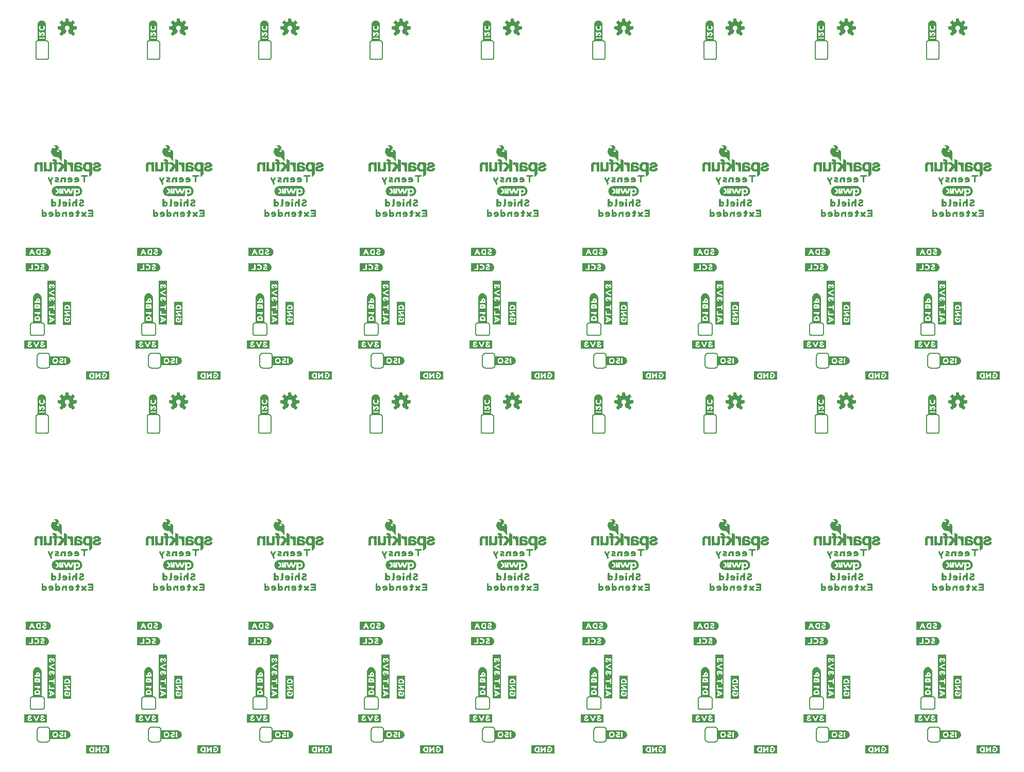
<source format=gbo>
G04 EAGLE Gerber RS-274X export*
G75*
%MOMM*%
%FSLAX34Y34*%
%LPD*%
%INSilkscreen Bottom*%
%IPPOS*%
%AMOC8*
5,1,8,0,0,1.08239X$1,22.5*%
G01*
%ADD10C,0.152400*%
%ADD11C,0.203200*%

G36*
X69918Y96298D02*
X69918Y96298D01*
X69930Y96295D01*
X70330Y96595D01*
X70334Y96611D01*
X70341Y96616D01*
X70337Y96622D01*
X70339Y96626D01*
X70349Y96634D01*
X70349Y168134D01*
X70320Y168172D01*
X70318Y168180D01*
X69818Y168380D01*
X69805Y168376D01*
X69800Y168383D01*
X56900Y168383D01*
X56862Y168354D01*
X56854Y168352D01*
X56654Y167852D01*
X56658Y167839D01*
X56651Y167834D01*
X56651Y96634D01*
X56670Y96608D01*
X56670Y96595D01*
X57070Y96295D01*
X57092Y96295D01*
X57100Y96285D01*
X69900Y96285D01*
X69918Y96298D01*
G37*
G36*
X69918Y710978D02*
X69918Y710978D01*
X69930Y710975D01*
X70330Y711275D01*
X70334Y711291D01*
X70341Y711296D01*
X70337Y711302D01*
X70339Y711306D01*
X70349Y711314D01*
X70349Y782814D01*
X70320Y782852D01*
X70318Y782860D01*
X69818Y783060D01*
X69805Y783056D01*
X69800Y783063D01*
X56900Y783063D01*
X56862Y783034D01*
X56854Y783032D01*
X56654Y782532D01*
X56658Y782519D01*
X56651Y782514D01*
X56651Y711314D01*
X56670Y711288D01*
X56670Y711275D01*
X57070Y710975D01*
X57092Y710975D01*
X57100Y710965D01*
X69900Y710965D01*
X69918Y710978D01*
G37*
G36*
X1350078Y710978D02*
X1350078Y710978D01*
X1350090Y710975D01*
X1350490Y711275D01*
X1350494Y711291D01*
X1350501Y711296D01*
X1350497Y711302D01*
X1350499Y711306D01*
X1350509Y711314D01*
X1350509Y782814D01*
X1350480Y782852D01*
X1350478Y782860D01*
X1349978Y783060D01*
X1349965Y783056D01*
X1349960Y783063D01*
X1337060Y783063D01*
X1337022Y783034D01*
X1337014Y783032D01*
X1336814Y782532D01*
X1336818Y782519D01*
X1336811Y782514D01*
X1336811Y711314D01*
X1336830Y711288D01*
X1336830Y711275D01*
X1337230Y710975D01*
X1337252Y710975D01*
X1337260Y710965D01*
X1350060Y710965D01*
X1350078Y710978D01*
G37*
G36*
X1167198Y710978D02*
X1167198Y710978D01*
X1167210Y710975D01*
X1167610Y711275D01*
X1167614Y711291D01*
X1167621Y711296D01*
X1167617Y711302D01*
X1167619Y711306D01*
X1167629Y711314D01*
X1167629Y782814D01*
X1167600Y782852D01*
X1167598Y782860D01*
X1167098Y783060D01*
X1167085Y783056D01*
X1167080Y783063D01*
X1154180Y783063D01*
X1154142Y783034D01*
X1154134Y783032D01*
X1153934Y782532D01*
X1153938Y782519D01*
X1153931Y782514D01*
X1153931Y711314D01*
X1153950Y711288D01*
X1153950Y711275D01*
X1154350Y710975D01*
X1154372Y710975D01*
X1154380Y710965D01*
X1167180Y710965D01*
X1167198Y710978D01*
G37*
G36*
X435678Y710978D02*
X435678Y710978D01*
X435690Y710975D01*
X436090Y711275D01*
X436094Y711291D01*
X436101Y711296D01*
X436097Y711302D01*
X436099Y711306D01*
X436109Y711314D01*
X436109Y782814D01*
X436080Y782852D01*
X436078Y782860D01*
X435578Y783060D01*
X435565Y783056D01*
X435560Y783063D01*
X422660Y783063D01*
X422622Y783034D01*
X422614Y783032D01*
X422414Y782532D01*
X422418Y782519D01*
X422411Y782514D01*
X422411Y711314D01*
X422430Y711288D01*
X422430Y711275D01*
X422830Y710975D01*
X422852Y710975D01*
X422860Y710965D01*
X435660Y710965D01*
X435678Y710978D01*
G37*
G36*
X252798Y710978D02*
X252798Y710978D01*
X252810Y710975D01*
X253210Y711275D01*
X253214Y711291D01*
X253221Y711296D01*
X253217Y711302D01*
X253219Y711306D01*
X253229Y711314D01*
X253229Y782814D01*
X253200Y782852D01*
X253198Y782860D01*
X252698Y783060D01*
X252685Y783056D01*
X252680Y783063D01*
X239780Y783063D01*
X239742Y783034D01*
X239734Y783032D01*
X239534Y782532D01*
X239538Y782519D01*
X239531Y782514D01*
X239531Y711314D01*
X239550Y711288D01*
X239550Y711275D01*
X239950Y710975D01*
X239972Y710975D01*
X239980Y710965D01*
X252780Y710965D01*
X252798Y710978D01*
G37*
G36*
X984318Y710978D02*
X984318Y710978D01*
X984330Y710975D01*
X984730Y711275D01*
X984734Y711291D01*
X984741Y711296D01*
X984737Y711302D01*
X984739Y711306D01*
X984749Y711314D01*
X984749Y782814D01*
X984720Y782852D01*
X984718Y782860D01*
X984218Y783060D01*
X984205Y783056D01*
X984200Y783063D01*
X971300Y783063D01*
X971262Y783034D01*
X971254Y783032D01*
X971054Y782532D01*
X971058Y782519D01*
X971051Y782514D01*
X971051Y711314D01*
X971070Y711288D01*
X971070Y711275D01*
X971470Y710975D01*
X971492Y710975D01*
X971500Y710965D01*
X984300Y710965D01*
X984318Y710978D01*
G37*
G36*
X1167198Y96298D02*
X1167198Y96298D01*
X1167210Y96295D01*
X1167610Y96595D01*
X1167614Y96611D01*
X1167621Y96616D01*
X1167617Y96622D01*
X1167619Y96626D01*
X1167629Y96634D01*
X1167629Y168134D01*
X1167600Y168172D01*
X1167598Y168180D01*
X1167098Y168380D01*
X1167085Y168376D01*
X1167080Y168383D01*
X1154180Y168383D01*
X1154142Y168354D01*
X1154134Y168352D01*
X1153934Y167852D01*
X1153938Y167839D01*
X1153931Y167834D01*
X1153931Y96634D01*
X1153950Y96608D01*
X1153950Y96595D01*
X1154350Y96295D01*
X1154372Y96295D01*
X1154380Y96285D01*
X1167180Y96285D01*
X1167198Y96298D01*
G37*
G36*
X1532958Y710978D02*
X1532958Y710978D01*
X1532970Y710975D01*
X1533370Y711275D01*
X1533374Y711291D01*
X1533381Y711296D01*
X1533377Y711302D01*
X1533379Y711306D01*
X1533389Y711314D01*
X1533389Y782814D01*
X1533360Y782852D01*
X1533358Y782860D01*
X1532858Y783060D01*
X1532845Y783056D01*
X1532840Y783063D01*
X1519940Y783063D01*
X1519902Y783034D01*
X1519894Y783032D01*
X1519694Y782532D01*
X1519698Y782519D01*
X1519691Y782514D01*
X1519691Y711314D01*
X1519710Y711288D01*
X1519710Y711275D01*
X1520110Y710975D01*
X1520132Y710975D01*
X1520140Y710965D01*
X1532940Y710965D01*
X1532958Y710978D01*
G37*
G36*
X618558Y710978D02*
X618558Y710978D01*
X618570Y710975D01*
X618970Y711275D01*
X618974Y711291D01*
X618981Y711296D01*
X618977Y711302D01*
X618979Y711306D01*
X618989Y711314D01*
X618989Y782814D01*
X618960Y782852D01*
X618958Y782860D01*
X618458Y783060D01*
X618445Y783056D01*
X618440Y783063D01*
X605540Y783063D01*
X605502Y783034D01*
X605494Y783032D01*
X605294Y782532D01*
X605298Y782519D01*
X605291Y782514D01*
X605291Y711314D01*
X605310Y711288D01*
X605310Y711275D01*
X605710Y710975D01*
X605732Y710975D01*
X605740Y710965D01*
X618540Y710965D01*
X618558Y710978D01*
G37*
G36*
X1532958Y96298D02*
X1532958Y96298D01*
X1532970Y96295D01*
X1533370Y96595D01*
X1533374Y96611D01*
X1533381Y96616D01*
X1533377Y96622D01*
X1533379Y96626D01*
X1533389Y96634D01*
X1533389Y168134D01*
X1533360Y168172D01*
X1533358Y168180D01*
X1532858Y168380D01*
X1532845Y168376D01*
X1532840Y168383D01*
X1519940Y168383D01*
X1519902Y168354D01*
X1519894Y168352D01*
X1519694Y167852D01*
X1519698Y167839D01*
X1519691Y167834D01*
X1519691Y96634D01*
X1519710Y96608D01*
X1519710Y96595D01*
X1520110Y96295D01*
X1520132Y96295D01*
X1520140Y96285D01*
X1532940Y96285D01*
X1532958Y96298D01*
G37*
G36*
X801438Y710978D02*
X801438Y710978D01*
X801450Y710975D01*
X801850Y711275D01*
X801854Y711291D01*
X801861Y711296D01*
X801857Y711302D01*
X801859Y711306D01*
X801869Y711314D01*
X801869Y782814D01*
X801840Y782852D01*
X801838Y782860D01*
X801338Y783060D01*
X801325Y783056D01*
X801320Y783063D01*
X788420Y783063D01*
X788382Y783034D01*
X788374Y783032D01*
X788174Y782532D01*
X788178Y782519D01*
X788171Y782514D01*
X788171Y711314D01*
X788190Y711288D01*
X788190Y711275D01*
X788590Y710975D01*
X788612Y710975D01*
X788620Y710965D01*
X801420Y710965D01*
X801438Y710978D01*
G37*
G36*
X1350078Y96298D02*
X1350078Y96298D01*
X1350090Y96295D01*
X1350490Y96595D01*
X1350494Y96611D01*
X1350501Y96616D01*
X1350497Y96622D01*
X1350499Y96626D01*
X1350509Y96634D01*
X1350509Y168134D01*
X1350480Y168172D01*
X1350478Y168180D01*
X1349978Y168380D01*
X1349965Y168376D01*
X1349960Y168383D01*
X1337060Y168383D01*
X1337022Y168354D01*
X1337014Y168352D01*
X1336814Y167852D01*
X1336818Y167839D01*
X1336811Y167834D01*
X1336811Y96634D01*
X1336830Y96608D01*
X1336830Y96595D01*
X1337230Y96295D01*
X1337252Y96295D01*
X1337260Y96285D01*
X1350060Y96285D01*
X1350078Y96298D01*
G37*
G36*
X435678Y96298D02*
X435678Y96298D01*
X435690Y96295D01*
X436090Y96595D01*
X436094Y96611D01*
X436101Y96616D01*
X436097Y96622D01*
X436099Y96626D01*
X436109Y96634D01*
X436109Y168134D01*
X436080Y168172D01*
X436078Y168180D01*
X435578Y168380D01*
X435565Y168376D01*
X435560Y168383D01*
X422660Y168383D01*
X422622Y168354D01*
X422614Y168352D01*
X422414Y167852D01*
X422418Y167839D01*
X422411Y167834D01*
X422411Y96634D01*
X422430Y96608D01*
X422430Y96595D01*
X422830Y96295D01*
X422852Y96295D01*
X422860Y96285D01*
X435660Y96285D01*
X435678Y96298D01*
G37*
G36*
X984318Y96298D02*
X984318Y96298D01*
X984330Y96295D01*
X984730Y96595D01*
X984734Y96611D01*
X984741Y96616D01*
X984737Y96622D01*
X984739Y96626D01*
X984749Y96634D01*
X984749Y168134D01*
X984720Y168172D01*
X984718Y168180D01*
X984218Y168380D01*
X984205Y168376D01*
X984200Y168383D01*
X971300Y168383D01*
X971262Y168354D01*
X971254Y168352D01*
X971054Y167852D01*
X971058Y167839D01*
X971051Y167834D01*
X971051Y96634D01*
X971070Y96608D01*
X971070Y96595D01*
X971470Y96295D01*
X971492Y96295D01*
X971500Y96285D01*
X984300Y96285D01*
X984318Y96298D01*
G37*
G36*
X801438Y96298D02*
X801438Y96298D01*
X801450Y96295D01*
X801850Y96595D01*
X801854Y96611D01*
X801861Y96616D01*
X801857Y96622D01*
X801859Y96626D01*
X801869Y96634D01*
X801869Y168134D01*
X801840Y168172D01*
X801838Y168180D01*
X801338Y168380D01*
X801325Y168376D01*
X801320Y168383D01*
X788420Y168383D01*
X788382Y168354D01*
X788374Y168352D01*
X788174Y167852D01*
X788178Y167839D01*
X788171Y167834D01*
X788171Y96634D01*
X788190Y96608D01*
X788190Y96595D01*
X788590Y96295D01*
X788612Y96295D01*
X788620Y96285D01*
X801420Y96285D01*
X801438Y96298D01*
G37*
G36*
X252798Y96298D02*
X252798Y96298D01*
X252810Y96295D01*
X253210Y96595D01*
X253214Y96611D01*
X253221Y96616D01*
X253217Y96622D01*
X253219Y96626D01*
X253229Y96634D01*
X253229Y168134D01*
X253200Y168172D01*
X253198Y168180D01*
X252698Y168380D01*
X252685Y168376D01*
X252680Y168383D01*
X239780Y168383D01*
X239742Y168354D01*
X239734Y168352D01*
X239534Y167852D01*
X239538Y167839D01*
X239531Y167834D01*
X239531Y96634D01*
X239550Y96608D01*
X239550Y96595D01*
X239950Y96295D01*
X239972Y96295D01*
X239980Y96285D01*
X252780Y96285D01*
X252798Y96298D01*
G37*
G36*
X618558Y96298D02*
X618558Y96298D01*
X618570Y96295D01*
X618970Y96595D01*
X618974Y96611D01*
X618981Y96616D01*
X618977Y96622D01*
X618979Y96626D01*
X618989Y96634D01*
X618989Y168134D01*
X618960Y168172D01*
X618958Y168180D01*
X618458Y168380D01*
X618445Y168376D01*
X618440Y168383D01*
X605540Y168383D01*
X605502Y168354D01*
X605494Y168352D01*
X605294Y167852D01*
X605298Y167839D01*
X605291Y167834D01*
X605291Y96634D01*
X605310Y96608D01*
X605310Y96595D01*
X605710Y96295D01*
X605732Y96295D01*
X605740Y96285D01*
X618540Y96285D01*
X618558Y96298D01*
G37*
G36*
X99968Y307908D02*
X99968Y307908D01*
X99991Y307911D01*
X99998Y307926D01*
X100006Y307932D01*
X100005Y307942D01*
X100012Y307958D01*
X100012Y320598D01*
X102957Y320598D01*
X102961Y320545D01*
X102961Y319490D01*
X102967Y319481D01*
X102965Y319470D01*
X102984Y319454D01*
X102998Y319433D01*
X103009Y319435D01*
X103018Y319428D01*
X103061Y319442D01*
X103065Y319443D01*
X103066Y319444D01*
X103067Y319444D01*
X103382Y319739D01*
X103783Y320072D01*
X104225Y320341D01*
X104707Y320531D01*
X105213Y320646D01*
X105730Y320695D01*
X106771Y320615D01*
X107268Y320464D01*
X107752Y320276D01*
X108206Y320023D01*
X108609Y319698D01*
X108981Y319337D01*
X109287Y318917D01*
X109541Y318462D01*
X109757Y317989D01*
X109890Y317484D01*
X110005Y316975D01*
X110070Y315931D01*
X109971Y314889D01*
X109846Y314382D01*
X109686Y313887D01*
X109471Y313412D01*
X109194Y312972D01*
X108886Y312553D01*
X108499Y312207D01*
X108082Y311899D01*
X107629Y311645D01*
X107138Y311475D01*
X106636Y311338D01*
X106117Y311289D01*
X105596Y311268D01*
X105080Y311325D01*
X104578Y311451D01*
X104106Y311664D01*
X103673Y311948D01*
X103292Y312302D01*
X103070Y312541D01*
X103057Y312544D01*
X103050Y312555D01*
X103027Y312552D01*
X103004Y312557D01*
X102996Y312547D01*
X102983Y312545D01*
X102968Y312512D01*
X102962Y312504D01*
X102963Y312501D01*
X102961Y312498D01*
X102961Y308115D01*
X102960Y307966D01*
X102972Y307947D01*
X102975Y307924D01*
X102990Y307917D01*
X102996Y307909D01*
X103006Y307910D01*
X103022Y307903D01*
X105519Y307903D01*
X105521Y307904D01*
X105525Y307903D01*
X107103Y308061D01*
X107108Y308064D01*
X107115Y308063D01*
X108633Y308520D01*
X108637Y308525D01*
X108644Y308525D01*
X110044Y309269D01*
X110047Y309273D01*
X110054Y309275D01*
X111284Y310276D01*
X111286Y310282D01*
X111293Y310285D01*
X112304Y311507D01*
X112305Y311512D01*
X112311Y311517D01*
X113062Y312913D01*
X113062Y312919D01*
X113067Y312925D01*
X113533Y314441D01*
X113531Y314446D01*
X113535Y314453D01*
X113695Y316031D01*
X113692Y316036D01*
X113695Y316044D01*
X113542Y317622D01*
X113539Y317626D01*
X113540Y317633D01*
X113401Y318141D01*
X113400Y318142D01*
X113400Y318143D01*
X113087Y319153D01*
X113083Y319156D01*
X113083Y319163D01*
X112848Y319635D01*
X112847Y319635D01*
X112847Y319637D01*
X112342Y320566D01*
X112337Y320569D01*
X112336Y320576D01*
X111338Y321807D01*
X111333Y321809D01*
X111329Y321816D01*
X110112Y322832D01*
X110106Y322832D01*
X110101Y322839D01*
X108708Y323596D01*
X108702Y323595D01*
X108696Y323601D01*
X107181Y324071D01*
X107176Y324069D01*
X107169Y324073D01*
X105590Y324232D01*
X105588Y324231D01*
X105585Y324233D01*
X105056Y324238D01*
X71740Y324238D01*
X71738Y324236D01*
X71734Y324238D01*
X71493Y324213D01*
X70441Y324107D01*
X70439Y324106D01*
X70436Y324107D01*
X69918Y324017D01*
X69915Y324014D01*
X69910Y324015D01*
X68900Y323701D01*
X68898Y323700D01*
X68896Y323700D01*
X68404Y323511D01*
X68402Y323508D01*
X68397Y323507D01*
X67468Y323003D01*
X67466Y323001D01*
X67464Y323000D01*
X67020Y322716D01*
X67019Y322713D01*
X67014Y322712D01*
X66199Y322039D01*
X66198Y322036D01*
X66195Y322035D01*
X65818Y321667D01*
X65817Y321664D01*
X65813Y321662D01*
X65140Y320847D01*
X65140Y320844D01*
X65137Y320842D01*
X64842Y320406D01*
X64842Y320403D01*
X64839Y320400D01*
X64334Y319471D01*
X64335Y319469D01*
X64333Y319468D01*
X64333Y319466D01*
X64332Y319465D01*
X64130Y318979D01*
X64131Y318976D01*
X64129Y318973D01*
X63815Y317963D01*
X63816Y317960D01*
X63813Y317957D01*
X63711Y317441D01*
X63712Y317438D01*
X63710Y317435D01*
X63604Y316383D01*
X63605Y316380D01*
X63604Y316377D01*
X63595Y315851D01*
X63597Y315848D01*
X63595Y315844D01*
X63701Y314792D01*
X63702Y314790D01*
X63702Y314788D01*
X63787Y314268D01*
X63790Y314265D01*
X63789Y314260D01*
X64103Y313250D01*
X64104Y313248D01*
X64104Y313246D01*
X64290Y312753D01*
X64293Y312751D01*
X64293Y312745D01*
X64798Y311816D01*
X64800Y311815D01*
X64800Y311812D01*
X65081Y311367D01*
X65084Y311365D01*
X65086Y311360D01*
X65759Y310545D01*
X65761Y310544D01*
X65762Y310541D01*
X66127Y310162D01*
X66130Y310161D01*
X66132Y310157D01*
X66948Y309484D01*
X66951Y309483D01*
X66952Y309480D01*
X67386Y309182D01*
X67389Y309182D01*
X67392Y309179D01*
X68321Y308674D01*
X68324Y308675D01*
X68327Y308672D01*
X68812Y308467D01*
X68815Y308467D01*
X68817Y308465D01*
X69828Y308151D01*
X69830Y308152D01*
X69833Y308150D01*
X70349Y308043D01*
X70352Y308044D01*
X70355Y308042D01*
X71407Y307936D01*
X71408Y307936D01*
X71410Y307936D01*
X71937Y307903D01*
X71939Y307904D01*
X71941Y307903D01*
X99438Y307903D01*
X99949Y307896D01*
X99968Y307908D01*
G37*
G36*
X1563008Y307908D02*
X1563008Y307908D01*
X1563031Y307911D01*
X1563038Y307926D01*
X1563046Y307932D01*
X1563045Y307942D01*
X1563052Y307958D01*
X1563052Y320598D01*
X1565997Y320598D01*
X1566001Y320545D01*
X1566001Y319490D01*
X1566007Y319481D01*
X1566005Y319470D01*
X1566024Y319454D01*
X1566038Y319433D01*
X1566049Y319435D01*
X1566058Y319428D01*
X1566101Y319442D01*
X1566105Y319443D01*
X1566106Y319444D01*
X1566107Y319444D01*
X1566422Y319739D01*
X1566823Y320072D01*
X1567265Y320341D01*
X1567747Y320531D01*
X1568253Y320646D01*
X1568770Y320695D01*
X1569811Y320615D01*
X1570308Y320464D01*
X1570792Y320276D01*
X1571246Y320023D01*
X1571649Y319698D01*
X1572021Y319337D01*
X1572327Y318917D01*
X1572581Y318462D01*
X1572797Y317989D01*
X1572930Y317484D01*
X1573045Y316975D01*
X1573110Y315931D01*
X1573011Y314889D01*
X1572886Y314382D01*
X1572726Y313887D01*
X1572511Y313412D01*
X1572234Y312972D01*
X1571926Y312553D01*
X1571539Y312207D01*
X1571122Y311899D01*
X1570669Y311645D01*
X1570178Y311475D01*
X1569676Y311338D01*
X1569157Y311289D01*
X1568636Y311268D01*
X1568120Y311325D01*
X1567618Y311451D01*
X1567146Y311664D01*
X1566713Y311948D01*
X1566332Y312302D01*
X1566110Y312541D01*
X1566097Y312544D01*
X1566090Y312555D01*
X1566067Y312552D01*
X1566044Y312557D01*
X1566036Y312547D01*
X1566023Y312545D01*
X1566008Y312512D01*
X1566002Y312504D01*
X1566003Y312501D01*
X1566001Y312498D01*
X1566001Y308115D01*
X1566000Y307966D01*
X1566012Y307947D01*
X1566015Y307924D01*
X1566030Y307917D01*
X1566036Y307909D01*
X1566046Y307910D01*
X1566062Y307903D01*
X1568559Y307903D01*
X1568561Y307904D01*
X1568565Y307903D01*
X1570143Y308061D01*
X1570148Y308064D01*
X1570155Y308063D01*
X1571673Y308520D01*
X1571677Y308525D01*
X1571684Y308525D01*
X1573084Y309269D01*
X1573087Y309273D01*
X1573094Y309275D01*
X1574324Y310276D01*
X1574326Y310282D01*
X1574333Y310285D01*
X1575344Y311507D01*
X1575345Y311512D01*
X1575351Y311517D01*
X1576102Y312913D01*
X1576102Y312919D01*
X1576107Y312925D01*
X1576573Y314441D01*
X1576571Y314446D01*
X1576575Y314453D01*
X1576735Y316031D01*
X1576732Y316036D01*
X1576735Y316044D01*
X1576582Y317622D01*
X1576579Y317626D01*
X1576580Y317633D01*
X1576441Y318141D01*
X1576440Y318142D01*
X1576440Y318143D01*
X1576127Y319153D01*
X1576123Y319156D01*
X1576123Y319163D01*
X1575888Y319635D01*
X1575887Y319635D01*
X1575887Y319637D01*
X1575382Y320566D01*
X1575377Y320569D01*
X1575376Y320576D01*
X1574378Y321807D01*
X1574373Y321809D01*
X1574369Y321816D01*
X1573152Y322832D01*
X1573146Y322832D01*
X1573141Y322839D01*
X1571748Y323596D01*
X1571742Y323595D01*
X1571736Y323601D01*
X1570221Y324071D01*
X1570216Y324069D01*
X1570209Y324073D01*
X1568630Y324232D01*
X1568628Y324231D01*
X1568625Y324233D01*
X1568096Y324238D01*
X1534780Y324238D01*
X1534778Y324236D01*
X1534774Y324238D01*
X1534533Y324213D01*
X1533481Y324107D01*
X1533479Y324106D01*
X1533476Y324107D01*
X1532958Y324017D01*
X1532955Y324014D01*
X1532950Y324015D01*
X1531940Y323701D01*
X1531938Y323700D01*
X1531936Y323700D01*
X1531444Y323511D01*
X1531442Y323508D01*
X1531437Y323507D01*
X1530508Y323003D01*
X1530506Y323001D01*
X1530504Y323000D01*
X1530060Y322716D01*
X1530059Y322713D01*
X1530054Y322712D01*
X1529239Y322039D01*
X1529238Y322036D01*
X1529235Y322035D01*
X1528858Y321667D01*
X1528857Y321664D01*
X1528853Y321662D01*
X1528180Y320847D01*
X1528180Y320844D01*
X1528177Y320842D01*
X1527882Y320406D01*
X1527882Y320403D01*
X1527879Y320400D01*
X1527374Y319471D01*
X1527375Y319469D01*
X1527373Y319468D01*
X1527373Y319466D01*
X1527372Y319465D01*
X1527170Y318979D01*
X1527171Y318976D01*
X1527169Y318973D01*
X1526855Y317963D01*
X1526856Y317960D01*
X1526853Y317957D01*
X1526751Y317441D01*
X1526752Y317438D01*
X1526750Y317435D01*
X1526644Y316383D01*
X1526645Y316380D01*
X1526644Y316377D01*
X1526635Y315851D01*
X1526637Y315848D01*
X1526635Y315844D01*
X1526741Y314792D01*
X1526742Y314790D01*
X1526742Y314788D01*
X1526827Y314268D01*
X1526830Y314265D01*
X1526829Y314260D01*
X1527143Y313250D01*
X1527144Y313248D01*
X1527144Y313246D01*
X1527330Y312753D01*
X1527333Y312751D01*
X1527333Y312745D01*
X1527838Y311816D01*
X1527840Y311815D01*
X1527840Y311812D01*
X1528121Y311367D01*
X1528124Y311365D01*
X1528126Y311360D01*
X1528799Y310545D01*
X1528801Y310544D01*
X1528802Y310541D01*
X1529167Y310162D01*
X1529170Y310161D01*
X1529172Y310157D01*
X1529988Y309484D01*
X1529991Y309483D01*
X1529992Y309480D01*
X1530426Y309182D01*
X1530429Y309182D01*
X1530432Y309179D01*
X1531361Y308674D01*
X1531364Y308675D01*
X1531367Y308672D01*
X1531852Y308467D01*
X1531855Y308467D01*
X1531857Y308465D01*
X1532868Y308151D01*
X1532870Y308152D01*
X1532873Y308150D01*
X1533389Y308043D01*
X1533392Y308044D01*
X1533395Y308042D01*
X1534447Y307936D01*
X1534448Y307936D01*
X1534450Y307936D01*
X1534977Y307903D01*
X1534979Y307904D01*
X1534981Y307903D01*
X1562478Y307903D01*
X1562989Y307896D01*
X1563008Y307908D01*
G37*
G36*
X465728Y307908D02*
X465728Y307908D01*
X465751Y307911D01*
X465758Y307926D01*
X465766Y307932D01*
X465765Y307942D01*
X465772Y307958D01*
X465772Y320598D01*
X468717Y320598D01*
X468721Y320545D01*
X468721Y319490D01*
X468727Y319481D01*
X468725Y319470D01*
X468744Y319454D01*
X468758Y319433D01*
X468769Y319435D01*
X468778Y319428D01*
X468821Y319442D01*
X468825Y319443D01*
X468826Y319444D01*
X468827Y319444D01*
X469142Y319739D01*
X469543Y320072D01*
X469985Y320341D01*
X470467Y320531D01*
X470973Y320646D01*
X471490Y320695D01*
X472531Y320615D01*
X473028Y320464D01*
X473512Y320276D01*
X473966Y320023D01*
X474369Y319698D01*
X474741Y319337D01*
X475047Y318917D01*
X475301Y318462D01*
X475517Y317989D01*
X475650Y317484D01*
X475765Y316975D01*
X475830Y315931D01*
X475731Y314889D01*
X475606Y314382D01*
X475446Y313887D01*
X475231Y313412D01*
X474954Y312972D01*
X474646Y312553D01*
X474259Y312207D01*
X473842Y311899D01*
X473389Y311645D01*
X472898Y311475D01*
X472396Y311338D01*
X471877Y311289D01*
X471356Y311268D01*
X470840Y311325D01*
X470338Y311451D01*
X469866Y311664D01*
X469433Y311948D01*
X469052Y312302D01*
X468830Y312541D01*
X468817Y312544D01*
X468810Y312555D01*
X468787Y312552D01*
X468764Y312557D01*
X468756Y312547D01*
X468743Y312545D01*
X468728Y312512D01*
X468722Y312504D01*
X468723Y312501D01*
X468721Y312498D01*
X468721Y308115D01*
X468720Y307966D01*
X468732Y307947D01*
X468735Y307924D01*
X468750Y307917D01*
X468756Y307909D01*
X468766Y307910D01*
X468782Y307903D01*
X471279Y307903D01*
X471281Y307904D01*
X471285Y307903D01*
X472863Y308061D01*
X472868Y308064D01*
X472875Y308063D01*
X474393Y308520D01*
X474397Y308525D01*
X474404Y308525D01*
X475804Y309269D01*
X475807Y309273D01*
X475814Y309275D01*
X477044Y310276D01*
X477046Y310282D01*
X477053Y310285D01*
X478064Y311507D01*
X478065Y311512D01*
X478071Y311517D01*
X478822Y312913D01*
X478822Y312919D01*
X478827Y312925D01*
X479293Y314441D01*
X479291Y314446D01*
X479295Y314453D01*
X479455Y316031D01*
X479452Y316036D01*
X479455Y316044D01*
X479302Y317622D01*
X479299Y317626D01*
X479300Y317633D01*
X479161Y318141D01*
X479160Y318142D01*
X479160Y318143D01*
X478847Y319153D01*
X478843Y319156D01*
X478843Y319163D01*
X478608Y319635D01*
X478607Y319635D01*
X478607Y319637D01*
X478102Y320566D01*
X478097Y320569D01*
X478096Y320576D01*
X477098Y321807D01*
X477093Y321809D01*
X477089Y321816D01*
X475872Y322832D01*
X475866Y322832D01*
X475861Y322839D01*
X474468Y323596D01*
X474462Y323595D01*
X474456Y323601D01*
X472941Y324071D01*
X472936Y324069D01*
X472929Y324073D01*
X471350Y324232D01*
X471348Y324231D01*
X471345Y324233D01*
X470816Y324238D01*
X437500Y324238D01*
X437498Y324236D01*
X437494Y324238D01*
X437253Y324213D01*
X436201Y324107D01*
X436199Y324106D01*
X436196Y324107D01*
X435678Y324017D01*
X435675Y324014D01*
X435670Y324015D01*
X434660Y323701D01*
X434658Y323700D01*
X434656Y323700D01*
X434164Y323511D01*
X434162Y323508D01*
X434157Y323507D01*
X433228Y323003D01*
X433226Y323001D01*
X433224Y323000D01*
X432780Y322716D01*
X432779Y322713D01*
X432774Y322712D01*
X431959Y322039D01*
X431958Y322036D01*
X431955Y322035D01*
X431578Y321667D01*
X431577Y321664D01*
X431573Y321662D01*
X430900Y320847D01*
X430900Y320844D01*
X430897Y320842D01*
X430602Y320406D01*
X430602Y320403D01*
X430599Y320400D01*
X430094Y319471D01*
X430095Y319469D01*
X430093Y319468D01*
X430093Y319466D01*
X430092Y319465D01*
X429890Y318979D01*
X429891Y318976D01*
X429889Y318973D01*
X429575Y317963D01*
X429576Y317960D01*
X429573Y317957D01*
X429471Y317441D01*
X429472Y317438D01*
X429470Y317435D01*
X429364Y316383D01*
X429365Y316380D01*
X429364Y316377D01*
X429355Y315851D01*
X429357Y315848D01*
X429355Y315844D01*
X429461Y314792D01*
X429462Y314790D01*
X429462Y314788D01*
X429547Y314268D01*
X429550Y314265D01*
X429549Y314260D01*
X429863Y313250D01*
X429864Y313248D01*
X429864Y313246D01*
X430050Y312753D01*
X430053Y312751D01*
X430053Y312745D01*
X430558Y311816D01*
X430560Y311815D01*
X430560Y311812D01*
X430841Y311367D01*
X430844Y311365D01*
X430846Y311360D01*
X431519Y310545D01*
X431521Y310544D01*
X431522Y310541D01*
X431887Y310162D01*
X431890Y310161D01*
X431892Y310157D01*
X432708Y309484D01*
X432711Y309483D01*
X432712Y309480D01*
X433146Y309182D01*
X433149Y309182D01*
X433152Y309179D01*
X434081Y308674D01*
X434084Y308675D01*
X434087Y308672D01*
X434572Y308467D01*
X434575Y308467D01*
X434577Y308465D01*
X435588Y308151D01*
X435590Y308152D01*
X435593Y308150D01*
X436109Y308043D01*
X436112Y308044D01*
X436115Y308042D01*
X437167Y307936D01*
X437168Y307936D01*
X437170Y307936D01*
X437697Y307903D01*
X437699Y307904D01*
X437701Y307903D01*
X465198Y307903D01*
X465709Y307896D01*
X465728Y307908D01*
G37*
G36*
X1380128Y307908D02*
X1380128Y307908D01*
X1380151Y307911D01*
X1380158Y307926D01*
X1380166Y307932D01*
X1380165Y307942D01*
X1380172Y307958D01*
X1380172Y320598D01*
X1383117Y320598D01*
X1383121Y320545D01*
X1383121Y319490D01*
X1383127Y319481D01*
X1383125Y319470D01*
X1383144Y319454D01*
X1383158Y319433D01*
X1383169Y319435D01*
X1383178Y319428D01*
X1383221Y319442D01*
X1383225Y319443D01*
X1383226Y319444D01*
X1383227Y319444D01*
X1383542Y319739D01*
X1383943Y320072D01*
X1384385Y320341D01*
X1384867Y320531D01*
X1385373Y320646D01*
X1385890Y320695D01*
X1386931Y320615D01*
X1387428Y320464D01*
X1387912Y320276D01*
X1388366Y320023D01*
X1388769Y319698D01*
X1389141Y319337D01*
X1389447Y318917D01*
X1389701Y318462D01*
X1389917Y317989D01*
X1390050Y317484D01*
X1390165Y316975D01*
X1390230Y315931D01*
X1390131Y314889D01*
X1390006Y314382D01*
X1389846Y313887D01*
X1389631Y313412D01*
X1389354Y312972D01*
X1389046Y312553D01*
X1388659Y312207D01*
X1388242Y311899D01*
X1387789Y311645D01*
X1387298Y311475D01*
X1386796Y311338D01*
X1386277Y311289D01*
X1385756Y311268D01*
X1385240Y311325D01*
X1384738Y311451D01*
X1384266Y311664D01*
X1383833Y311948D01*
X1383452Y312302D01*
X1383230Y312541D01*
X1383217Y312544D01*
X1383210Y312555D01*
X1383187Y312552D01*
X1383164Y312557D01*
X1383156Y312547D01*
X1383143Y312545D01*
X1383128Y312512D01*
X1383122Y312504D01*
X1383123Y312501D01*
X1383121Y312498D01*
X1383121Y308115D01*
X1383120Y307966D01*
X1383132Y307947D01*
X1383135Y307924D01*
X1383150Y307917D01*
X1383156Y307909D01*
X1383166Y307910D01*
X1383182Y307903D01*
X1385679Y307903D01*
X1385681Y307904D01*
X1385685Y307903D01*
X1387263Y308061D01*
X1387268Y308064D01*
X1387275Y308063D01*
X1388793Y308520D01*
X1388797Y308525D01*
X1388804Y308525D01*
X1390204Y309269D01*
X1390207Y309273D01*
X1390214Y309275D01*
X1391444Y310276D01*
X1391446Y310282D01*
X1391453Y310285D01*
X1392464Y311507D01*
X1392465Y311512D01*
X1392471Y311517D01*
X1393222Y312913D01*
X1393222Y312919D01*
X1393227Y312925D01*
X1393693Y314441D01*
X1393691Y314446D01*
X1393695Y314453D01*
X1393855Y316031D01*
X1393852Y316036D01*
X1393855Y316044D01*
X1393702Y317622D01*
X1393699Y317626D01*
X1393700Y317633D01*
X1393561Y318141D01*
X1393560Y318142D01*
X1393560Y318143D01*
X1393247Y319153D01*
X1393243Y319156D01*
X1393243Y319163D01*
X1393008Y319635D01*
X1393007Y319635D01*
X1393007Y319637D01*
X1392502Y320566D01*
X1392497Y320569D01*
X1392496Y320576D01*
X1391498Y321807D01*
X1391493Y321809D01*
X1391489Y321816D01*
X1390272Y322832D01*
X1390266Y322832D01*
X1390261Y322839D01*
X1388868Y323596D01*
X1388862Y323595D01*
X1388856Y323601D01*
X1387341Y324071D01*
X1387336Y324069D01*
X1387329Y324073D01*
X1385750Y324232D01*
X1385748Y324231D01*
X1385745Y324233D01*
X1385216Y324238D01*
X1351900Y324238D01*
X1351898Y324236D01*
X1351894Y324238D01*
X1351653Y324213D01*
X1350601Y324107D01*
X1350599Y324106D01*
X1350596Y324107D01*
X1350078Y324017D01*
X1350075Y324014D01*
X1350070Y324015D01*
X1349060Y323701D01*
X1349058Y323700D01*
X1349056Y323700D01*
X1348564Y323511D01*
X1348562Y323508D01*
X1348557Y323507D01*
X1347628Y323003D01*
X1347626Y323001D01*
X1347624Y323000D01*
X1347180Y322716D01*
X1347179Y322713D01*
X1347174Y322712D01*
X1346359Y322039D01*
X1346358Y322036D01*
X1346355Y322035D01*
X1345978Y321667D01*
X1345977Y321664D01*
X1345973Y321662D01*
X1345300Y320847D01*
X1345300Y320844D01*
X1345297Y320842D01*
X1345002Y320406D01*
X1345002Y320403D01*
X1344999Y320400D01*
X1344494Y319471D01*
X1344495Y319469D01*
X1344493Y319468D01*
X1344493Y319466D01*
X1344492Y319465D01*
X1344290Y318979D01*
X1344291Y318976D01*
X1344289Y318973D01*
X1343975Y317963D01*
X1343976Y317960D01*
X1343973Y317957D01*
X1343871Y317441D01*
X1343872Y317438D01*
X1343870Y317435D01*
X1343764Y316383D01*
X1343765Y316380D01*
X1343764Y316377D01*
X1343755Y315851D01*
X1343757Y315848D01*
X1343755Y315844D01*
X1343861Y314792D01*
X1343862Y314790D01*
X1343862Y314788D01*
X1343947Y314268D01*
X1343950Y314265D01*
X1343949Y314260D01*
X1344263Y313250D01*
X1344264Y313248D01*
X1344264Y313246D01*
X1344450Y312753D01*
X1344453Y312751D01*
X1344453Y312745D01*
X1344958Y311816D01*
X1344960Y311815D01*
X1344960Y311812D01*
X1345241Y311367D01*
X1345244Y311365D01*
X1345246Y311360D01*
X1345919Y310545D01*
X1345921Y310544D01*
X1345922Y310541D01*
X1346287Y310162D01*
X1346290Y310161D01*
X1346292Y310157D01*
X1347108Y309484D01*
X1347111Y309483D01*
X1347112Y309480D01*
X1347546Y309182D01*
X1347549Y309182D01*
X1347552Y309179D01*
X1348481Y308674D01*
X1348484Y308675D01*
X1348487Y308672D01*
X1348972Y308467D01*
X1348975Y308467D01*
X1348977Y308465D01*
X1349988Y308151D01*
X1349990Y308152D01*
X1349993Y308150D01*
X1350509Y308043D01*
X1350512Y308044D01*
X1350515Y308042D01*
X1351567Y307936D01*
X1351568Y307936D01*
X1351570Y307936D01*
X1352097Y307903D01*
X1352099Y307904D01*
X1352101Y307903D01*
X1379598Y307903D01*
X1380109Y307896D01*
X1380128Y307908D01*
G37*
G36*
X648608Y307908D02*
X648608Y307908D01*
X648631Y307911D01*
X648638Y307926D01*
X648646Y307932D01*
X648645Y307942D01*
X648652Y307958D01*
X648652Y320598D01*
X651597Y320598D01*
X651601Y320545D01*
X651601Y319490D01*
X651607Y319481D01*
X651605Y319470D01*
X651624Y319454D01*
X651638Y319433D01*
X651649Y319435D01*
X651658Y319428D01*
X651701Y319442D01*
X651705Y319443D01*
X651706Y319444D01*
X651707Y319444D01*
X652022Y319739D01*
X652423Y320072D01*
X652865Y320341D01*
X653347Y320531D01*
X653853Y320646D01*
X654370Y320695D01*
X655411Y320615D01*
X655908Y320464D01*
X656392Y320276D01*
X656846Y320023D01*
X657249Y319698D01*
X657621Y319337D01*
X657927Y318917D01*
X658181Y318462D01*
X658397Y317989D01*
X658530Y317484D01*
X658645Y316975D01*
X658710Y315931D01*
X658611Y314889D01*
X658486Y314382D01*
X658326Y313887D01*
X658111Y313412D01*
X657834Y312972D01*
X657526Y312553D01*
X657139Y312207D01*
X656722Y311899D01*
X656269Y311645D01*
X655778Y311475D01*
X655276Y311338D01*
X654757Y311289D01*
X654236Y311268D01*
X653720Y311325D01*
X653218Y311451D01*
X652746Y311664D01*
X652313Y311948D01*
X651932Y312302D01*
X651710Y312541D01*
X651697Y312544D01*
X651690Y312555D01*
X651667Y312552D01*
X651644Y312557D01*
X651636Y312547D01*
X651623Y312545D01*
X651608Y312512D01*
X651602Y312504D01*
X651603Y312501D01*
X651601Y312498D01*
X651601Y308115D01*
X651600Y307966D01*
X651612Y307947D01*
X651615Y307924D01*
X651630Y307917D01*
X651636Y307909D01*
X651646Y307910D01*
X651662Y307903D01*
X654159Y307903D01*
X654161Y307904D01*
X654165Y307903D01*
X655743Y308061D01*
X655748Y308064D01*
X655755Y308063D01*
X657273Y308520D01*
X657277Y308525D01*
X657284Y308525D01*
X658684Y309269D01*
X658687Y309273D01*
X658694Y309275D01*
X659924Y310276D01*
X659926Y310282D01*
X659933Y310285D01*
X660944Y311507D01*
X660945Y311512D01*
X660951Y311517D01*
X661702Y312913D01*
X661702Y312919D01*
X661707Y312925D01*
X662173Y314441D01*
X662171Y314446D01*
X662175Y314453D01*
X662335Y316031D01*
X662332Y316036D01*
X662335Y316044D01*
X662182Y317622D01*
X662179Y317626D01*
X662180Y317633D01*
X662041Y318141D01*
X662040Y318142D01*
X662040Y318143D01*
X661727Y319153D01*
X661723Y319156D01*
X661723Y319163D01*
X661488Y319635D01*
X661487Y319635D01*
X661487Y319637D01*
X660982Y320566D01*
X660977Y320569D01*
X660976Y320576D01*
X659978Y321807D01*
X659973Y321809D01*
X659969Y321816D01*
X658752Y322832D01*
X658746Y322832D01*
X658741Y322839D01*
X657348Y323596D01*
X657342Y323595D01*
X657336Y323601D01*
X655821Y324071D01*
X655816Y324069D01*
X655809Y324073D01*
X654230Y324232D01*
X654228Y324231D01*
X654225Y324233D01*
X653696Y324238D01*
X620380Y324238D01*
X620378Y324236D01*
X620374Y324238D01*
X620133Y324213D01*
X619081Y324107D01*
X619079Y324106D01*
X619076Y324107D01*
X618558Y324017D01*
X618555Y324014D01*
X618550Y324015D01*
X617540Y323701D01*
X617538Y323700D01*
X617536Y323700D01*
X617044Y323511D01*
X617042Y323508D01*
X617037Y323507D01*
X616108Y323003D01*
X616106Y323001D01*
X616104Y323000D01*
X615660Y322716D01*
X615659Y322713D01*
X615654Y322712D01*
X614839Y322039D01*
X614838Y322036D01*
X614835Y322035D01*
X614458Y321667D01*
X614457Y321664D01*
X614453Y321662D01*
X613780Y320847D01*
X613780Y320844D01*
X613777Y320842D01*
X613482Y320406D01*
X613482Y320403D01*
X613479Y320400D01*
X612974Y319471D01*
X612975Y319469D01*
X612973Y319468D01*
X612973Y319466D01*
X612972Y319465D01*
X612770Y318979D01*
X612771Y318976D01*
X612769Y318973D01*
X612455Y317963D01*
X612456Y317960D01*
X612453Y317957D01*
X612351Y317441D01*
X612352Y317438D01*
X612350Y317435D01*
X612244Y316383D01*
X612245Y316380D01*
X612244Y316377D01*
X612235Y315851D01*
X612237Y315848D01*
X612235Y315844D01*
X612341Y314792D01*
X612342Y314790D01*
X612342Y314788D01*
X612427Y314268D01*
X612430Y314265D01*
X612429Y314260D01*
X612743Y313250D01*
X612744Y313248D01*
X612744Y313246D01*
X612930Y312753D01*
X612933Y312751D01*
X612933Y312745D01*
X613438Y311816D01*
X613440Y311815D01*
X613440Y311812D01*
X613721Y311367D01*
X613724Y311365D01*
X613726Y311360D01*
X614399Y310545D01*
X614401Y310544D01*
X614402Y310541D01*
X614767Y310162D01*
X614770Y310161D01*
X614772Y310157D01*
X615588Y309484D01*
X615591Y309483D01*
X615592Y309480D01*
X616026Y309182D01*
X616029Y309182D01*
X616032Y309179D01*
X616961Y308674D01*
X616964Y308675D01*
X616967Y308672D01*
X617452Y308467D01*
X617455Y308467D01*
X617457Y308465D01*
X618468Y308151D01*
X618470Y308152D01*
X618473Y308150D01*
X618989Y308043D01*
X618992Y308044D01*
X618995Y308042D01*
X620047Y307936D01*
X620048Y307936D01*
X620050Y307936D01*
X620577Y307903D01*
X620579Y307904D01*
X620581Y307903D01*
X648078Y307903D01*
X648589Y307896D01*
X648608Y307908D01*
G37*
G36*
X1197248Y307908D02*
X1197248Y307908D01*
X1197271Y307911D01*
X1197278Y307926D01*
X1197286Y307932D01*
X1197285Y307942D01*
X1197292Y307958D01*
X1197292Y320598D01*
X1200237Y320598D01*
X1200241Y320545D01*
X1200241Y319490D01*
X1200247Y319481D01*
X1200245Y319470D01*
X1200264Y319454D01*
X1200278Y319433D01*
X1200289Y319435D01*
X1200298Y319428D01*
X1200341Y319442D01*
X1200345Y319443D01*
X1200346Y319444D01*
X1200347Y319444D01*
X1200662Y319739D01*
X1201063Y320072D01*
X1201505Y320341D01*
X1201987Y320531D01*
X1202493Y320646D01*
X1203010Y320695D01*
X1204051Y320615D01*
X1204548Y320464D01*
X1205032Y320276D01*
X1205486Y320023D01*
X1205889Y319698D01*
X1206261Y319337D01*
X1206567Y318917D01*
X1206821Y318462D01*
X1207037Y317989D01*
X1207170Y317484D01*
X1207285Y316975D01*
X1207350Y315931D01*
X1207251Y314889D01*
X1207126Y314382D01*
X1206966Y313887D01*
X1206751Y313412D01*
X1206474Y312972D01*
X1206166Y312553D01*
X1205779Y312207D01*
X1205362Y311899D01*
X1204909Y311645D01*
X1204418Y311475D01*
X1203916Y311338D01*
X1203397Y311289D01*
X1202876Y311268D01*
X1202360Y311325D01*
X1201858Y311451D01*
X1201386Y311664D01*
X1200953Y311948D01*
X1200572Y312302D01*
X1200350Y312541D01*
X1200337Y312544D01*
X1200330Y312555D01*
X1200307Y312552D01*
X1200284Y312557D01*
X1200276Y312547D01*
X1200263Y312545D01*
X1200248Y312512D01*
X1200242Y312504D01*
X1200243Y312501D01*
X1200241Y312498D01*
X1200241Y308115D01*
X1200240Y307966D01*
X1200252Y307947D01*
X1200255Y307924D01*
X1200270Y307917D01*
X1200276Y307909D01*
X1200286Y307910D01*
X1200302Y307903D01*
X1202799Y307903D01*
X1202801Y307904D01*
X1202805Y307903D01*
X1204383Y308061D01*
X1204388Y308064D01*
X1204395Y308063D01*
X1205913Y308520D01*
X1205917Y308525D01*
X1205924Y308525D01*
X1207324Y309269D01*
X1207327Y309273D01*
X1207334Y309275D01*
X1208564Y310276D01*
X1208566Y310282D01*
X1208573Y310285D01*
X1209584Y311507D01*
X1209585Y311512D01*
X1209591Y311517D01*
X1210342Y312913D01*
X1210342Y312919D01*
X1210347Y312925D01*
X1210813Y314441D01*
X1210811Y314446D01*
X1210815Y314453D01*
X1210975Y316031D01*
X1210972Y316036D01*
X1210975Y316044D01*
X1210822Y317622D01*
X1210819Y317626D01*
X1210820Y317633D01*
X1210681Y318141D01*
X1210680Y318142D01*
X1210680Y318143D01*
X1210367Y319153D01*
X1210363Y319156D01*
X1210363Y319163D01*
X1210128Y319635D01*
X1210127Y319635D01*
X1210127Y319637D01*
X1209622Y320566D01*
X1209617Y320569D01*
X1209616Y320576D01*
X1208618Y321807D01*
X1208613Y321809D01*
X1208609Y321816D01*
X1207392Y322832D01*
X1207386Y322832D01*
X1207381Y322839D01*
X1205988Y323596D01*
X1205982Y323595D01*
X1205976Y323601D01*
X1204461Y324071D01*
X1204456Y324069D01*
X1204449Y324073D01*
X1202870Y324232D01*
X1202868Y324231D01*
X1202865Y324233D01*
X1202336Y324238D01*
X1169020Y324238D01*
X1169018Y324236D01*
X1169014Y324238D01*
X1168773Y324213D01*
X1167721Y324107D01*
X1167719Y324106D01*
X1167716Y324107D01*
X1167198Y324017D01*
X1167195Y324014D01*
X1167190Y324015D01*
X1166180Y323701D01*
X1166178Y323700D01*
X1166176Y323700D01*
X1165684Y323511D01*
X1165682Y323508D01*
X1165677Y323507D01*
X1164748Y323003D01*
X1164746Y323001D01*
X1164744Y323000D01*
X1164300Y322716D01*
X1164299Y322713D01*
X1164294Y322712D01*
X1163479Y322039D01*
X1163478Y322036D01*
X1163475Y322035D01*
X1163098Y321667D01*
X1163097Y321664D01*
X1163093Y321662D01*
X1162420Y320847D01*
X1162420Y320844D01*
X1162417Y320842D01*
X1162122Y320406D01*
X1162122Y320403D01*
X1162119Y320400D01*
X1161614Y319471D01*
X1161615Y319469D01*
X1161613Y319468D01*
X1161613Y319466D01*
X1161612Y319465D01*
X1161410Y318979D01*
X1161411Y318976D01*
X1161409Y318973D01*
X1161095Y317963D01*
X1161096Y317960D01*
X1161093Y317957D01*
X1160991Y317441D01*
X1160992Y317438D01*
X1160990Y317435D01*
X1160884Y316383D01*
X1160885Y316380D01*
X1160884Y316377D01*
X1160875Y315851D01*
X1160877Y315848D01*
X1160875Y315844D01*
X1160981Y314792D01*
X1160982Y314790D01*
X1160982Y314788D01*
X1161067Y314268D01*
X1161070Y314265D01*
X1161069Y314260D01*
X1161383Y313250D01*
X1161384Y313248D01*
X1161384Y313246D01*
X1161570Y312753D01*
X1161573Y312751D01*
X1161573Y312745D01*
X1162078Y311816D01*
X1162080Y311815D01*
X1162080Y311812D01*
X1162361Y311367D01*
X1162364Y311365D01*
X1162366Y311360D01*
X1163039Y310545D01*
X1163041Y310544D01*
X1163042Y310541D01*
X1163407Y310162D01*
X1163410Y310161D01*
X1163412Y310157D01*
X1164228Y309484D01*
X1164231Y309483D01*
X1164232Y309480D01*
X1164666Y309182D01*
X1164669Y309182D01*
X1164672Y309179D01*
X1165601Y308674D01*
X1165604Y308675D01*
X1165607Y308672D01*
X1166092Y308467D01*
X1166095Y308467D01*
X1166097Y308465D01*
X1167108Y308151D01*
X1167110Y308152D01*
X1167113Y308150D01*
X1167629Y308043D01*
X1167632Y308044D01*
X1167635Y308042D01*
X1168687Y307936D01*
X1168688Y307936D01*
X1168690Y307936D01*
X1169217Y307903D01*
X1169219Y307904D01*
X1169221Y307903D01*
X1196718Y307903D01*
X1197229Y307896D01*
X1197248Y307908D01*
G37*
G36*
X831488Y307908D02*
X831488Y307908D01*
X831511Y307911D01*
X831518Y307926D01*
X831526Y307932D01*
X831525Y307942D01*
X831532Y307958D01*
X831532Y320598D01*
X834477Y320598D01*
X834481Y320545D01*
X834481Y319490D01*
X834487Y319481D01*
X834485Y319470D01*
X834504Y319454D01*
X834518Y319433D01*
X834529Y319435D01*
X834538Y319428D01*
X834581Y319442D01*
X834585Y319443D01*
X834586Y319444D01*
X834587Y319444D01*
X834902Y319739D01*
X835303Y320072D01*
X835745Y320341D01*
X836227Y320531D01*
X836733Y320646D01*
X837250Y320695D01*
X838291Y320615D01*
X838788Y320464D01*
X839272Y320276D01*
X839726Y320023D01*
X840129Y319698D01*
X840501Y319337D01*
X840807Y318917D01*
X841061Y318462D01*
X841277Y317989D01*
X841410Y317484D01*
X841525Y316975D01*
X841590Y315931D01*
X841491Y314889D01*
X841366Y314382D01*
X841206Y313887D01*
X840991Y313412D01*
X840714Y312972D01*
X840406Y312553D01*
X840019Y312207D01*
X839602Y311899D01*
X839149Y311645D01*
X838658Y311475D01*
X838156Y311338D01*
X837637Y311289D01*
X837116Y311268D01*
X836600Y311325D01*
X836098Y311451D01*
X835626Y311664D01*
X835193Y311948D01*
X834812Y312302D01*
X834590Y312541D01*
X834577Y312544D01*
X834570Y312555D01*
X834547Y312552D01*
X834524Y312557D01*
X834516Y312547D01*
X834503Y312545D01*
X834488Y312512D01*
X834482Y312504D01*
X834483Y312501D01*
X834481Y312498D01*
X834481Y308115D01*
X834480Y307966D01*
X834492Y307947D01*
X834495Y307924D01*
X834510Y307917D01*
X834516Y307909D01*
X834526Y307910D01*
X834542Y307903D01*
X837039Y307903D01*
X837041Y307904D01*
X837045Y307903D01*
X838623Y308061D01*
X838628Y308064D01*
X838635Y308063D01*
X840153Y308520D01*
X840157Y308525D01*
X840164Y308525D01*
X841564Y309269D01*
X841567Y309273D01*
X841574Y309275D01*
X842804Y310276D01*
X842806Y310282D01*
X842813Y310285D01*
X843824Y311507D01*
X843825Y311512D01*
X843831Y311517D01*
X844582Y312913D01*
X844582Y312919D01*
X844587Y312925D01*
X845053Y314441D01*
X845051Y314446D01*
X845055Y314453D01*
X845215Y316031D01*
X845212Y316036D01*
X845215Y316044D01*
X845062Y317622D01*
X845059Y317626D01*
X845060Y317633D01*
X844921Y318141D01*
X844920Y318142D01*
X844920Y318143D01*
X844607Y319153D01*
X844603Y319156D01*
X844603Y319163D01*
X844368Y319635D01*
X844367Y319635D01*
X844367Y319637D01*
X843862Y320566D01*
X843857Y320569D01*
X843856Y320576D01*
X842858Y321807D01*
X842853Y321809D01*
X842849Y321816D01*
X841632Y322832D01*
X841626Y322832D01*
X841621Y322839D01*
X840228Y323596D01*
X840222Y323595D01*
X840216Y323601D01*
X838701Y324071D01*
X838696Y324069D01*
X838689Y324073D01*
X837110Y324232D01*
X837108Y324231D01*
X837105Y324233D01*
X836576Y324238D01*
X803260Y324238D01*
X803258Y324236D01*
X803254Y324238D01*
X803013Y324213D01*
X801961Y324107D01*
X801959Y324106D01*
X801956Y324107D01*
X801438Y324017D01*
X801435Y324014D01*
X801430Y324015D01*
X800420Y323701D01*
X800418Y323700D01*
X800416Y323700D01*
X799924Y323511D01*
X799922Y323508D01*
X799917Y323507D01*
X798988Y323003D01*
X798986Y323001D01*
X798984Y323000D01*
X798540Y322716D01*
X798539Y322713D01*
X798534Y322712D01*
X797719Y322039D01*
X797718Y322036D01*
X797715Y322035D01*
X797338Y321667D01*
X797337Y321664D01*
X797333Y321662D01*
X796660Y320847D01*
X796660Y320844D01*
X796657Y320842D01*
X796362Y320406D01*
X796362Y320403D01*
X796359Y320400D01*
X795854Y319471D01*
X795855Y319469D01*
X795853Y319468D01*
X795853Y319466D01*
X795852Y319465D01*
X795650Y318979D01*
X795651Y318976D01*
X795649Y318973D01*
X795335Y317963D01*
X795336Y317960D01*
X795333Y317957D01*
X795231Y317441D01*
X795232Y317438D01*
X795230Y317435D01*
X795124Y316383D01*
X795125Y316380D01*
X795124Y316377D01*
X795115Y315851D01*
X795117Y315848D01*
X795115Y315844D01*
X795221Y314792D01*
X795222Y314790D01*
X795222Y314788D01*
X795307Y314268D01*
X795310Y314265D01*
X795309Y314260D01*
X795623Y313250D01*
X795624Y313248D01*
X795624Y313246D01*
X795810Y312753D01*
X795813Y312751D01*
X795813Y312745D01*
X796318Y311816D01*
X796320Y311815D01*
X796320Y311812D01*
X796601Y311367D01*
X796604Y311365D01*
X796606Y311360D01*
X797279Y310545D01*
X797281Y310544D01*
X797282Y310541D01*
X797647Y310162D01*
X797650Y310161D01*
X797652Y310157D01*
X798468Y309484D01*
X798471Y309483D01*
X798472Y309480D01*
X798906Y309182D01*
X798909Y309182D01*
X798912Y309179D01*
X799841Y308674D01*
X799844Y308675D01*
X799847Y308672D01*
X800332Y308467D01*
X800335Y308467D01*
X800337Y308465D01*
X801348Y308151D01*
X801350Y308152D01*
X801353Y308150D01*
X801869Y308043D01*
X801872Y308044D01*
X801875Y308042D01*
X802927Y307936D01*
X802928Y307936D01*
X802930Y307936D01*
X803457Y307903D01*
X803459Y307904D01*
X803461Y307903D01*
X830958Y307903D01*
X831469Y307896D01*
X831488Y307908D01*
G37*
G36*
X1380128Y922588D02*
X1380128Y922588D01*
X1380151Y922591D01*
X1380158Y922606D01*
X1380166Y922612D01*
X1380165Y922622D01*
X1380172Y922638D01*
X1380172Y935278D01*
X1383117Y935278D01*
X1383121Y935225D01*
X1383121Y934170D01*
X1383127Y934161D01*
X1383125Y934150D01*
X1383144Y934134D01*
X1383158Y934113D01*
X1383169Y934115D01*
X1383178Y934108D01*
X1383221Y934122D01*
X1383225Y934123D01*
X1383226Y934124D01*
X1383227Y934124D01*
X1383542Y934419D01*
X1383943Y934752D01*
X1384385Y935021D01*
X1384867Y935211D01*
X1385373Y935326D01*
X1385890Y935375D01*
X1386931Y935295D01*
X1387428Y935144D01*
X1387912Y934956D01*
X1388366Y934703D01*
X1388769Y934378D01*
X1389141Y934017D01*
X1389447Y933597D01*
X1389701Y933142D01*
X1389917Y932669D01*
X1390050Y932164D01*
X1390165Y931655D01*
X1390230Y930611D01*
X1390131Y929569D01*
X1390006Y929062D01*
X1389846Y928567D01*
X1389631Y928092D01*
X1389354Y927652D01*
X1389046Y927233D01*
X1388659Y926887D01*
X1388242Y926579D01*
X1387789Y926325D01*
X1387298Y926155D01*
X1386796Y926018D01*
X1386277Y925969D01*
X1385756Y925948D01*
X1385240Y926005D01*
X1384738Y926131D01*
X1384266Y926344D01*
X1383833Y926628D01*
X1383452Y926982D01*
X1383230Y927221D01*
X1383217Y927224D01*
X1383210Y927235D01*
X1383187Y927232D01*
X1383164Y927237D01*
X1383156Y927227D01*
X1383143Y927225D01*
X1383128Y927192D01*
X1383122Y927184D01*
X1383123Y927181D01*
X1383121Y927178D01*
X1383121Y922795D01*
X1383120Y922646D01*
X1383132Y922627D01*
X1383135Y922604D01*
X1383150Y922597D01*
X1383156Y922589D01*
X1383166Y922590D01*
X1383182Y922583D01*
X1385679Y922583D01*
X1385681Y922584D01*
X1385685Y922583D01*
X1387263Y922741D01*
X1387268Y922744D01*
X1387275Y922743D01*
X1388793Y923200D01*
X1388797Y923205D01*
X1388804Y923205D01*
X1390204Y923949D01*
X1390207Y923953D01*
X1390214Y923955D01*
X1391444Y924956D01*
X1391446Y924962D01*
X1391453Y924965D01*
X1392464Y926187D01*
X1392465Y926192D01*
X1392471Y926197D01*
X1393222Y927593D01*
X1393222Y927599D01*
X1393227Y927605D01*
X1393693Y929121D01*
X1393691Y929126D01*
X1393695Y929133D01*
X1393855Y930711D01*
X1393852Y930716D01*
X1393855Y930724D01*
X1393702Y932302D01*
X1393699Y932306D01*
X1393700Y932313D01*
X1393561Y932821D01*
X1393560Y932822D01*
X1393560Y932823D01*
X1393247Y933833D01*
X1393243Y933836D01*
X1393243Y933843D01*
X1393008Y934315D01*
X1393007Y934315D01*
X1393007Y934317D01*
X1392502Y935246D01*
X1392497Y935249D01*
X1392496Y935256D01*
X1391498Y936487D01*
X1391493Y936489D01*
X1391489Y936496D01*
X1390272Y937512D01*
X1390266Y937512D01*
X1390261Y937519D01*
X1388868Y938276D01*
X1388862Y938275D01*
X1388856Y938281D01*
X1387341Y938751D01*
X1387336Y938749D01*
X1387329Y938753D01*
X1385750Y938912D01*
X1385748Y938911D01*
X1385745Y938913D01*
X1385216Y938918D01*
X1351900Y938918D01*
X1351898Y938916D01*
X1351894Y938918D01*
X1351653Y938893D01*
X1350601Y938787D01*
X1350599Y938786D01*
X1350596Y938787D01*
X1350078Y938697D01*
X1350075Y938694D01*
X1350070Y938695D01*
X1349060Y938381D01*
X1349058Y938380D01*
X1349056Y938380D01*
X1348564Y938191D01*
X1348562Y938188D01*
X1348557Y938187D01*
X1347628Y937683D01*
X1347626Y937681D01*
X1347624Y937680D01*
X1347180Y937396D01*
X1347179Y937393D01*
X1347174Y937392D01*
X1346359Y936719D01*
X1346358Y936716D01*
X1346355Y936715D01*
X1345978Y936347D01*
X1345977Y936344D01*
X1345973Y936342D01*
X1345300Y935527D01*
X1345300Y935524D01*
X1345297Y935522D01*
X1345002Y935086D01*
X1345002Y935083D01*
X1344999Y935080D01*
X1344494Y934151D01*
X1344495Y934149D01*
X1344493Y934148D01*
X1344493Y934146D01*
X1344492Y934145D01*
X1344290Y933659D01*
X1344291Y933656D01*
X1344289Y933653D01*
X1343975Y932643D01*
X1343976Y932640D01*
X1343973Y932637D01*
X1343871Y932121D01*
X1343872Y932118D01*
X1343870Y932115D01*
X1343764Y931063D01*
X1343765Y931060D01*
X1343764Y931057D01*
X1343755Y930531D01*
X1343757Y930528D01*
X1343755Y930524D01*
X1343861Y929472D01*
X1343862Y929470D01*
X1343862Y929468D01*
X1343947Y928948D01*
X1343950Y928945D01*
X1343949Y928940D01*
X1344263Y927930D01*
X1344264Y927928D01*
X1344264Y927926D01*
X1344450Y927433D01*
X1344453Y927431D01*
X1344453Y927425D01*
X1344958Y926496D01*
X1344960Y926495D01*
X1344960Y926492D01*
X1345241Y926047D01*
X1345244Y926045D01*
X1345246Y926040D01*
X1345919Y925225D01*
X1345921Y925224D01*
X1345922Y925221D01*
X1346287Y924842D01*
X1346290Y924841D01*
X1346292Y924837D01*
X1347108Y924164D01*
X1347111Y924163D01*
X1347112Y924160D01*
X1347546Y923862D01*
X1347549Y923862D01*
X1347552Y923859D01*
X1348481Y923354D01*
X1348484Y923355D01*
X1348487Y923352D01*
X1348972Y923147D01*
X1348975Y923147D01*
X1348977Y923145D01*
X1349988Y922831D01*
X1349990Y922832D01*
X1349993Y922830D01*
X1350509Y922723D01*
X1350512Y922724D01*
X1350515Y922722D01*
X1351567Y922616D01*
X1351568Y922616D01*
X1351570Y922616D01*
X1352097Y922583D01*
X1352099Y922584D01*
X1352101Y922583D01*
X1379598Y922583D01*
X1380109Y922576D01*
X1380128Y922588D01*
G37*
G36*
X282848Y307908D02*
X282848Y307908D01*
X282871Y307911D01*
X282878Y307926D01*
X282886Y307932D01*
X282885Y307942D01*
X282892Y307958D01*
X282892Y320598D01*
X285837Y320598D01*
X285841Y320545D01*
X285841Y319490D01*
X285847Y319481D01*
X285845Y319470D01*
X285864Y319454D01*
X285878Y319433D01*
X285889Y319435D01*
X285898Y319428D01*
X285941Y319442D01*
X285945Y319443D01*
X285946Y319444D01*
X285947Y319444D01*
X286262Y319739D01*
X286663Y320072D01*
X287105Y320341D01*
X287587Y320531D01*
X288093Y320646D01*
X288610Y320695D01*
X289651Y320615D01*
X290148Y320464D01*
X290632Y320276D01*
X291086Y320023D01*
X291489Y319698D01*
X291861Y319337D01*
X292167Y318917D01*
X292421Y318462D01*
X292637Y317989D01*
X292770Y317484D01*
X292885Y316975D01*
X292950Y315931D01*
X292851Y314889D01*
X292726Y314382D01*
X292566Y313887D01*
X292351Y313412D01*
X292074Y312972D01*
X291766Y312553D01*
X291379Y312207D01*
X290962Y311899D01*
X290509Y311645D01*
X290018Y311475D01*
X289516Y311338D01*
X288997Y311289D01*
X288476Y311268D01*
X287960Y311325D01*
X287458Y311451D01*
X286986Y311664D01*
X286553Y311948D01*
X286172Y312302D01*
X285950Y312541D01*
X285937Y312544D01*
X285930Y312555D01*
X285907Y312552D01*
X285884Y312557D01*
X285876Y312547D01*
X285863Y312545D01*
X285848Y312512D01*
X285842Y312504D01*
X285843Y312501D01*
X285841Y312498D01*
X285841Y308115D01*
X285840Y307966D01*
X285852Y307947D01*
X285855Y307924D01*
X285870Y307917D01*
X285876Y307909D01*
X285886Y307910D01*
X285902Y307903D01*
X288399Y307903D01*
X288401Y307904D01*
X288405Y307903D01*
X289983Y308061D01*
X289988Y308064D01*
X289995Y308063D01*
X291513Y308520D01*
X291517Y308525D01*
X291524Y308525D01*
X292924Y309269D01*
X292927Y309273D01*
X292934Y309275D01*
X294164Y310276D01*
X294166Y310282D01*
X294173Y310285D01*
X295184Y311507D01*
X295185Y311512D01*
X295191Y311517D01*
X295942Y312913D01*
X295942Y312919D01*
X295947Y312925D01*
X296413Y314441D01*
X296411Y314446D01*
X296415Y314453D01*
X296575Y316031D01*
X296572Y316036D01*
X296575Y316044D01*
X296422Y317622D01*
X296419Y317626D01*
X296420Y317633D01*
X296281Y318141D01*
X296280Y318142D01*
X296280Y318143D01*
X295967Y319153D01*
X295963Y319156D01*
X295963Y319163D01*
X295728Y319635D01*
X295727Y319635D01*
X295727Y319637D01*
X295222Y320566D01*
X295217Y320569D01*
X295216Y320576D01*
X294218Y321807D01*
X294213Y321809D01*
X294209Y321816D01*
X292992Y322832D01*
X292986Y322832D01*
X292981Y322839D01*
X291588Y323596D01*
X291582Y323595D01*
X291576Y323601D01*
X290061Y324071D01*
X290056Y324069D01*
X290049Y324073D01*
X288470Y324232D01*
X288468Y324231D01*
X288465Y324233D01*
X287936Y324238D01*
X254620Y324238D01*
X254618Y324236D01*
X254614Y324238D01*
X254373Y324213D01*
X253321Y324107D01*
X253319Y324106D01*
X253316Y324107D01*
X252798Y324017D01*
X252795Y324014D01*
X252790Y324015D01*
X251780Y323701D01*
X251778Y323700D01*
X251776Y323700D01*
X251284Y323511D01*
X251282Y323508D01*
X251277Y323507D01*
X250348Y323003D01*
X250346Y323001D01*
X250344Y323000D01*
X249900Y322716D01*
X249899Y322713D01*
X249894Y322712D01*
X249079Y322039D01*
X249078Y322036D01*
X249075Y322035D01*
X248698Y321667D01*
X248697Y321664D01*
X248693Y321662D01*
X248020Y320847D01*
X248020Y320844D01*
X248017Y320842D01*
X247722Y320406D01*
X247722Y320403D01*
X247719Y320400D01*
X247214Y319471D01*
X247215Y319469D01*
X247213Y319468D01*
X247213Y319466D01*
X247212Y319465D01*
X247010Y318979D01*
X247011Y318976D01*
X247009Y318973D01*
X246695Y317963D01*
X246696Y317960D01*
X246693Y317957D01*
X246591Y317441D01*
X246592Y317438D01*
X246590Y317435D01*
X246484Y316383D01*
X246485Y316380D01*
X246484Y316377D01*
X246475Y315851D01*
X246477Y315848D01*
X246475Y315844D01*
X246581Y314792D01*
X246582Y314790D01*
X246582Y314788D01*
X246667Y314268D01*
X246670Y314265D01*
X246669Y314260D01*
X246983Y313250D01*
X246984Y313248D01*
X246984Y313246D01*
X247170Y312753D01*
X247173Y312751D01*
X247173Y312745D01*
X247678Y311816D01*
X247680Y311815D01*
X247680Y311812D01*
X247961Y311367D01*
X247964Y311365D01*
X247966Y311360D01*
X248639Y310545D01*
X248641Y310544D01*
X248642Y310541D01*
X249007Y310162D01*
X249010Y310161D01*
X249012Y310157D01*
X249828Y309484D01*
X249831Y309483D01*
X249832Y309480D01*
X250266Y309182D01*
X250269Y309182D01*
X250272Y309179D01*
X251201Y308674D01*
X251204Y308675D01*
X251207Y308672D01*
X251692Y308467D01*
X251695Y308467D01*
X251697Y308465D01*
X252708Y308151D01*
X252710Y308152D01*
X252713Y308150D01*
X253229Y308043D01*
X253232Y308044D01*
X253235Y308042D01*
X254287Y307936D01*
X254288Y307936D01*
X254290Y307936D01*
X254817Y307903D01*
X254819Y307904D01*
X254821Y307903D01*
X282318Y307903D01*
X282829Y307896D01*
X282848Y307908D01*
G37*
G36*
X1014368Y922588D02*
X1014368Y922588D01*
X1014391Y922591D01*
X1014398Y922606D01*
X1014406Y922612D01*
X1014405Y922622D01*
X1014412Y922638D01*
X1014412Y935278D01*
X1017357Y935278D01*
X1017361Y935225D01*
X1017361Y934170D01*
X1017367Y934161D01*
X1017365Y934150D01*
X1017384Y934134D01*
X1017398Y934113D01*
X1017409Y934115D01*
X1017418Y934108D01*
X1017461Y934122D01*
X1017465Y934123D01*
X1017466Y934124D01*
X1017467Y934124D01*
X1017782Y934419D01*
X1018183Y934752D01*
X1018625Y935021D01*
X1019107Y935211D01*
X1019613Y935326D01*
X1020130Y935375D01*
X1021171Y935295D01*
X1021668Y935144D01*
X1022152Y934956D01*
X1022606Y934703D01*
X1023009Y934378D01*
X1023381Y934017D01*
X1023687Y933597D01*
X1023941Y933142D01*
X1024157Y932669D01*
X1024290Y932164D01*
X1024405Y931655D01*
X1024470Y930611D01*
X1024371Y929569D01*
X1024246Y929062D01*
X1024086Y928567D01*
X1023871Y928092D01*
X1023594Y927652D01*
X1023286Y927233D01*
X1022899Y926887D01*
X1022482Y926579D01*
X1022029Y926325D01*
X1021538Y926155D01*
X1021036Y926018D01*
X1020517Y925969D01*
X1019996Y925948D01*
X1019480Y926005D01*
X1018978Y926131D01*
X1018506Y926344D01*
X1018073Y926628D01*
X1017692Y926982D01*
X1017470Y927221D01*
X1017457Y927224D01*
X1017450Y927235D01*
X1017427Y927232D01*
X1017404Y927237D01*
X1017396Y927227D01*
X1017383Y927225D01*
X1017368Y927192D01*
X1017362Y927184D01*
X1017363Y927181D01*
X1017361Y927178D01*
X1017361Y922795D01*
X1017360Y922646D01*
X1017372Y922627D01*
X1017375Y922604D01*
X1017390Y922597D01*
X1017396Y922589D01*
X1017406Y922590D01*
X1017422Y922583D01*
X1019919Y922583D01*
X1019921Y922584D01*
X1019925Y922583D01*
X1021503Y922741D01*
X1021508Y922744D01*
X1021515Y922743D01*
X1023033Y923200D01*
X1023037Y923205D01*
X1023044Y923205D01*
X1024444Y923949D01*
X1024447Y923953D01*
X1024454Y923955D01*
X1025684Y924956D01*
X1025686Y924962D01*
X1025693Y924965D01*
X1026704Y926187D01*
X1026705Y926192D01*
X1026711Y926197D01*
X1027462Y927593D01*
X1027462Y927599D01*
X1027467Y927605D01*
X1027933Y929121D01*
X1027931Y929126D01*
X1027935Y929133D01*
X1028095Y930711D01*
X1028092Y930716D01*
X1028095Y930724D01*
X1027942Y932302D01*
X1027939Y932306D01*
X1027940Y932313D01*
X1027801Y932821D01*
X1027800Y932822D01*
X1027800Y932823D01*
X1027487Y933833D01*
X1027483Y933836D01*
X1027483Y933843D01*
X1027248Y934315D01*
X1027247Y934315D01*
X1027247Y934317D01*
X1026742Y935246D01*
X1026737Y935249D01*
X1026736Y935256D01*
X1025738Y936487D01*
X1025733Y936489D01*
X1025729Y936496D01*
X1024512Y937512D01*
X1024506Y937512D01*
X1024501Y937519D01*
X1023108Y938276D01*
X1023102Y938275D01*
X1023096Y938281D01*
X1021581Y938751D01*
X1021576Y938749D01*
X1021569Y938753D01*
X1019990Y938912D01*
X1019988Y938911D01*
X1019985Y938913D01*
X1019456Y938918D01*
X986140Y938918D01*
X986138Y938916D01*
X986134Y938918D01*
X985893Y938893D01*
X984841Y938787D01*
X984839Y938786D01*
X984836Y938787D01*
X984318Y938697D01*
X984315Y938694D01*
X984310Y938695D01*
X983300Y938381D01*
X983298Y938380D01*
X983296Y938380D01*
X982804Y938191D01*
X982802Y938188D01*
X982797Y938187D01*
X981868Y937683D01*
X981866Y937681D01*
X981864Y937680D01*
X981420Y937396D01*
X981419Y937393D01*
X981414Y937392D01*
X980599Y936719D01*
X980598Y936716D01*
X980595Y936715D01*
X980218Y936347D01*
X980217Y936344D01*
X980213Y936342D01*
X979540Y935527D01*
X979540Y935524D01*
X979537Y935522D01*
X979242Y935086D01*
X979242Y935083D01*
X979239Y935080D01*
X978734Y934151D01*
X978735Y934149D01*
X978733Y934148D01*
X978733Y934146D01*
X978732Y934145D01*
X978530Y933659D01*
X978531Y933656D01*
X978529Y933653D01*
X978215Y932643D01*
X978216Y932640D01*
X978213Y932637D01*
X978111Y932121D01*
X978112Y932118D01*
X978110Y932115D01*
X978004Y931063D01*
X978005Y931060D01*
X978004Y931057D01*
X977995Y930531D01*
X977997Y930528D01*
X977995Y930524D01*
X978101Y929472D01*
X978102Y929470D01*
X978102Y929468D01*
X978187Y928948D01*
X978190Y928945D01*
X978189Y928940D01*
X978503Y927930D01*
X978504Y927928D01*
X978504Y927926D01*
X978690Y927433D01*
X978693Y927431D01*
X978693Y927425D01*
X979198Y926496D01*
X979200Y926495D01*
X979200Y926492D01*
X979481Y926047D01*
X979484Y926045D01*
X979486Y926040D01*
X980159Y925225D01*
X980161Y925224D01*
X980162Y925221D01*
X980527Y924842D01*
X980530Y924841D01*
X980532Y924837D01*
X981348Y924164D01*
X981351Y924163D01*
X981352Y924160D01*
X981786Y923862D01*
X981789Y923862D01*
X981792Y923859D01*
X982721Y923354D01*
X982724Y923355D01*
X982727Y923352D01*
X983212Y923147D01*
X983215Y923147D01*
X983217Y923145D01*
X984228Y922831D01*
X984230Y922832D01*
X984233Y922830D01*
X984749Y922723D01*
X984752Y922724D01*
X984755Y922722D01*
X985807Y922616D01*
X985808Y922616D01*
X985810Y922616D01*
X986337Y922583D01*
X986339Y922584D01*
X986341Y922583D01*
X1013838Y922583D01*
X1014349Y922576D01*
X1014368Y922588D01*
G37*
G36*
X1563008Y922588D02*
X1563008Y922588D01*
X1563031Y922591D01*
X1563038Y922606D01*
X1563046Y922612D01*
X1563045Y922622D01*
X1563052Y922638D01*
X1563052Y935278D01*
X1565997Y935278D01*
X1566001Y935225D01*
X1566001Y934170D01*
X1566007Y934161D01*
X1566005Y934150D01*
X1566024Y934134D01*
X1566038Y934113D01*
X1566049Y934115D01*
X1566058Y934108D01*
X1566101Y934122D01*
X1566105Y934123D01*
X1566106Y934124D01*
X1566107Y934124D01*
X1566422Y934419D01*
X1566823Y934752D01*
X1567265Y935021D01*
X1567747Y935211D01*
X1568253Y935326D01*
X1568770Y935375D01*
X1569811Y935295D01*
X1570308Y935144D01*
X1570792Y934956D01*
X1571246Y934703D01*
X1571649Y934378D01*
X1572021Y934017D01*
X1572327Y933597D01*
X1572581Y933142D01*
X1572797Y932669D01*
X1572930Y932164D01*
X1573045Y931655D01*
X1573110Y930611D01*
X1573011Y929569D01*
X1572886Y929062D01*
X1572726Y928567D01*
X1572511Y928092D01*
X1572234Y927652D01*
X1571926Y927233D01*
X1571539Y926887D01*
X1571122Y926579D01*
X1570669Y926325D01*
X1570178Y926155D01*
X1569676Y926018D01*
X1569157Y925969D01*
X1568636Y925948D01*
X1568120Y926005D01*
X1567618Y926131D01*
X1567146Y926344D01*
X1566713Y926628D01*
X1566332Y926982D01*
X1566110Y927221D01*
X1566097Y927224D01*
X1566090Y927235D01*
X1566067Y927232D01*
X1566044Y927237D01*
X1566036Y927227D01*
X1566023Y927225D01*
X1566008Y927192D01*
X1566002Y927184D01*
X1566003Y927181D01*
X1566001Y927178D01*
X1566001Y922795D01*
X1566000Y922646D01*
X1566012Y922627D01*
X1566015Y922604D01*
X1566030Y922597D01*
X1566036Y922589D01*
X1566046Y922590D01*
X1566062Y922583D01*
X1568559Y922583D01*
X1568561Y922584D01*
X1568565Y922583D01*
X1570143Y922741D01*
X1570148Y922744D01*
X1570155Y922743D01*
X1571673Y923200D01*
X1571677Y923205D01*
X1571684Y923205D01*
X1573084Y923949D01*
X1573087Y923953D01*
X1573094Y923955D01*
X1574324Y924956D01*
X1574326Y924962D01*
X1574333Y924965D01*
X1575344Y926187D01*
X1575345Y926192D01*
X1575351Y926197D01*
X1576102Y927593D01*
X1576102Y927599D01*
X1576107Y927605D01*
X1576573Y929121D01*
X1576571Y929126D01*
X1576575Y929133D01*
X1576735Y930711D01*
X1576732Y930716D01*
X1576735Y930724D01*
X1576582Y932302D01*
X1576579Y932306D01*
X1576580Y932313D01*
X1576441Y932821D01*
X1576440Y932822D01*
X1576440Y932823D01*
X1576127Y933833D01*
X1576123Y933836D01*
X1576123Y933843D01*
X1575888Y934315D01*
X1575887Y934315D01*
X1575887Y934317D01*
X1575382Y935246D01*
X1575377Y935249D01*
X1575376Y935256D01*
X1574378Y936487D01*
X1574373Y936489D01*
X1574369Y936496D01*
X1573152Y937512D01*
X1573146Y937512D01*
X1573141Y937519D01*
X1571748Y938276D01*
X1571742Y938275D01*
X1571736Y938281D01*
X1570221Y938751D01*
X1570216Y938749D01*
X1570209Y938753D01*
X1568630Y938912D01*
X1568628Y938911D01*
X1568625Y938913D01*
X1568096Y938918D01*
X1534780Y938918D01*
X1534778Y938916D01*
X1534774Y938918D01*
X1534533Y938893D01*
X1533481Y938787D01*
X1533479Y938786D01*
X1533476Y938787D01*
X1532958Y938697D01*
X1532955Y938694D01*
X1532950Y938695D01*
X1531940Y938381D01*
X1531938Y938380D01*
X1531936Y938380D01*
X1531444Y938191D01*
X1531442Y938188D01*
X1531437Y938187D01*
X1530508Y937683D01*
X1530506Y937681D01*
X1530504Y937680D01*
X1530060Y937396D01*
X1530059Y937393D01*
X1530054Y937392D01*
X1529239Y936719D01*
X1529238Y936716D01*
X1529235Y936715D01*
X1528858Y936347D01*
X1528857Y936344D01*
X1528853Y936342D01*
X1528180Y935527D01*
X1528180Y935524D01*
X1528177Y935522D01*
X1527882Y935086D01*
X1527882Y935083D01*
X1527879Y935080D01*
X1527374Y934151D01*
X1527375Y934149D01*
X1527373Y934148D01*
X1527373Y934146D01*
X1527372Y934145D01*
X1527170Y933659D01*
X1527171Y933656D01*
X1527169Y933653D01*
X1526855Y932643D01*
X1526856Y932640D01*
X1526853Y932637D01*
X1526751Y932121D01*
X1526752Y932118D01*
X1526750Y932115D01*
X1526644Y931063D01*
X1526645Y931060D01*
X1526644Y931057D01*
X1526635Y930531D01*
X1526637Y930528D01*
X1526635Y930524D01*
X1526741Y929472D01*
X1526742Y929470D01*
X1526742Y929468D01*
X1526827Y928948D01*
X1526830Y928945D01*
X1526829Y928940D01*
X1527143Y927930D01*
X1527144Y927928D01*
X1527144Y927926D01*
X1527330Y927433D01*
X1527333Y927431D01*
X1527333Y927425D01*
X1527838Y926496D01*
X1527840Y926495D01*
X1527840Y926492D01*
X1528121Y926047D01*
X1528124Y926045D01*
X1528126Y926040D01*
X1528799Y925225D01*
X1528801Y925224D01*
X1528802Y925221D01*
X1529167Y924842D01*
X1529170Y924841D01*
X1529172Y924837D01*
X1529988Y924164D01*
X1529991Y924163D01*
X1529992Y924160D01*
X1530426Y923862D01*
X1530429Y923862D01*
X1530432Y923859D01*
X1531361Y923354D01*
X1531364Y923355D01*
X1531367Y923352D01*
X1531852Y923147D01*
X1531855Y923147D01*
X1531857Y923145D01*
X1532868Y922831D01*
X1532870Y922832D01*
X1532873Y922830D01*
X1533389Y922723D01*
X1533392Y922724D01*
X1533395Y922722D01*
X1534447Y922616D01*
X1534448Y922616D01*
X1534450Y922616D01*
X1534977Y922583D01*
X1534979Y922584D01*
X1534981Y922583D01*
X1562478Y922583D01*
X1562989Y922576D01*
X1563008Y922588D01*
G37*
G36*
X648608Y922588D02*
X648608Y922588D01*
X648631Y922591D01*
X648638Y922606D01*
X648646Y922612D01*
X648645Y922622D01*
X648652Y922638D01*
X648652Y935278D01*
X651597Y935278D01*
X651601Y935225D01*
X651601Y934170D01*
X651607Y934161D01*
X651605Y934150D01*
X651624Y934134D01*
X651638Y934113D01*
X651649Y934115D01*
X651658Y934108D01*
X651701Y934122D01*
X651705Y934123D01*
X651706Y934124D01*
X651707Y934124D01*
X652022Y934419D01*
X652423Y934752D01*
X652865Y935021D01*
X653347Y935211D01*
X653853Y935326D01*
X654370Y935375D01*
X655411Y935295D01*
X655908Y935144D01*
X656392Y934956D01*
X656846Y934703D01*
X657249Y934378D01*
X657621Y934017D01*
X657927Y933597D01*
X658181Y933142D01*
X658397Y932669D01*
X658530Y932164D01*
X658645Y931655D01*
X658710Y930611D01*
X658611Y929569D01*
X658486Y929062D01*
X658326Y928567D01*
X658111Y928092D01*
X657834Y927652D01*
X657526Y927233D01*
X657139Y926887D01*
X656722Y926579D01*
X656269Y926325D01*
X655778Y926155D01*
X655276Y926018D01*
X654757Y925969D01*
X654236Y925948D01*
X653720Y926005D01*
X653218Y926131D01*
X652746Y926344D01*
X652313Y926628D01*
X651932Y926982D01*
X651710Y927221D01*
X651697Y927224D01*
X651690Y927235D01*
X651667Y927232D01*
X651644Y927237D01*
X651636Y927227D01*
X651623Y927225D01*
X651608Y927192D01*
X651602Y927184D01*
X651603Y927181D01*
X651601Y927178D01*
X651601Y922795D01*
X651600Y922646D01*
X651612Y922627D01*
X651615Y922604D01*
X651630Y922597D01*
X651636Y922589D01*
X651646Y922590D01*
X651662Y922583D01*
X654159Y922583D01*
X654161Y922584D01*
X654165Y922583D01*
X655743Y922741D01*
X655748Y922744D01*
X655755Y922743D01*
X657273Y923200D01*
X657277Y923205D01*
X657284Y923205D01*
X658684Y923949D01*
X658687Y923953D01*
X658694Y923955D01*
X659924Y924956D01*
X659926Y924962D01*
X659933Y924965D01*
X660944Y926187D01*
X660945Y926192D01*
X660951Y926197D01*
X661702Y927593D01*
X661702Y927599D01*
X661707Y927605D01*
X662173Y929121D01*
X662171Y929126D01*
X662175Y929133D01*
X662335Y930711D01*
X662332Y930716D01*
X662335Y930724D01*
X662182Y932302D01*
X662179Y932306D01*
X662180Y932313D01*
X662041Y932821D01*
X662040Y932822D01*
X662040Y932823D01*
X661727Y933833D01*
X661723Y933836D01*
X661723Y933843D01*
X661488Y934315D01*
X661487Y934315D01*
X661487Y934317D01*
X660982Y935246D01*
X660977Y935249D01*
X660976Y935256D01*
X659978Y936487D01*
X659973Y936489D01*
X659969Y936496D01*
X658752Y937512D01*
X658746Y937512D01*
X658741Y937519D01*
X657348Y938276D01*
X657342Y938275D01*
X657336Y938281D01*
X655821Y938751D01*
X655816Y938749D01*
X655809Y938753D01*
X654230Y938912D01*
X654228Y938911D01*
X654225Y938913D01*
X653696Y938918D01*
X620380Y938918D01*
X620378Y938916D01*
X620374Y938918D01*
X620133Y938893D01*
X619081Y938787D01*
X619079Y938786D01*
X619076Y938787D01*
X618558Y938697D01*
X618555Y938694D01*
X618550Y938695D01*
X617540Y938381D01*
X617538Y938380D01*
X617536Y938380D01*
X617044Y938191D01*
X617042Y938188D01*
X617037Y938187D01*
X616108Y937683D01*
X616106Y937681D01*
X616104Y937680D01*
X615660Y937396D01*
X615659Y937393D01*
X615654Y937392D01*
X614839Y936719D01*
X614838Y936716D01*
X614835Y936715D01*
X614458Y936347D01*
X614457Y936344D01*
X614453Y936342D01*
X613780Y935527D01*
X613780Y935524D01*
X613777Y935522D01*
X613482Y935086D01*
X613482Y935083D01*
X613479Y935080D01*
X612974Y934151D01*
X612975Y934149D01*
X612973Y934148D01*
X612973Y934146D01*
X612972Y934145D01*
X612770Y933659D01*
X612771Y933656D01*
X612769Y933653D01*
X612455Y932643D01*
X612456Y932640D01*
X612453Y932637D01*
X612351Y932121D01*
X612352Y932118D01*
X612350Y932115D01*
X612244Y931063D01*
X612245Y931060D01*
X612244Y931057D01*
X612235Y930531D01*
X612237Y930528D01*
X612235Y930524D01*
X612341Y929472D01*
X612342Y929470D01*
X612342Y929468D01*
X612427Y928948D01*
X612430Y928945D01*
X612429Y928940D01*
X612743Y927930D01*
X612744Y927928D01*
X612744Y927926D01*
X612930Y927433D01*
X612933Y927431D01*
X612933Y927425D01*
X613438Y926496D01*
X613440Y926495D01*
X613440Y926492D01*
X613721Y926047D01*
X613724Y926045D01*
X613726Y926040D01*
X614399Y925225D01*
X614401Y925224D01*
X614402Y925221D01*
X614767Y924842D01*
X614770Y924841D01*
X614772Y924837D01*
X615588Y924164D01*
X615591Y924163D01*
X615592Y924160D01*
X616026Y923862D01*
X616029Y923862D01*
X616032Y923859D01*
X616961Y923354D01*
X616964Y923355D01*
X616967Y923352D01*
X617452Y923147D01*
X617455Y923147D01*
X617457Y923145D01*
X618468Y922831D01*
X618470Y922832D01*
X618473Y922830D01*
X618989Y922723D01*
X618992Y922724D01*
X618995Y922722D01*
X620047Y922616D01*
X620048Y922616D01*
X620050Y922616D01*
X620577Y922583D01*
X620579Y922584D01*
X620581Y922583D01*
X648078Y922583D01*
X648589Y922576D01*
X648608Y922588D01*
G37*
G36*
X99968Y922588D02*
X99968Y922588D01*
X99991Y922591D01*
X99998Y922606D01*
X100006Y922612D01*
X100005Y922622D01*
X100012Y922638D01*
X100012Y935278D01*
X102957Y935278D01*
X102961Y935225D01*
X102961Y934170D01*
X102967Y934161D01*
X102965Y934150D01*
X102984Y934134D01*
X102998Y934113D01*
X103009Y934115D01*
X103018Y934108D01*
X103061Y934122D01*
X103065Y934123D01*
X103066Y934124D01*
X103067Y934124D01*
X103382Y934419D01*
X103783Y934752D01*
X104225Y935021D01*
X104707Y935211D01*
X105213Y935326D01*
X105730Y935375D01*
X106771Y935295D01*
X107268Y935144D01*
X107752Y934956D01*
X108206Y934703D01*
X108609Y934378D01*
X108981Y934017D01*
X109287Y933597D01*
X109541Y933142D01*
X109757Y932669D01*
X109890Y932164D01*
X110005Y931655D01*
X110070Y930611D01*
X109971Y929569D01*
X109846Y929062D01*
X109686Y928567D01*
X109471Y928092D01*
X109194Y927652D01*
X108886Y927233D01*
X108499Y926887D01*
X108082Y926579D01*
X107629Y926325D01*
X107138Y926155D01*
X106636Y926018D01*
X106117Y925969D01*
X105596Y925948D01*
X105080Y926005D01*
X104578Y926131D01*
X104106Y926344D01*
X103673Y926628D01*
X103292Y926982D01*
X103070Y927221D01*
X103057Y927224D01*
X103050Y927235D01*
X103027Y927232D01*
X103004Y927237D01*
X102996Y927227D01*
X102983Y927225D01*
X102968Y927192D01*
X102962Y927184D01*
X102963Y927181D01*
X102961Y927178D01*
X102961Y922795D01*
X102960Y922646D01*
X102972Y922627D01*
X102975Y922604D01*
X102990Y922597D01*
X102996Y922589D01*
X103006Y922590D01*
X103022Y922583D01*
X105519Y922583D01*
X105521Y922584D01*
X105525Y922583D01*
X107103Y922741D01*
X107108Y922744D01*
X107115Y922743D01*
X108633Y923200D01*
X108637Y923205D01*
X108644Y923205D01*
X110044Y923949D01*
X110047Y923953D01*
X110054Y923955D01*
X111284Y924956D01*
X111286Y924962D01*
X111293Y924965D01*
X112304Y926187D01*
X112305Y926192D01*
X112311Y926197D01*
X113062Y927593D01*
X113062Y927599D01*
X113067Y927605D01*
X113533Y929121D01*
X113531Y929126D01*
X113535Y929133D01*
X113695Y930711D01*
X113692Y930716D01*
X113695Y930724D01*
X113542Y932302D01*
X113539Y932306D01*
X113540Y932313D01*
X113401Y932821D01*
X113400Y932822D01*
X113400Y932823D01*
X113087Y933833D01*
X113083Y933836D01*
X113083Y933843D01*
X112848Y934315D01*
X112847Y934315D01*
X112847Y934317D01*
X112342Y935246D01*
X112337Y935249D01*
X112336Y935256D01*
X111338Y936487D01*
X111333Y936489D01*
X111329Y936496D01*
X110112Y937512D01*
X110106Y937512D01*
X110101Y937519D01*
X108708Y938276D01*
X108702Y938275D01*
X108696Y938281D01*
X107181Y938751D01*
X107176Y938749D01*
X107169Y938753D01*
X105590Y938912D01*
X105588Y938911D01*
X105585Y938913D01*
X105056Y938918D01*
X71740Y938918D01*
X71738Y938916D01*
X71734Y938918D01*
X71493Y938893D01*
X70441Y938787D01*
X70439Y938786D01*
X70436Y938787D01*
X69918Y938697D01*
X69915Y938694D01*
X69910Y938695D01*
X68900Y938381D01*
X68898Y938380D01*
X68896Y938380D01*
X68404Y938191D01*
X68402Y938188D01*
X68397Y938187D01*
X67468Y937683D01*
X67466Y937681D01*
X67464Y937680D01*
X67020Y937396D01*
X67019Y937393D01*
X67014Y937392D01*
X66199Y936719D01*
X66198Y936716D01*
X66195Y936715D01*
X65818Y936347D01*
X65817Y936344D01*
X65813Y936342D01*
X65140Y935527D01*
X65140Y935524D01*
X65137Y935522D01*
X64842Y935086D01*
X64842Y935083D01*
X64839Y935080D01*
X64334Y934151D01*
X64335Y934149D01*
X64333Y934148D01*
X64333Y934146D01*
X64332Y934145D01*
X64130Y933659D01*
X64131Y933656D01*
X64129Y933653D01*
X63815Y932643D01*
X63816Y932640D01*
X63813Y932637D01*
X63711Y932121D01*
X63712Y932118D01*
X63710Y932115D01*
X63604Y931063D01*
X63605Y931060D01*
X63604Y931057D01*
X63595Y930531D01*
X63597Y930528D01*
X63595Y930524D01*
X63701Y929472D01*
X63702Y929470D01*
X63702Y929468D01*
X63787Y928948D01*
X63790Y928945D01*
X63789Y928940D01*
X64103Y927930D01*
X64104Y927928D01*
X64104Y927926D01*
X64290Y927433D01*
X64293Y927431D01*
X64293Y927425D01*
X64798Y926496D01*
X64800Y926495D01*
X64800Y926492D01*
X65081Y926047D01*
X65084Y926045D01*
X65086Y926040D01*
X65759Y925225D01*
X65761Y925224D01*
X65762Y925221D01*
X66127Y924842D01*
X66130Y924841D01*
X66132Y924837D01*
X66948Y924164D01*
X66951Y924163D01*
X66952Y924160D01*
X67386Y923862D01*
X67389Y923862D01*
X67392Y923859D01*
X68321Y923354D01*
X68324Y923355D01*
X68327Y923352D01*
X68812Y923147D01*
X68815Y923147D01*
X68817Y923145D01*
X69828Y922831D01*
X69830Y922832D01*
X69833Y922830D01*
X70349Y922723D01*
X70352Y922724D01*
X70355Y922722D01*
X71407Y922616D01*
X71408Y922616D01*
X71410Y922616D01*
X71937Y922583D01*
X71939Y922584D01*
X71941Y922583D01*
X99438Y922583D01*
X99949Y922576D01*
X99968Y922588D01*
G37*
G36*
X831488Y922588D02*
X831488Y922588D01*
X831511Y922591D01*
X831518Y922606D01*
X831526Y922612D01*
X831525Y922622D01*
X831532Y922638D01*
X831532Y935278D01*
X834477Y935278D01*
X834481Y935225D01*
X834481Y934170D01*
X834487Y934161D01*
X834485Y934150D01*
X834504Y934134D01*
X834518Y934113D01*
X834529Y934115D01*
X834538Y934108D01*
X834581Y934122D01*
X834585Y934123D01*
X834586Y934124D01*
X834587Y934124D01*
X834902Y934419D01*
X835303Y934752D01*
X835745Y935021D01*
X836227Y935211D01*
X836733Y935326D01*
X837250Y935375D01*
X838291Y935295D01*
X838788Y935144D01*
X839272Y934956D01*
X839726Y934703D01*
X840129Y934378D01*
X840501Y934017D01*
X840807Y933597D01*
X841061Y933142D01*
X841277Y932669D01*
X841410Y932164D01*
X841525Y931655D01*
X841590Y930611D01*
X841491Y929569D01*
X841366Y929062D01*
X841206Y928567D01*
X840991Y928092D01*
X840714Y927652D01*
X840406Y927233D01*
X840019Y926887D01*
X839602Y926579D01*
X839149Y926325D01*
X838658Y926155D01*
X838156Y926018D01*
X837637Y925969D01*
X837116Y925948D01*
X836600Y926005D01*
X836098Y926131D01*
X835626Y926344D01*
X835193Y926628D01*
X834812Y926982D01*
X834590Y927221D01*
X834577Y927224D01*
X834570Y927235D01*
X834547Y927232D01*
X834524Y927237D01*
X834516Y927227D01*
X834503Y927225D01*
X834488Y927192D01*
X834482Y927184D01*
X834483Y927181D01*
X834481Y927178D01*
X834481Y922795D01*
X834480Y922646D01*
X834492Y922627D01*
X834495Y922604D01*
X834510Y922597D01*
X834516Y922589D01*
X834526Y922590D01*
X834542Y922583D01*
X837039Y922583D01*
X837041Y922584D01*
X837045Y922583D01*
X838623Y922741D01*
X838628Y922744D01*
X838635Y922743D01*
X840153Y923200D01*
X840157Y923205D01*
X840164Y923205D01*
X841564Y923949D01*
X841567Y923953D01*
X841574Y923955D01*
X842804Y924956D01*
X842806Y924962D01*
X842813Y924965D01*
X843824Y926187D01*
X843825Y926192D01*
X843831Y926197D01*
X844582Y927593D01*
X844582Y927599D01*
X844587Y927605D01*
X845053Y929121D01*
X845051Y929126D01*
X845055Y929133D01*
X845215Y930711D01*
X845212Y930716D01*
X845215Y930724D01*
X845062Y932302D01*
X845059Y932306D01*
X845060Y932313D01*
X844921Y932821D01*
X844920Y932822D01*
X844920Y932823D01*
X844607Y933833D01*
X844603Y933836D01*
X844603Y933843D01*
X844368Y934315D01*
X844367Y934315D01*
X844367Y934317D01*
X843862Y935246D01*
X843857Y935249D01*
X843856Y935256D01*
X842858Y936487D01*
X842853Y936489D01*
X842849Y936496D01*
X841632Y937512D01*
X841626Y937512D01*
X841621Y937519D01*
X840228Y938276D01*
X840222Y938275D01*
X840216Y938281D01*
X838701Y938751D01*
X838696Y938749D01*
X838689Y938753D01*
X837110Y938912D01*
X837108Y938911D01*
X837105Y938913D01*
X836576Y938918D01*
X803260Y938918D01*
X803258Y938916D01*
X803254Y938918D01*
X803013Y938893D01*
X801961Y938787D01*
X801959Y938786D01*
X801956Y938787D01*
X801438Y938697D01*
X801435Y938694D01*
X801430Y938695D01*
X800420Y938381D01*
X800418Y938380D01*
X800416Y938380D01*
X799924Y938191D01*
X799922Y938188D01*
X799917Y938187D01*
X798988Y937683D01*
X798986Y937681D01*
X798984Y937680D01*
X798540Y937396D01*
X798539Y937393D01*
X798534Y937392D01*
X797719Y936719D01*
X797718Y936716D01*
X797715Y936715D01*
X797338Y936347D01*
X797337Y936344D01*
X797333Y936342D01*
X796660Y935527D01*
X796660Y935524D01*
X796657Y935522D01*
X796362Y935086D01*
X796362Y935083D01*
X796359Y935080D01*
X795854Y934151D01*
X795855Y934149D01*
X795853Y934148D01*
X795853Y934146D01*
X795852Y934145D01*
X795650Y933659D01*
X795651Y933656D01*
X795649Y933653D01*
X795335Y932643D01*
X795336Y932640D01*
X795333Y932637D01*
X795231Y932121D01*
X795232Y932118D01*
X795230Y932115D01*
X795124Y931063D01*
X795125Y931060D01*
X795124Y931057D01*
X795115Y930531D01*
X795117Y930528D01*
X795115Y930524D01*
X795221Y929472D01*
X795222Y929470D01*
X795222Y929468D01*
X795307Y928948D01*
X795310Y928945D01*
X795309Y928940D01*
X795623Y927930D01*
X795624Y927928D01*
X795624Y927926D01*
X795810Y927433D01*
X795813Y927431D01*
X795813Y927425D01*
X796318Y926496D01*
X796320Y926495D01*
X796320Y926492D01*
X796601Y926047D01*
X796604Y926045D01*
X796606Y926040D01*
X797279Y925225D01*
X797281Y925224D01*
X797282Y925221D01*
X797647Y924842D01*
X797650Y924841D01*
X797652Y924837D01*
X798468Y924164D01*
X798471Y924163D01*
X798472Y924160D01*
X798906Y923862D01*
X798909Y923862D01*
X798912Y923859D01*
X799841Y923354D01*
X799844Y923355D01*
X799847Y923352D01*
X800332Y923147D01*
X800335Y923147D01*
X800337Y923145D01*
X801348Y922831D01*
X801350Y922832D01*
X801353Y922830D01*
X801869Y922723D01*
X801872Y922724D01*
X801875Y922722D01*
X802927Y922616D01*
X802928Y922616D01*
X802930Y922616D01*
X803457Y922583D01*
X803459Y922584D01*
X803461Y922583D01*
X830958Y922583D01*
X831469Y922576D01*
X831488Y922588D01*
G37*
G36*
X282848Y922588D02*
X282848Y922588D01*
X282871Y922591D01*
X282878Y922606D01*
X282886Y922612D01*
X282885Y922622D01*
X282892Y922638D01*
X282892Y935278D01*
X285837Y935278D01*
X285841Y935225D01*
X285841Y934170D01*
X285847Y934161D01*
X285845Y934150D01*
X285864Y934134D01*
X285878Y934113D01*
X285889Y934115D01*
X285898Y934108D01*
X285941Y934122D01*
X285945Y934123D01*
X285946Y934124D01*
X285947Y934124D01*
X286262Y934419D01*
X286663Y934752D01*
X287105Y935021D01*
X287587Y935211D01*
X288093Y935326D01*
X288610Y935375D01*
X289651Y935295D01*
X290148Y935144D01*
X290632Y934956D01*
X291086Y934703D01*
X291489Y934378D01*
X291861Y934017D01*
X292167Y933597D01*
X292421Y933142D01*
X292637Y932669D01*
X292770Y932164D01*
X292885Y931655D01*
X292950Y930611D01*
X292851Y929569D01*
X292726Y929062D01*
X292566Y928567D01*
X292351Y928092D01*
X292074Y927652D01*
X291766Y927233D01*
X291379Y926887D01*
X290962Y926579D01*
X290509Y926325D01*
X290018Y926155D01*
X289516Y926018D01*
X288997Y925969D01*
X288476Y925948D01*
X287960Y926005D01*
X287458Y926131D01*
X286986Y926344D01*
X286553Y926628D01*
X286172Y926982D01*
X285950Y927221D01*
X285937Y927224D01*
X285930Y927235D01*
X285907Y927232D01*
X285884Y927237D01*
X285876Y927227D01*
X285863Y927225D01*
X285848Y927192D01*
X285842Y927184D01*
X285843Y927181D01*
X285841Y927178D01*
X285841Y922795D01*
X285840Y922646D01*
X285852Y922627D01*
X285855Y922604D01*
X285870Y922597D01*
X285876Y922589D01*
X285886Y922590D01*
X285902Y922583D01*
X288399Y922583D01*
X288401Y922584D01*
X288405Y922583D01*
X289983Y922741D01*
X289988Y922744D01*
X289995Y922743D01*
X291513Y923200D01*
X291517Y923205D01*
X291524Y923205D01*
X292924Y923949D01*
X292927Y923953D01*
X292934Y923955D01*
X294164Y924956D01*
X294166Y924962D01*
X294173Y924965D01*
X295184Y926187D01*
X295185Y926192D01*
X295191Y926197D01*
X295942Y927593D01*
X295942Y927599D01*
X295947Y927605D01*
X296413Y929121D01*
X296411Y929126D01*
X296415Y929133D01*
X296575Y930711D01*
X296572Y930716D01*
X296575Y930724D01*
X296422Y932302D01*
X296419Y932306D01*
X296420Y932313D01*
X296281Y932821D01*
X296280Y932822D01*
X296280Y932823D01*
X295967Y933833D01*
X295963Y933836D01*
X295963Y933843D01*
X295728Y934315D01*
X295727Y934315D01*
X295727Y934317D01*
X295222Y935246D01*
X295217Y935249D01*
X295216Y935256D01*
X294218Y936487D01*
X294213Y936489D01*
X294209Y936496D01*
X292992Y937512D01*
X292986Y937512D01*
X292981Y937519D01*
X291588Y938276D01*
X291582Y938275D01*
X291576Y938281D01*
X290061Y938751D01*
X290056Y938749D01*
X290049Y938753D01*
X288470Y938912D01*
X288468Y938911D01*
X288465Y938913D01*
X287936Y938918D01*
X254620Y938918D01*
X254618Y938916D01*
X254614Y938918D01*
X254373Y938893D01*
X253321Y938787D01*
X253319Y938786D01*
X253316Y938787D01*
X252798Y938697D01*
X252795Y938694D01*
X252790Y938695D01*
X251780Y938381D01*
X251778Y938380D01*
X251776Y938380D01*
X251284Y938191D01*
X251282Y938188D01*
X251277Y938187D01*
X250348Y937683D01*
X250346Y937681D01*
X250344Y937680D01*
X249900Y937396D01*
X249899Y937393D01*
X249894Y937392D01*
X249079Y936719D01*
X249078Y936716D01*
X249075Y936715D01*
X248698Y936347D01*
X248697Y936344D01*
X248693Y936342D01*
X248020Y935527D01*
X248020Y935524D01*
X248017Y935522D01*
X247722Y935086D01*
X247722Y935083D01*
X247719Y935080D01*
X247214Y934151D01*
X247215Y934149D01*
X247213Y934148D01*
X247213Y934146D01*
X247212Y934145D01*
X247010Y933659D01*
X247011Y933656D01*
X247009Y933653D01*
X246695Y932643D01*
X246696Y932640D01*
X246693Y932637D01*
X246591Y932121D01*
X246592Y932118D01*
X246590Y932115D01*
X246484Y931063D01*
X246485Y931060D01*
X246484Y931057D01*
X246475Y930531D01*
X246477Y930528D01*
X246475Y930524D01*
X246581Y929472D01*
X246582Y929470D01*
X246582Y929468D01*
X246667Y928948D01*
X246670Y928945D01*
X246669Y928940D01*
X246983Y927930D01*
X246984Y927928D01*
X246984Y927926D01*
X247170Y927433D01*
X247173Y927431D01*
X247173Y927425D01*
X247678Y926496D01*
X247680Y926495D01*
X247680Y926492D01*
X247961Y926047D01*
X247964Y926045D01*
X247966Y926040D01*
X248639Y925225D01*
X248641Y925224D01*
X248642Y925221D01*
X249007Y924842D01*
X249010Y924841D01*
X249012Y924837D01*
X249828Y924164D01*
X249831Y924163D01*
X249832Y924160D01*
X250266Y923862D01*
X250269Y923862D01*
X250272Y923859D01*
X251201Y923354D01*
X251204Y923355D01*
X251207Y923352D01*
X251692Y923147D01*
X251695Y923147D01*
X251697Y923145D01*
X252708Y922831D01*
X252710Y922832D01*
X252713Y922830D01*
X253229Y922723D01*
X253232Y922724D01*
X253235Y922722D01*
X254287Y922616D01*
X254288Y922616D01*
X254290Y922616D01*
X254817Y922583D01*
X254819Y922584D01*
X254821Y922583D01*
X282318Y922583D01*
X282829Y922576D01*
X282848Y922588D01*
G37*
G36*
X1014368Y307908D02*
X1014368Y307908D01*
X1014391Y307911D01*
X1014398Y307926D01*
X1014406Y307932D01*
X1014405Y307942D01*
X1014412Y307958D01*
X1014412Y320598D01*
X1017357Y320598D01*
X1017361Y320545D01*
X1017361Y319490D01*
X1017367Y319481D01*
X1017365Y319470D01*
X1017384Y319454D01*
X1017398Y319433D01*
X1017409Y319435D01*
X1017418Y319428D01*
X1017461Y319442D01*
X1017465Y319443D01*
X1017466Y319444D01*
X1017467Y319444D01*
X1017782Y319739D01*
X1018183Y320072D01*
X1018625Y320341D01*
X1019107Y320531D01*
X1019613Y320646D01*
X1020130Y320695D01*
X1021171Y320615D01*
X1021668Y320464D01*
X1022152Y320276D01*
X1022606Y320023D01*
X1023009Y319698D01*
X1023381Y319337D01*
X1023687Y318917D01*
X1023941Y318462D01*
X1024157Y317989D01*
X1024290Y317484D01*
X1024405Y316975D01*
X1024470Y315931D01*
X1024371Y314889D01*
X1024246Y314382D01*
X1024086Y313887D01*
X1023871Y313412D01*
X1023594Y312972D01*
X1023286Y312553D01*
X1022899Y312207D01*
X1022482Y311899D01*
X1022029Y311645D01*
X1021538Y311475D01*
X1021036Y311338D01*
X1020517Y311289D01*
X1019996Y311268D01*
X1019480Y311325D01*
X1018978Y311451D01*
X1018506Y311664D01*
X1018073Y311948D01*
X1017692Y312302D01*
X1017470Y312541D01*
X1017457Y312544D01*
X1017450Y312555D01*
X1017427Y312552D01*
X1017404Y312557D01*
X1017396Y312547D01*
X1017383Y312545D01*
X1017368Y312512D01*
X1017362Y312504D01*
X1017363Y312501D01*
X1017361Y312498D01*
X1017361Y308115D01*
X1017360Y307966D01*
X1017372Y307947D01*
X1017375Y307924D01*
X1017390Y307917D01*
X1017396Y307909D01*
X1017406Y307910D01*
X1017422Y307903D01*
X1019919Y307903D01*
X1019921Y307904D01*
X1019925Y307903D01*
X1021503Y308061D01*
X1021508Y308064D01*
X1021515Y308063D01*
X1023033Y308520D01*
X1023037Y308525D01*
X1023044Y308525D01*
X1024444Y309269D01*
X1024447Y309273D01*
X1024454Y309275D01*
X1025684Y310276D01*
X1025686Y310282D01*
X1025693Y310285D01*
X1026704Y311507D01*
X1026705Y311512D01*
X1026711Y311517D01*
X1027462Y312913D01*
X1027462Y312919D01*
X1027467Y312925D01*
X1027933Y314441D01*
X1027931Y314446D01*
X1027935Y314453D01*
X1028095Y316031D01*
X1028092Y316036D01*
X1028095Y316044D01*
X1027942Y317622D01*
X1027939Y317626D01*
X1027940Y317633D01*
X1027801Y318141D01*
X1027800Y318142D01*
X1027800Y318143D01*
X1027487Y319153D01*
X1027483Y319156D01*
X1027483Y319163D01*
X1027248Y319635D01*
X1027247Y319635D01*
X1027247Y319637D01*
X1026742Y320566D01*
X1026737Y320569D01*
X1026736Y320576D01*
X1025738Y321807D01*
X1025733Y321809D01*
X1025729Y321816D01*
X1024512Y322832D01*
X1024506Y322832D01*
X1024501Y322839D01*
X1023108Y323596D01*
X1023102Y323595D01*
X1023096Y323601D01*
X1021581Y324071D01*
X1021576Y324069D01*
X1021569Y324073D01*
X1019990Y324232D01*
X1019988Y324231D01*
X1019985Y324233D01*
X1019456Y324238D01*
X986140Y324238D01*
X986138Y324236D01*
X986134Y324238D01*
X985893Y324213D01*
X984841Y324107D01*
X984839Y324106D01*
X984836Y324107D01*
X984318Y324017D01*
X984315Y324014D01*
X984310Y324015D01*
X983300Y323701D01*
X983298Y323700D01*
X983296Y323700D01*
X982804Y323511D01*
X982802Y323508D01*
X982797Y323507D01*
X981868Y323003D01*
X981866Y323001D01*
X981864Y323000D01*
X981420Y322716D01*
X981419Y322713D01*
X981414Y322712D01*
X980599Y322039D01*
X980598Y322036D01*
X980595Y322035D01*
X980218Y321667D01*
X980217Y321664D01*
X980213Y321662D01*
X979540Y320847D01*
X979540Y320844D01*
X979537Y320842D01*
X979242Y320406D01*
X979242Y320403D01*
X979239Y320400D01*
X978734Y319471D01*
X978735Y319469D01*
X978733Y319468D01*
X978733Y319466D01*
X978732Y319465D01*
X978530Y318979D01*
X978531Y318976D01*
X978529Y318973D01*
X978215Y317963D01*
X978216Y317960D01*
X978213Y317957D01*
X978111Y317441D01*
X978112Y317438D01*
X978110Y317435D01*
X978004Y316383D01*
X978005Y316380D01*
X978004Y316377D01*
X977995Y315851D01*
X977997Y315848D01*
X977995Y315844D01*
X978101Y314792D01*
X978102Y314790D01*
X978102Y314788D01*
X978187Y314268D01*
X978190Y314265D01*
X978189Y314260D01*
X978503Y313250D01*
X978504Y313248D01*
X978504Y313246D01*
X978690Y312753D01*
X978693Y312751D01*
X978693Y312745D01*
X979198Y311816D01*
X979200Y311815D01*
X979200Y311812D01*
X979481Y311367D01*
X979484Y311365D01*
X979486Y311360D01*
X980159Y310545D01*
X980161Y310544D01*
X980162Y310541D01*
X980527Y310162D01*
X980530Y310161D01*
X980532Y310157D01*
X981348Y309484D01*
X981351Y309483D01*
X981352Y309480D01*
X981786Y309182D01*
X981789Y309182D01*
X981792Y309179D01*
X982721Y308674D01*
X982724Y308675D01*
X982727Y308672D01*
X983212Y308467D01*
X983215Y308467D01*
X983217Y308465D01*
X984228Y308151D01*
X984230Y308152D01*
X984233Y308150D01*
X984749Y308043D01*
X984752Y308044D01*
X984755Y308042D01*
X985807Y307936D01*
X985808Y307936D01*
X985810Y307936D01*
X986337Y307903D01*
X986339Y307904D01*
X986341Y307903D01*
X1013838Y307903D01*
X1014349Y307896D01*
X1014368Y307908D01*
G37*
G36*
X1197248Y922588D02*
X1197248Y922588D01*
X1197271Y922591D01*
X1197278Y922606D01*
X1197286Y922612D01*
X1197285Y922622D01*
X1197292Y922638D01*
X1197292Y935278D01*
X1200237Y935278D01*
X1200241Y935225D01*
X1200241Y934170D01*
X1200247Y934161D01*
X1200245Y934150D01*
X1200264Y934134D01*
X1200278Y934113D01*
X1200289Y934115D01*
X1200298Y934108D01*
X1200341Y934122D01*
X1200345Y934123D01*
X1200346Y934124D01*
X1200347Y934124D01*
X1200662Y934419D01*
X1201063Y934752D01*
X1201505Y935021D01*
X1201987Y935211D01*
X1202493Y935326D01*
X1203010Y935375D01*
X1204051Y935295D01*
X1204548Y935144D01*
X1205032Y934956D01*
X1205486Y934703D01*
X1205889Y934378D01*
X1206261Y934017D01*
X1206567Y933597D01*
X1206821Y933142D01*
X1207037Y932669D01*
X1207170Y932164D01*
X1207285Y931655D01*
X1207350Y930611D01*
X1207251Y929569D01*
X1207126Y929062D01*
X1206966Y928567D01*
X1206751Y928092D01*
X1206474Y927652D01*
X1206166Y927233D01*
X1205779Y926887D01*
X1205362Y926579D01*
X1204909Y926325D01*
X1204418Y926155D01*
X1203916Y926018D01*
X1203397Y925969D01*
X1202876Y925948D01*
X1202360Y926005D01*
X1201858Y926131D01*
X1201386Y926344D01*
X1200953Y926628D01*
X1200572Y926982D01*
X1200350Y927221D01*
X1200337Y927224D01*
X1200330Y927235D01*
X1200307Y927232D01*
X1200284Y927237D01*
X1200276Y927227D01*
X1200263Y927225D01*
X1200248Y927192D01*
X1200242Y927184D01*
X1200243Y927181D01*
X1200241Y927178D01*
X1200241Y922795D01*
X1200240Y922646D01*
X1200252Y922627D01*
X1200255Y922604D01*
X1200270Y922597D01*
X1200276Y922589D01*
X1200286Y922590D01*
X1200302Y922583D01*
X1202799Y922583D01*
X1202801Y922584D01*
X1202805Y922583D01*
X1204383Y922741D01*
X1204388Y922744D01*
X1204395Y922743D01*
X1205913Y923200D01*
X1205917Y923205D01*
X1205924Y923205D01*
X1207324Y923949D01*
X1207327Y923953D01*
X1207334Y923955D01*
X1208564Y924956D01*
X1208566Y924962D01*
X1208573Y924965D01*
X1209584Y926187D01*
X1209585Y926192D01*
X1209591Y926197D01*
X1210342Y927593D01*
X1210342Y927599D01*
X1210347Y927605D01*
X1210813Y929121D01*
X1210811Y929126D01*
X1210815Y929133D01*
X1210975Y930711D01*
X1210972Y930716D01*
X1210975Y930724D01*
X1210822Y932302D01*
X1210819Y932306D01*
X1210820Y932313D01*
X1210681Y932821D01*
X1210680Y932822D01*
X1210680Y932823D01*
X1210367Y933833D01*
X1210363Y933836D01*
X1210363Y933843D01*
X1210128Y934315D01*
X1210127Y934315D01*
X1210127Y934317D01*
X1209622Y935246D01*
X1209617Y935249D01*
X1209616Y935256D01*
X1208618Y936487D01*
X1208613Y936489D01*
X1208609Y936496D01*
X1207392Y937512D01*
X1207386Y937512D01*
X1207381Y937519D01*
X1205988Y938276D01*
X1205982Y938275D01*
X1205976Y938281D01*
X1204461Y938751D01*
X1204456Y938749D01*
X1204449Y938753D01*
X1202870Y938912D01*
X1202868Y938911D01*
X1202865Y938913D01*
X1202336Y938918D01*
X1169020Y938918D01*
X1169018Y938916D01*
X1169014Y938918D01*
X1168773Y938893D01*
X1167721Y938787D01*
X1167719Y938786D01*
X1167716Y938787D01*
X1167198Y938697D01*
X1167195Y938694D01*
X1167190Y938695D01*
X1166180Y938381D01*
X1166178Y938380D01*
X1166176Y938380D01*
X1165684Y938191D01*
X1165682Y938188D01*
X1165677Y938187D01*
X1164748Y937683D01*
X1164746Y937681D01*
X1164744Y937680D01*
X1164300Y937396D01*
X1164299Y937393D01*
X1164294Y937392D01*
X1163479Y936719D01*
X1163478Y936716D01*
X1163475Y936715D01*
X1163098Y936347D01*
X1163097Y936344D01*
X1163093Y936342D01*
X1162420Y935527D01*
X1162420Y935524D01*
X1162417Y935522D01*
X1162122Y935086D01*
X1162122Y935083D01*
X1162119Y935080D01*
X1161614Y934151D01*
X1161615Y934149D01*
X1161613Y934148D01*
X1161613Y934146D01*
X1161612Y934145D01*
X1161410Y933659D01*
X1161411Y933656D01*
X1161409Y933653D01*
X1161095Y932643D01*
X1161096Y932640D01*
X1161093Y932637D01*
X1160991Y932121D01*
X1160992Y932118D01*
X1160990Y932115D01*
X1160884Y931063D01*
X1160885Y931060D01*
X1160884Y931057D01*
X1160875Y930531D01*
X1160877Y930528D01*
X1160875Y930524D01*
X1160981Y929472D01*
X1160982Y929470D01*
X1160982Y929468D01*
X1161067Y928948D01*
X1161070Y928945D01*
X1161069Y928940D01*
X1161383Y927930D01*
X1161384Y927928D01*
X1161384Y927926D01*
X1161570Y927433D01*
X1161573Y927431D01*
X1161573Y927425D01*
X1162078Y926496D01*
X1162080Y926495D01*
X1162080Y926492D01*
X1162361Y926047D01*
X1162364Y926045D01*
X1162366Y926040D01*
X1163039Y925225D01*
X1163041Y925224D01*
X1163042Y925221D01*
X1163407Y924842D01*
X1163410Y924841D01*
X1163412Y924837D01*
X1164228Y924164D01*
X1164231Y924163D01*
X1164232Y924160D01*
X1164666Y923862D01*
X1164669Y923862D01*
X1164672Y923859D01*
X1165601Y923354D01*
X1165604Y923355D01*
X1165607Y923352D01*
X1166092Y923147D01*
X1166095Y923147D01*
X1166097Y923145D01*
X1167108Y922831D01*
X1167110Y922832D01*
X1167113Y922830D01*
X1167629Y922723D01*
X1167632Y922724D01*
X1167635Y922722D01*
X1168687Y922616D01*
X1168688Y922616D01*
X1168690Y922616D01*
X1169217Y922583D01*
X1169219Y922584D01*
X1169221Y922583D01*
X1196718Y922583D01*
X1197229Y922576D01*
X1197248Y922588D01*
G37*
G36*
X465728Y922588D02*
X465728Y922588D01*
X465751Y922591D01*
X465758Y922606D01*
X465766Y922612D01*
X465765Y922622D01*
X465772Y922638D01*
X465772Y935278D01*
X468717Y935278D01*
X468721Y935225D01*
X468721Y934170D01*
X468727Y934161D01*
X468725Y934150D01*
X468744Y934134D01*
X468758Y934113D01*
X468769Y934115D01*
X468778Y934108D01*
X468821Y934122D01*
X468825Y934123D01*
X468826Y934124D01*
X468827Y934124D01*
X469142Y934419D01*
X469543Y934752D01*
X469985Y935021D01*
X470467Y935211D01*
X470973Y935326D01*
X471490Y935375D01*
X472531Y935295D01*
X473028Y935144D01*
X473512Y934956D01*
X473966Y934703D01*
X474369Y934378D01*
X474741Y934017D01*
X475047Y933597D01*
X475301Y933142D01*
X475517Y932669D01*
X475650Y932164D01*
X475765Y931655D01*
X475830Y930611D01*
X475731Y929569D01*
X475606Y929062D01*
X475446Y928567D01*
X475231Y928092D01*
X474954Y927652D01*
X474646Y927233D01*
X474259Y926887D01*
X473842Y926579D01*
X473389Y926325D01*
X472898Y926155D01*
X472396Y926018D01*
X471877Y925969D01*
X471356Y925948D01*
X470840Y926005D01*
X470338Y926131D01*
X469866Y926344D01*
X469433Y926628D01*
X469052Y926982D01*
X468830Y927221D01*
X468817Y927224D01*
X468810Y927235D01*
X468787Y927232D01*
X468764Y927237D01*
X468756Y927227D01*
X468743Y927225D01*
X468728Y927192D01*
X468722Y927184D01*
X468723Y927181D01*
X468721Y927178D01*
X468721Y922795D01*
X468720Y922646D01*
X468732Y922627D01*
X468735Y922604D01*
X468750Y922597D01*
X468756Y922589D01*
X468766Y922590D01*
X468782Y922583D01*
X471279Y922583D01*
X471281Y922584D01*
X471285Y922583D01*
X472863Y922741D01*
X472868Y922744D01*
X472875Y922743D01*
X474393Y923200D01*
X474397Y923205D01*
X474404Y923205D01*
X475804Y923949D01*
X475807Y923953D01*
X475814Y923955D01*
X477044Y924956D01*
X477046Y924962D01*
X477053Y924965D01*
X478064Y926187D01*
X478065Y926192D01*
X478071Y926197D01*
X478822Y927593D01*
X478822Y927599D01*
X478827Y927605D01*
X479293Y929121D01*
X479291Y929126D01*
X479295Y929133D01*
X479455Y930711D01*
X479452Y930716D01*
X479455Y930724D01*
X479302Y932302D01*
X479299Y932306D01*
X479300Y932313D01*
X479161Y932821D01*
X479160Y932822D01*
X479160Y932823D01*
X478847Y933833D01*
X478843Y933836D01*
X478843Y933843D01*
X478608Y934315D01*
X478607Y934315D01*
X478607Y934317D01*
X478102Y935246D01*
X478097Y935249D01*
X478096Y935256D01*
X477098Y936487D01*
X477093Y936489D01*
X477089Y936496D01*
X475872Y937512D01*
X475866Y937512D01*
X475861Y937519D01*
X474468Y938276D01*
X474462Y938275D01*
X474456Y938281D01*
X472941Y938751D01*
X472936Y938749D01*
X472929Y938753D01*
X471350Y938912D01*
X471348Y938911D01*
X471345Y938913D01*
X470816Y938918D01*
X437500Y938918D01*
X437498Y938916D01*
X437494Y938918D01*
X437253Y938893D01*
X436201Y938787D01*
X436199Y938786D01*
X436196Y938787D01*
X435678Y938697D01*
X435675Y938694D01*
X435670Y938695D01*
X434660Y938381D01*
X434658Y938380D01*
X434656Y938380D01*
X434164Y938191D01*
X434162Y938188D01*
X434157Y938187D01*
X433228Y937683D01*
X433226Y937681D01*
X433224Y937680D01*
X432780Y937396D01*
X432779Y937393D01*
X432774Y937392D01*
X431959Y936719D01*
X431958Y936716D01*
X431955Y936715D01*
X431578Y936347D01*
X431577Y936344D01*
X431573Y936342D01*
X430900Y935527D01*
X430900Y935524D01*
X430897Y935522D01*
X430602Y935086D01*
X430602Y935083D01*
X430599Y935080D01*
X430094Y934151D01*
X430095Y934149D01*
X430093Y934148D01*
X430093Y934146D01*
X430092Y934145D01*
X429890Y933659D01*
X429891Y933656D01*
X429889Y933653D01*
X429575Y932643D01*
X429576Y932640D01*
X429573Y932637D01*
X429471Y932121D01*
X429472Y932118D01*
X429470Y932115D01*
X429364Y931063D01*
X429365Y931060D01*
X429364Y931057D01*
X429355Y930531D01*
X429357Y930528D01*
X429355Y930524D01*
X429461Y929472D01*
X429462Y929470D01*
X429462Y929468D01*
X429547Y928948D01*
X429550Y928945D01*
X429549Y928940D01*
X429863Y927930D01*
X429864Y927928D01*
X429864Y927926D01*
X430050Y927433D01*
X430053Y927431D01*
X430053Y927425D01*
X430558Y926496D01*
X430560Y926495D01*
X430560Y926492D01*
X430841Y926047D01*
X430844Y926045D01*
X430846Y926040D01*
X431519Y925225D01*
X431521Y925224D01*
X431522Y925221D01*
X431887Y924842D01*
X431890Y924841D01*
X431892Y924837D01*
X432708Y924164D01*
X432711Y924163D01*
X432712Y924160D01*
X433146Y923862D01*
X433149Y923862D01*
X433152Y923859D01*
X434081Y923354D01*
X434084Y923355D01*
X434087Y923352D01*
X434572Y923147D01*
X434575Y923147D01*
X434577Y923145D01*
X435588Y922831D01*
X435590Y922832D01*
X435593Y922830D01*
X436109Y922723D01*
X436112Y922724D01*
X436115Y922722D01*
X437167Y922616D01*
X437168Y922616D01*
X437170Y922616D01*
X437697Y922583D01*
X437699Y922584D01*
X437701Y922583D01*
X465198Y922583D01*
X465709Y922576D01*
X465728Y922588D01*
G37*
G36*
X1143905Y98637D02*
X1143905Y98637D01*
X1143904Y98639D01*
X1143906Y98640D01*
X1144006Y99140D01*
X1144003Y99147D01*
X1144007Y99150D01*
X1144007Y141350D01*
X1144004Y141355D01*
X1144007Y141358D01*
X1143907Y141958D01*
X1143807Y142657D01*
X1143803Y142661D01*
X1143805Y142664D01*
X1143605Y143364D01*
X1143604Y143365D01*
X1143605Y143366D01*
X1143405Y143966D01*
X1143400Y143969D01*
X1143402Y143972D01*
X1143102Y144572D01*
X1143098Y144574D01*
X1143099Y144577D01*
X1142699Y145177D01*
X1142696Y145178D01*
X1142696Y145181D01*
X1141896Y146181D01*
X1141886Y146183D01*
X1141885Y146191D01*
X1141287Y146590D01*
X1140789Y146988D01*
X1140785Y146989D01*
X1140785Y146991D01*
X1140185Y147391D01*
X1140176Y147390D01*
X1140174Y147397D01*
X1139574Y147597D01*
X1139572Y147596D01*
X1139572Y147597D01*
X1138873Y147797D01*
X1138274Y147997D01*
X1138267Y147995D01*
X1138265Y147999D01*
X1137565Y148099D01*
X1137562Y148097D01*
X1137560Y148097D01*
X1137558Y148099D01*
X1136858Y148099D01*
X1136855Y148097D01*
X1136853Y148097D01*
X1136851Y148099D01*
X1136151Y147999D01*
X1136150Y147998D01*
X1136150Y147999D01*
X1135550Y147899D01*
X1135547Y147895D01*
X1135544Y147897D01*
X1134844Y147697D01*
X1134840Y147692D01*
X1134836Y147694D01*
X1133636Y147094D01*
X1133634Y147090D01*
X1133631Y147091D01*
X1133031Y146691D01*
X1133030Y146688D01*
X1133027Y146688D01*
X1132527Y146288D01*
X1132525Y146281D01*
X1132520Y146281D01*
X1132121Y145783D01*
X1131623Y145285D01*
X1131622Y145273D01*
X1131614Y145272D01*
X1131315Y144675D01*
X1130917Y144077D01*
X1130917Y144073D01*
X1130916Y144072D01*
X1130917Y144070D01*
X1130918Y144068D01*
X1130911Y144066D01*
X1130711Y143466D01*
X1130712Y143464D01*
X1130711Y143464D01*
X1130702Y143432D01*
X1130659Y143284D01*
X1130645Y143235D01*
X1130603Y143087D01*
X1130561Y142939D01*
X1130547Y142890D01*
X1130511Y142764D01*
X1130512Y142760D01*
X1130509Y142758D01*
X1130409Y142158D01*
X1130410Y142157D01*
X1130409Y142157D01*
X1130309Y141457D01*
X1130312Y141452D01*
X1130309Y141450D01*
X1130309Y98750D01*
X1130345Y98703D01*
X1130348Y98705D01*
X1130350Y98701D01*
X1130950Y98601D01*
X1130955Y98604D01*
X1130958Y98601D01*
X1143858Y98601D01*
X1143905Y98637D01*
G37*
G36*
X595265Y98637D02*
X595265Y98637D01*
X595264Y98639D01*
X595266Y98640D01*
X595366Y99140D01*
X595363Y99147D01*
X595367Y99150D01*
X595367Y141350D01*
X595364Y141355D01*
X595367Y141358D01*
X595267Y141958D01*
X595167Y142657D01*
X595163Y142661D01*
X595165Y142664D01*
X594965Y143364D01*
X594964Y143365D01*
X594965Y143366D01*
X594765Y143966D01*
X594760Y143969D01*
X594762Y143972D01*
X594462Y144572D01*
X594458Y144574D01*
X594459Y144577D01*
X594059Y145177D01*
X594056Y145178D01*
X594056Y145181D01*
X593256Y146181D01*
X593246Y146183D01*
X593245Y146191D01*
X592647Y146590D01*
X592149Y146988D01*
X592145Y146989D01*
X592145Y146991D01*
X591545Y147391D01*
X591536Y147390D01*
X591534Y147397D01*
X590934Y147597D01*
X590932Y147596D01*
X590932Y147597D01*
X590233Y147797D01*
X589634Y147997D01*
X589627Y147995D01*
X589625Y147999D01*
X588925Y148099D01*
X588922Y148097D01*
X588920Y148097D01*
X588918Y148099D01*
X588218Y148099D01*
X588215Y148097D01*
X588213Y148097D01*
X588211Y148099D01*
X587511Y147999D01*
X587510Y147998D01*
X587510Y147999D01*
X586910Y147899D01*
X586907Y147895D01*
X586904Y147897D01*
X586204Y147697D01*
X586200Y147692D01*
X586196Y147694D01*
X584996Y147094D01*
X584994Y147090D01*
X584991Y147091D01*
X584391Y146691D01*
X584390Y146688D01*
X584387Y146688D01*
X583887Y146288D01*
X583885Y146281D01*
X583880Y146281D01*
X583481Y145783D01*
X582983Y145285D01*
X582982Y145273D01*
X582974Y145272D01*
X582675Y144675D01*
X582277Y144077D01*
X582277Y144073D01*
X582276Y144072D01*
X582277Y144070D01*
X582278Y144068D01*
X582271Y144066D01*
X582071Y143466D01*
X582072Y143464D01*
X582071Y143464D01*
X582062Y143432D01*
X582019Y143284D01*
X582005Y143235D01*
X581963Y143087D01*
X581921Y142939D01*
X581907Y142890D01*
X581871Y142764D01*
X581872Y142760D01*
X581869Y142758D01*
X581769Y142158D01*
X581770Y142157D01*
X581769Y142157D01*
X581669Y141457D01*
X581672Y141452D01*
X581669Y141450D01*
X581669Y98750D01*
X581705Y98703D01*
X581708Y98705D01*
X581710Y98701D01*
X582310Y98601D01*
X582315Y98604D01*
X582318Y98601D01*
X595218Y98601D01*
X595265Y98637D01*
G37*
G36*
X1509665Y98637D02*
X1509665Y98637D01*
X1509664Y98639D01*
X1509666Y98640D01*
X1509766Y99140D01*
X1509763Y99147D01*
X1509767Y99150D01*
X1509767Y141350D01*
X1509764Y141355D01*
X1509767Y141358D01*
X1509667Y141958D01*
X1509567Y142657D01*
X1509563Y142661D01*
X1509565Y142664D01*
X1509365Y143364D01*
X1509364Y143365D01*
X1509365Y143366D01*
X1509165Y143966D01*
X1509160Y143969D01*
X1509162Y143972D01*
X1508862Y144572D01*
X1508858Y144574D01*
X1508859Y144577D01*
X1508459Y145177D01*
X1508456Y145178D01*
X1508456Y145181D01*
X1507656Y146181D01*
X1507646Y146183D01*
X1507645Y146191D01*
X1507047Y146590D01*
X1506549Y146988D01*
X1506545Y146989D01*
X1506545Y146991D01*
X1505945Y147391D01*
X1505936Y147390D01*
X1505934Y147397D01*
X1505334Y147597D01*
X1505332Y147596D01*
X1505332Y147597D01*
X1504633Y147797D01*
X1504034Y147997D01*
X1504027Y147995D01*
X1504025Y147999D01*
X1503325Y148099D01*
X1503322Y148097D01*
X1503320Y148097D01*
X1503318Y148099D01*
X1502618Y148099D01*
X1502615Y148097D01*
X1502613Y148097D01*
X1502611Y148099D01*
X1501911Y147999D01*
X1501910Y147998D01*
X1501910Y147999D01*
X1501310Y147899D01*
X1501307Y147895D01*
X1501304Y147897D01*
X1500604Y147697D01*
X1500600Y147692D01*
X1500596Y147694D01*
X1499396Y147094D01*
X1499394Y147090D01*
X1499391Y147091D01*
X1498791Y146691D01*
X1498790Y146688D01*
X1498787Y146688D01*
X1498287Y146288D01*
X1498285Y146281D01*
X1498280Y146281D01*
X1497881Y145783D01*
X1497383Y145285D01*
X1497382Y145273D01*
X1497374Y145272D01*
X1497075Y144675D01*
X1496677Y144077D01*
X1496677Y144073D01*
X1496676Y144072D01*
X1496677Y144070D01*
X1496678Y144068D01*
X1496671Y144066D01*
X1496471Y143466D01*
X1496472Y143464D01*
X1496471Y143464D01*
X1496462Y143432D01*
X1496419Y143284D01*
X1496405Y143235D01*
X1496363Y143087D01*
X1496321Y142939D01*
X1496307Y142890D01*
X1496271Y142764D01*
X1496272Y142760D01*
X1496269Y142758D01*
X1496169Y142158D01*
X1496170Y142157D01*
X1496169Y142157D01*
X1496069Y141457D01*
X1496072Y141452D01*
X1496069Y141450D01*
X1496069Y98750D01*
X1496105Y98703D01*
X1496108Y98705D01*
X1496110Y98701D01*
X1496710Y98601D01*
X1496715Y98604D01*
X1496718Y98601D01*
X1509618Y98601D01*
X1509665Y98637D01*
G37*
G36*
X46625Y98637D02*
X46625Y98637D01*
X46624Y98639D01*
X46626Y98640D01*
X46726Y99140D01*
X46723Y99147D01*
X46727Y99150D01*
X46727Y141350D01*
X46724Y141355D01*
X46727Y141358D01*
X46627Y141958D01*
X46527Y142657D01*
X46523Y142661D01*
X46525Y142664D01*
X46325Y143364D01*
X46324Y143365D01*
X46325Y143366D01*
X46125Y143966D01*
X46120Y143969D01*
X46122Y143972D01*
X45822Y144572D01*
X45818Y144574D01*
X45819Y144577D01*
X45419Y145177D01*
X45416Y145178D01*
X45416Y145181D01*
X44616Y146181D01*
X44606Y146183D01*
X44605Y146191D01*
X44007Y146590D01*
X43509Y146988D01*
X43505Y146989D01*
X43505Y146991D01*
X42905Y147391D01*
X42896Y147390D01*
X42894Y147397D01*
X42294Y147597D01*
X42292Y147596D01*
X42292Y147597D01*
X41593Y147797D01*
X40994Y147997D01*
X40987Y147995D01*
X40985Y147999D01*
X40285Y148099D01*
X40282Y148097D01*
X40280Y148097D01*
X40278Y148099D01*
X39578Y148099D01*
X39575Y148097D01*
X39573Y148097D01*
X39571Y148099D01*
X38871Y147999D01*
X38870Y147998D01*
X38870Y147999D01*
X38270Y147899D01*
X38267Y147895D01*
X38264Y147897D01*
X37564Y147697D01*
X37560Y147692D01*
X37556Y147694D01*
X36356Y147094D01*
X36354Y147090D01*
X36351Y147091D01*
X35751Y146691D01*
X35750Y146688D01*
X35747Y146688D01*
X35247Y146288D01*
X35245Y146281D01*
X35240Y146281D01*
X34841Y145783D01*
X34343Y145285D01*
X34342Y145273D01*
X34334Y145272D01*
X34035Y144675D01*
X33637Y144077D01*
X33637Y144073D01*
X33636Y144072D01*
X33637Y144070D01*
X33638Y144068D01*
X33631Y144066D01*
X33431Y143466D01*
X33432Y143464D01*
X33431Y143464D01*
X33422Y143432D01*
X33379Y143284D01*
X33365Y143235D01*
X33323Y143087D01*
X33281Y142939D01*
X33267Y142890D01*
X33231Y142764D01*
X33232Y142760D01*
X33229Y142758D01*
X33129Y142158D01*
X33130Y142157D01*
X33129Y142157D01*
X33029Y141457D01*
X33032Y141452D01*
X33029Y141450D01*
X33029Y98750D01*
X33065Y98703D01*
X33068Y98705D01*
X33070Y98701D01*
X33670Y98601D01*
X33675Y98604D01*
X33678Y98601D01*
X46578Y98601D01*
X46625Y98637D01*
G37*
G36*
X412385Y98637D02*
X412385Y98637D01*
X412384Y98639D01*
X412386Y98640D01*
X412486Y99140D01*
X412483Y99147D01*
X412487Y99150D01*
X412487Y141350D01*
X412484Y141355D01*
X412487Y141358D01*
X412387Y141958D01*
X412287Y142657D01*
X412283Y142661D01*
X412285Y142664D01*
X412085Y143364D01*
X412084Y143365D01*
X412085Y143366D01*
X411885Y143966D01*
X411880Y143969D01*
X411882Y143972D01*
X411582Y144572D01*
X411578Y144574D01*
X411579Y144577D01*
X411179Y145177D01*
X411176Y145178D01*
X411176Y145181D01*
X410376Y146181D01*
X410366Y146183D01*
X410365Y146191D01*
X409767Y146590D01*
X409269Y146988D01*
X409265Y146989D01*
X409265Y146991D01*
X408665Y147391D01*
X408656Y147390D01*
X408654Y147397D01*
X408054Y147597D01*
X408052Y147596D01*
X408052Y147597D01*
X407353Y147797D01*
X406754Y147997D01*
X406747Y147995D01*
X406745Y147999D01*
X406045Y148099D01*
X406042Y148097D01*
X406040Y148097D01*
X406038Y148099D01*
X405338Y148099D01*
X405335Y148097D01*
X405333Y148097D01*
X405331Y148099D01*
X404631Y147999D01*
X404630Y147998D01*
X404630Y147999D01*
X404030Y147899D01*
X404027Y147895D01*
X404024Y147897D01*
X403324Y147697D01*
X403320Y147692D01*
X403316Y147694D01*
X402116Y147094D01*
X402114Y147090D01*
X402111Y147091D01*
X401511Y146691D01*
X401510Y146688D01*
X401507Y146688D01*
X401007Y146288D01*
X401005Y146281D01*
X401000Y146281D01*
X400601Y145783D01*
X400103Y145285D01*
X400102Y145273D01*
X400094Y145272D01*
X399795Y144675D01*
X399397Y144077D01*
X399397Y144073D01*
X399396Y144072D01*
X399397Y144070D01*
X399398Y144068D01*
X399391Y144066D01*
X399191Y143466D01*
X399192Y143464D01*
X399191Y143464D01*
X399182Y143432D01*
X399139Y143284D01*
X399125Y143235D01*
X399083Y143087D01*
X399041Y142939D01*
X399027Y142890D01*
X398991Y142764D01*
X398992Y142760D01*
X398989Y142758D01*
X398889Y142158D01*
X398890Y142157D01*
X398889Y142157D01*
X398789Y141457D01*
X398792Y141452D01*
X398789Y141450D01*
X398789Y98750D01*
X398825Y98703D01*
X398828Y98705D01*
X398830Y98701D01*
X399430Y98601D01*
X399435Y98604D01*
X399438Y98601D01*
X412338Y98601D01*
X412385Y98637D01*
G37*
G36*
X778145Y98637D02*
X778145Y98637D01*
X778144Y98639D01*
X778146Y98640D01*
X778246Y99140D01*
X778243Y99147D01*
X778247Y99150D01*
X778247Y141350D01*
X778244Y141355D01*
X778247Y141358D01*
X778147Y141958D01*
X778047Y142657D01*
X778043Y142661D01*
X778045Y142664D01*
X777845Y143364D01*
X777844Y143365D01*
X777845Y143366D01*
X777645Y143966D01*
X777640Y143969D01*
X777642Y143972D01*
X777342Y144572D01*
X777338Y144574D01*
X777339Y144577D01*
X776939Y145177D01*
X776936Y145178D01*
X776936Y145181D01*
X776136Y146181D01*
X776126Y146183D01*
X776125Y146191D01*
X775527Y146590D01*
X775029Y146988D01*
X775025Y146989D01*
X775025Y146991D01*
X774425Y147391D01*
X774416Y147390D01*
X774414Y147397D01*
X773814Y147597D01*
X773812Y147596D01*
X773812Y147597D01*
X773113Y147797D01*
X772514Y147997D01*
X772507Y147995D01*
X772505Y147999D01*
X771805Y148099D01*
X771802Y148097D01*
X771800Y148097D01*
X771798Y148099D01*
X771098Y148099D01*
X771095Y148097D01*
X771093Y148097D01*
X771091Y148099D01*
X770391Y147999D01*
X770390Y147998D01*
X770390Y147999D01*
X769790Y147899D01*
X769787Y147895D01*
X769784Y147897D01*
X769084Y147697D01*
X769080Y147692D01*
X769076Y147694D01*
X767876Y147094D01*
X767874Y147090D01*
X767871Y147091D01*
X767271Y146691D01*
X767270Y146688D01*
X767267Y146688D01*
X766767Y146288D01*
X766765Y146281D01*
X766760Y146281D01*
X766361Y145783D01*
X765863Y145285D01*
X765862Y145273D01*
X765854Y145272D01*
X765555Y144675D01*
X765157Y144077D01*
X765157Y144073D01*
X765156Y144072D01*
X765157Y144070D01*
X765158Y144068D01*
X765151Y144066D01*
X764951Y143466D01*
X764952Y143464D01*
X764951Y143464D01*
X764942Y143432D01*
X764899Y143284D01*
X764885Y143235D01*
X764843Y143087D01*
X764801Y142939D01*
X764787Y142890D01*
X764751Y142764D01*
X764752Y142760D01*
X764749Y142758D01*
X764649Y142158D01*
X764650Y142157D01*
X764649Y142157D01*
X764549Y141457D01*
X764552Y141452D01*
X764549Y141450D01*
X764549Y98750D01*
X764585Y98703D01*
X764588Y98705D01*
X764590Y98701D01*
X765190Y98601D01*
X765195Y98604D01*
X765198Y98601D01*
X778098Y98601D01*
X778145Y98637D01*
G37*
G36*
X229505Y98637D02*
X229505Y98637D01*
X229504Y98639D01*
X229506Y98640D01*
X229606Y99140D01*
X229603Y99147D01*
X229607Y99150D01*
X229607Y141350D01*
X229604Y141355D01*
X229607Y141358D01*
X229507Y141958D01*
X229407Y142657D01*
X229403Y142661D01*
X229405Y142664D01*
X229205Y143364D01*
X229204Y143365D01*
X229205Y143366D01*
X229005Y143966D01*
X229000Y143969D01*
X229002Y143972D01*
X228702Y144572D01*
X228698Y144574D01*
X228699Y144577D01*
X228299Y145177D01*
X228296Y145178D01*
X228296Y145181D01*
X227496Y146181D01*
X227486Y146183D01*
X227485Y146191D01*
X226887Y146590D01*
X226389Y146988D01*
X226385Y146989D01*
X226385Y146991D01*
X225785Y147391D01*
X225776Y147390D01*
X225774Y147397D01*
X225174Y147597D01*
X225172Y147596D01*
X225172Y147597D01*
X224473Y147797D01*
X223874Y147997D01*
X223867Y147995D01*
X223865Y147999D01*
X223165Y148099D01*
X223162Y148097D01*
X223160Y148097D01*
X223158Y148099D01*
X222458Y148099D01*
X222455Y148097D01*
X222453Y148097D01*
X222451Y148099D01*
X221751Y147999D01*
X221750Y147998D01*
X221750Y147999D01*
X221150Y147899D01*
X221147Y147895D01*
X221144Y147897D01*
X220444Y147697D01*
X220440Y147692D01*
X220436Y147694D01*
X219236Y147094D01*
X219234Y147090D01*
X219231Y147091D01*
X218631Y146691D01*
X218630Y146688D01*
X218627Y146688D01*
X218127Y146288D01*
X218125Y146281D01*
X218120Y146281D01*
X217721Y145783D01*
X217223Y145285D01*
X217222Y145273D01*
X217214Y145272D01*
X216915Y144675D01*
X216517Y144077D01*
X216517Y144073D01*
X216516Y144072D01*
X216517Y144070D01*
X216518Y144068D01*
X216511Y144066D01*
X216311Y143466D01*
X216312Y143464D01*
X216311Y143464D01*
X216302Y143432D01*
X216259Y143284D01*
X216245Y143235D01*
X216203Y143087D01*
X216161Y142939D01*
X216147Y142890D01*
X216111Y142764D01*
X216112Y142760D01*
X216109Y142758D01*
X216009Y142158D01*
X216010Y142157D01*
X216009Y142157D01*
X215909Y141457D01*
X215912Y141452D01*
X215909Y141450D01*
X215909Y98750D01*
X215945Y98703D01*
X215948Y98705D01*
X215950Y98701D01*
X216550Y98601D01*
X216555Y98604D01*
X216558Y98601D01*
X229458Y98601D01*
X229505Y98637D01*
G37*
G36*
X961025Y98637D02*
X961025Y98637D01*
X961024Y98639D01*
X961026Y98640D01*
X961126Y99140D01*
X961123Y99147D01*
X961127Y99150D01*
X961127Y141350D01*
X961124Y141355D01*
X961127Y141358D01*
X961027Y141958D01*
X960927Y142657D01*
X960923Y142661D01*
X960925Y142664D01*
X960725Y143364D01*
X960724Y143365D01*
X960725Y143366D01*
X960525Y143966D01*
X960520Y143969D01*
X960522Y143972D01*
X960222Y144572D01*
X960218Y144574D01*
X960219Y144577D01*
X959819Y145177D01*
X959816Y145178D01*
X959816Y145181D01*
X959016Y146181D01*
X959006Y146183D01*
X959005Y146191D01*
X958407Y146590D01*
X957909Y146988D01*
X957905Y146989D01*
X957905Y146991D01*
X957305Y147391D01*
X957296Y147390D01*
X957294Y147397D01*
X956694Y147597D01*
X956692Y147596D01*
X956692Y147597D01*
X955993Y147797D01*
X955394Y147997D01*
X955387Y147995D01*
X955385Y147999D01*
X954685Y148099D01*
X954682Y148097D01*
X954680Y148097D01*
X954678Y148099D01*
X953978Y148099D01*
X953975Y148097D01*
X953973Y148097D01*
X953971Y148099D01*
X953271Y147999D01*
X953270Y147998D01*
X953270Y147999D01*
X952670Y147899D01*
X952667Y147895D01*
X952664Y147897D01*
X951964Y147697D01*
X951960Y147692D01*
X951956Y147694D01*
X950756Y147094D01*
X950754Y147090D01*
X950751Y147091D01*
X950151Y146691D01*
X950150Y146688D01*
X950147Y146688D01*
X949647Y146288D01*
X949645Y146281D01*
X949640Y146281D01*
X949241Y145783D01*
X948743Y145285D01*
X948742Y145273D01*
X948734Y145272D01*
X948435Y144675D01*
X948037Y144077D01*
X948037Y144073D01*
X948036Y144072D01*
X948037Y144070D01*
X948038Y144068D01*
X948031Y144066D01*
X947831Y143466D01*
X947832Y143464D01*
X947831Y143464D01*
X947822Y143432D01*
X947779Y143284D01*
X947765Y143235D01*
X947723Y143087D01*
X947681Y142939D01*
X947667Y142890D01*
X947631Y142764D01*
X947632Y142760D01*
X947629Y142758D01*
X947529Y142158D01*
X947530Y142157D01*
X947529Y142157D01*
X947429Y141457D01*
X947432Y141452D01*
X947429Y141450D01*
X947429Y98750D01*
X947465Y98703D01*
X947468Y98705D01*
X947470Y98701D01*
X948070Y98601D01*
X948075Y98604D01*
X948078Y98601D01*
X960978Y98601D01*
X961025Y98637D01*
G37*
G36*
X412385Y713317D02*
X412385Y713317D01*
X412384Y713319D01*
X412386Y713320D01*
X412486Y713820D01*
X412483Y713827D01*
X412487Y713830D01*
X412487Y756030D01*
X412484Y756035D01*
X412487Y756038D01*
X412387Y756638D01*
X412287Y757337D01*
X412283Y757341D01*
X412285Y757344D01*
X412085Y758044D01*
X412084Y758045D01*
X412085Y758046D01*
X411885Y758646D01*
X411880Y758649D01*
X411882Y758652D01*
X411582Y759252D01*
X411578Y759254D01*
X411579Y759257D01*
X411179Y759857D01*
X411176Y759858D01*
X411176Y759861D01*
X410376Y760861D01*
X410366Y760863D01*
X410365Y760871D01*
X409767Y761270D01*
X409269Y761668D01*
X409265Y761669D01*
X409265Y761671D01*
X408665Y762071D01*
X408656Y762070D01*
X408654Y762077D01*
X408054Y762277D01*
X408052Y762276D01*
X408052Y762277D01*
X407353Y762477D01*
X406754Y762677D01*
X406747Y762675D01*
X406745Y762679D01*
X406045Y762779D01*
X406042Y762777D01*
X406040Y762777D01*
X406038Y762779D01*
X405338Y762779D01*
X405335Y762777D01*
X405333Y762777D01*
X405331Y762779D01*
X404631Y762679D01*
X404630Y762678D01*
X404630Y762679D01*
X404030Y762579D01*
X404027Y762575D01*
X404024Y762577D01*
X403324Y762377D01*
X403320Y762372D01*
X403316Y762374D01*
X402116Y761774D01*
X402114Y761770D01*
X402111Y761771D01*
X401511Y761371D01*
X401510Y761368D01*
X401507Y761368D01*
X401007Y760968D01*
X401005Y760961D01*
X401000Y760961D01*
X400601Y760463D01*
X400103Y759965D01*
X400102Y759953D01*
X400094Y759952D01*
X399795Y759355D01*
X399397Y758757D01*
X399397Y758753D01*
X399396Y758752D01*
X399397Y758750D01*
X399398Y758748D01*
X399391Y758746D01*
X399191Y758146D01*
X399192Y758144D01*
X399191Y758144D01*
X399182Y758112D01*
X399139Y757964D01*
X399125Y757915D01*
X399083Y757767D01*
X399041Y757619D01*
X399027Y757570D01*
X398991Y757444D01*
X398992Y757440D01*
X398989Y757438D01*
X398889Y756838D01*
X398890Y756837D01*
X398889Y756837D01*
X398789Y756137D01*
X398792Y756132D01*
X398789Y756130D01*
X398789Y713430D01*
X398825Y713383D01*
X398828Y713385D01*
X398830Y713381D01*
X399430Y713281D01*
X399435Y713284D01*
X399438Y713281D01*
X412338Y713281D01*
X412385Y713317D01*
G37*
G36*
X595265Y713317D02*
X595265Y713317D01*
X595264Y713319D01*
X595266Y713320D01*
X595366Y713820D01*
X595363Y713827D01*
X595367Y713830D01*
X595367Y756030D01*
X595364Y756035D01*
X595367Y756038D01*
X595267Y756638D01*
X595167Y757337D01*
X595163Y757341D01*
X595165Y757344D01*
X594965Y758044D01*
X594964Y758045D01*
X594965Y758046D01*
X594765Y758646D01*
X594760Y758649D01*
X594762Y758652D01*
X594462Y759252D01*
X594458Y759254D01*
X594459Y759257D01*
X594059Y759857D01*
X594056Y759858D01*
X594056Y759861D01*
X593256Y760861D01*
X593246Y760863D01*
X593245Y760871D01*
X592647Y761270D01*
X592149Y761668D01*
X592145Y761669D01*
X592145Y761671D01*
X591545Y762071D01*
X591536Y762070D01*
X591534Y762077D01*
X590934Y762277D01*
X590932Y762276D01*
X590932Y762277D01*
X590233Y762477D01*
X589634Y762677D01*
X589627Y762675D01*
X589625Y762679D01*
X588925Y762779D01*
X588922Y762777D01*
X588920Y762777D01*
X588918Y762779D01*
X588218Y762779D01*
X588215Y762777D01*
X588213Y762777D01*
X588211Y762779D01*
X587511Y762679D01*
X587510Y762678D01*
X587510Y762679D01*
X586910Y762579D01*
X586907Y762575D01*
X586904Y762577D01*
X586204Y762377D01*
X586200Y762372D01*
X586196Y762374D01*
X584996Y761774D01*
X584994Y761770D01*
X584991Y761771D01*
X584391Y761371D01*
X584390Y761368D01*
X584387Y761368D01*
X583887Y760968D01*
X583885Y760961D01*
X583880Y760961D01*
X583481Y760463D01*
X582983Y759965D01*
X582982Y759953D01*
X582974Y759952D01*
X582675Y759355D01*
X582277Y758757D01*
X582277Y758753D01*
X582276Y758752D01*
X582277Y758750D01*
X582278Y758748D01*
X582271Y758746D01*
X582071Y758146D01*
X582072Y758144D01*
X582071Y758144D01*
X582062Y758112D01*
X582019Y757964D01*
X582005Y757915D01*
X581963Y757767D01*
X581921Y757619D01*
X581907Y757570D01*
X581871Y757444D01*
X581872Y757440D01*
X581869Y757438D01*
X581769Y756838D01*
X581770Y756837D01*
X581769Y756837D01*
X581669Y756137D01*
X581672Y756132D01*
X581669Y756130D01*
X581669Y713430D01*
X581705Y713383D01*
X581708Y713385D01*
X581710Y713381D01*
X582310Y713281D01*
X582315Y713284D01*
X582318Y713281D01*
X595218Y713281D01*
X595265Y713317D01*
G37*
G36*
X961025Y713317D02*
X961025Y713317D01*
X961024Y713319D01*
X961026Y713320D01*
X961126Y713820D01*
X961123Y713827D01*
X961127Y713830D01*
X961127Y756030D01*
X961124Y756035D01*
X961127Y756038D01*
X961027Y756638D01*
X960927Y757337D01*
X960923Y757341D01*
X960925Y757344D01*
X960725Y758044D01*
X960724Y758045D01*
X960725Y758046D01*
X960525Y758646D01*
X960520Y758649D01*
X960522Y758652D01*
X960222Y759252D01*
X960218Y759254D01*
X960219Y759257D01*
X959819Y759857D01*
X959816Y759858D01*
X959816Y759861D01*
X959016Y760861D01*
X959006Y760863D01*
X959005Y760871D01*
X958407Y761270D01*
X957909Y761668D01*
X957905Y761669D01*
X957905Y761671D01*
X957305Y762071D01*
X957296Y762070D01*
X957294Y762077D01*
X956694Y762277D01*
X956692Y762276D01*
X956692Y762277D01*
X955993Y762477D01*
X955394Y762677D01*
X955387Y762675D01*
X955385Y762679D01*
X954685Y762779D01*
X954682Y762777D01*
X954680Y762777D01*
X954678Y762779D01*
X953978Y762779D01*
X953975Y762777D01*
X953973Y762777D01*
X953971Y762779D01*
X953271Y762679D01*
X953270Y762678D01*
X953270Y762679D01*
X952670Y762579D01*
X952667Y762575D01*
X952664Y762577D01*
X951964Y762377D01*
X951960Y762372D01*
X951956Y762374D01*
X950756Y761774D01*
X950754Y761770D01*
X950751Y761771D01*
X950151Y761371D01*
X950150Y761368D01*
X950147Y761368D01*
X949647Y760968D01*
X949645Y760961D01*
X949640Y760961D01*
X949241Y760463D01*
X948743Y759965D01*
X948742Y759953D01*
X948734Y759952D01*
X948435Y759355D01*
X948037Y758757D01*
X948037Y758753D01*
X948036Y758752D01*
X948037Y758750D01*
X948038Y758748D01*
X948031Y758746D01*
X947831Y758146D01*
X947832Y758144D01*
X947831Y758144D01*
X947822Y758112D01*
X947779Y757964D01*
X947765Y757915D01*
X947723Y757767D01*
X947681Y757619D01*
X947667Y757570D01*
X947631Y757444D01*
X947632Y757440D01*
X947629Y757438D01*
X947529Y756838D01*
X947530Y756837D01*
X947529Y756837D01*
X947429Y756137D01*
X947432Y756132D01*
X947429Y756130D01*
X947429Y713430D01*
X947465Y713383D01*
X947468Y713385D01*
X947470Y713381D01*
X948070Y713281D01*
X948075Y713284D01*
X948078Y713281D01*
X960978Y713281D01*
X961025Y713317D01*
G37*
G36*
X1326785Y98637D02*
X1326785Y98637D01*
X1326784Y98639D01*
X1326786Y98640D01*
X1326886Y99140D01*
X1326883Y99147D01*
X1326887Y99150D01*
X1326887Y141350D01*
X1326884Y141355D01*
X1326887Y141358D01*
X1326787Y141958D01*
X1326687Y142657D01*
X1326683Y142661D01*
X1326685Y142664D01*
X1326485Y143364D01*
X1326484Y143365D01*
X1326485Y143366D01*
X1326285Y143966D01*
X1326280Y143969D01*
X1326282Y143972D01*
X1325982Y144572D01*
X1325978Y144574D01*
X1325979Y144577D01*
X1325579Y145177D01*
X1325576Y145178D01*
X1325576Y145181D01*
X1324776Y146181D01*
X1324766Y146183D01*
X1324765Y146191D01*
X1324167Y146590D01*
X1323669Y146988D01*
X1323665Y146989D01*
X1323665Y146991D01*
X1323065Y147391D01*
X1323056Y147390D01*
X1323054Y147397D01*
X1322454Y147597D01*
X1322452Y147596D01*
X1322452Y147597D01*
X1321753Y147797D01*
X1321154Y147997D01*
X1321147Y147995D01*
X1321145Y147999D01*
X1320445Y148099D01*
X1320442Y148097D01*
X1320440Y148097D01*
X1320438Y148099D01*
X1319738Y148099D01*
X1319735Y148097D01*
X1319733Y148097D01*
X1319731Y148099D01*
X1319031Y147999D01*
X1319030Y147998D01*
X1319030Y147999D01*
X1318430Y147899D01*
X1318427Y147895D01*
X1318424Y147897D01*
X1317724Y147697D01*
X1317720Y147692D01*
X1317716Y147694D01*
X1316516Y147094D01*
X1316514Y147090D01*
X1316511Y147091D01*
X1315911Y146691D01*
X1315910Y146688D01*
X1315907Y146688D01*
X1315407Y146288D01*
X1315405Y146281D01*
X1315400Y146281D01*
X1315001Y145783D01*
X1314503Y145285D01*
X1314502Y145273D01*
X1314494Y145272D01*
X1314195Y144675D01*
X1313797Y144077D01*
X1313797Y144073D01*
X1313796Y144072D01*
X1313797Y144070D01*
X1313798Y144068D01*
X1313791Y144066D01*
X1313591Y143466D01*
X1313592Y143464D01*
X1313591Y143464D01*
X1313582Y143432D01*
X1313539Y143284D01*
X1313525Y143235D01*
X1313483Y143087D01*
X1313441Y142939D01*
X1313427Y142890D01*
X1313391Y142764D01*
X1313392Y142760D01*
X1313389Y142758D01*
X1313289Y142158D01*
X1313290Y142157D01*
X1313289Y142157D01*
X1313189Y141457D01*
X1313192Y141452D01*
X1313189Y141450D01*
X1313189Y98750D01*
X1313225Y98703D01*
X1313228Y98705D01*
X1313230Y98701D01*
X1313830Y98601D01*
X1313835Y98604D01*
X1313838Y98601D01*
X1326738Y98601D01*
X1326785Y98637D01*
G37*
G36*
X1326785Y713317D02*
X1326785Y713317D01*
X1326784Y713319D01*
X1326786Y713320D01*
X1326886Y713820D01*
X1326883Y713827D01*
X1326887Y713830D01*
X1326887Y756030D01*
X1326884Y756035D01*
X1326887Y756038D01*
X1326787Y756638D01*
X1326687Y757337D01*
X1326683Y757341D01*
X1326685Y757344D01*
X1326485Y758044D01*
X1326484Y758045D01*
X1326485Y758046D01*
X1326285Y758646D01*
X1326280Y758649D01*
X1326282Y758652D01*
X1325982Y759252D01*
X1325978Y759254D01*
X1325979Y759257D01*
X1325579Y759857D01*
X1325576Y759858D01*
X1325576Y759861D01*
X1324776Y760861D01*
X1324766Y760863D01*
X1324765Y760871D01*
X1324167Y761270D01*
X1323669Y761668D01*
X1323665Y761669D01*
X1323665Y761671D01*
X1323065Y762071D01*
X1323056Y762070D01*
X1323054Y762077D01*
X1322454Y762277D01*
X1322452Y762276D01*
X1322452Y762277D01*
X1321753Y762477D01*
X1321154Y762677D01*
X1321147Y762675D01*
X1321145Y762679D01*
X1320445Y762779D01*
X1320442Y762777D01*
X1320440Y762777D01*
X1320438Y762779D01*
X1319738Y762779D01*
X1319735Y762777D01*
X1319733Y762777D01*
X1319731Y762779D01*
X1319031Y762679D01*
X1319030Y762678D01*
X1319030Y762679D01*
X1318430Y762579D01*
X1318427Y762575D01*
X1318424Y762577D01*
X1317724Y762377D01*
X1317720Y762372D01*
X1317716Y762374D01*
X1316516Y761774D01*
X1316514Y761770D01*
X1316511Y761771D01*
X1315911Y761371D01*
X1315910Y761368D01*
X1315907Y761368D01*
X1315407Y760968D01*
X1315405Y760961D01*
X1315400Y760961D01*
X1315001Y760463D01*
X1314503Y759965D01*
X1314502Y759953D01*
X1314494Y759952D01*
X1314195Y759355D01*
X1313797Y758757D01*
X1313797Y758753D01*
X1313796Y758752D01*
X1313797Y758750D01*
X1313798Y758748D01*
X1313791Y758746D01*
X1313591Y758146D01*
X1313592Y758144D01*
X1313591Y758144D01*
X1313582Y758112D01*
X1313539Y757964D01*
X1313525Y757915D01*
X1313483Y757767D01*
X1313441Y757619D01*
X1313427Y757570D01*
X1313391Y757444D01*
X1313392Y757440D01*
X1313389Y757438D01*
X1313289Y756838D01*
X1313290Y756837D01*
X1313289Y756837D01*
X1313189Y756137D01*
X1313192Y756132D01*
X1313189Y756130D01*
X1313189Y713430D01*
X1313225Y713383D01*
X1313228Y713385D01*
X1313230Y713381D01*
X1313830Y713281D01*
X1313835Y713284D01*
X1313838Y713281D01*
X1326738Y713281D01*
X1326785Y713317D01*
G37*
G36*
X1509665Y713317D02*
X1509665Y713317D01*
X1509664Y713319D01*
X1509666Y713320D01*
X1509766Y713820D01*
X1509763Y713827D01*
X1509767Y713830D01*
X1509767Y756030D01*
X1509764Y756035D01*
X1509767Y756038D01*
X1509667Y756638D01*
X1509567Y757337D01*
X1509563Y757341D01*
X1509565Y757344D01*
X1509365Y758044D01*
X1509364Y758045D01*
X1509365Y758046D01*
X1509165Y758646D01*
X1509160Y758649D01*
X1509162Y758652D01*
X1508862Y759252D01*
X1508858Y759254D01*
X1508859Y759257D01*
X1508459Y759857D01*
X1508456Y759858D01*
X1508456Y759861D01*
X1507656Y760861D01*
X1507646Y760863D01*
X1507645Y760871D01*
X1507047Y761270D01*
X1506549Y761668D01*
X1506545Y761669D01*
X1506545Y761671D01*
X1505945Y762071D01*
X1505936Y762070D01*
X1505934Y762077D01*
X1505334Y762277D01*
X1505332Y762276D01*
X1505332Y762277D01*
X1504633Y762477D01*
X1504034Y762677D01*
X1504027Y762675D01*
X1504025Y762679D01*
X1503325Y762779D01*
X1503322Y762777D01*
X1503320Y762777D01*
X1503318Y762779D01*
X1502618Y762779D01*
X1502615Y762777D01*
X1502613Y762777D01*
X1502611Y762779D01*
X1501911Y762679D01*
X1501910Y762678D01*
X1501910Y762679D01*
X1501310Y762579D01*
X1501307Y762575D01*
X1501304Y762577D01*
X1500604Y762377D01*
X1500600Y762372D01*
X1500596Y762374D01*
X1499396Y761774D01*
X1499394Y761770D01*
X1499391Y761771D01*
X1498791Y761371D01*
X1498790Y761368D01*
X1498787Y761368D01*
X1498287Y760968D01*
X1498285Y760961D01*
X1498280Y760961D01*
X1497881Y760463D01*
X1497383Y759965D01*
X1497382Y759953D01*
X1497374Y759952D01*
X1497075Y759355D01*
X1496677Y758757D01*
X1496677Y758753D01*
X1496676Y758752D01*
X1496677Y758750D01*
X1496678Y758748D01*
X1496671Y758746D01*
X1496471Y758146D01*
X1496472Y758144D01*
X1496471Y758144D01*
X1496462Y758112D01*
X1496419Y757964D01*
X1496405Y757915D01*
X1496363Y757767D01*
X1496321Y757619D01*
X1496307Y757570D01*
X1496271Y757444D01*
X1496272Y757440D01*
X1496269Y757438D01*
X1496169Y756838D01*
X1496170Y756837D01*
X1496169Y756837D01*
X1496069Y756137D01*
X1496072Y756132D01*
X1496069Y756130D01*
X1496069Y713430D01*
X1496105Y713383D01*
X1496108Y713385D01*
X1496110Y713381D01*
X1496710Y713281D01*
X1496715Y713284D01*
X1496718Y713281D01*
X1509618Y713281D01*
X1509665Y713317D01*
G37*
G36*
X46625Y713317D02*
X46625Y713317D01*
X46624Y713319D01*
X46626Y713320D01*
X46726Y713820D01*
X46723Y713827D01*
X46727Y713830D01*
X46727Y756030D01*
X46724Y756035D01*
X46727Y756038D01*
X46627Y756638D01*
X46527Y757337D01*
X46523Y757341D01*
X46525Y757344D01*
X46325Y758044D01*
X46324Y758045D01*
X46325Y758046D01*
X46125Y758646D01*
X46120Y758649D01*
X46122Y758652D01*
X45822Y759252D01*
X45818Y759254D01*
X45819Y759257D01*
X45419Y759857D01*
X45416Y759858D01*
X45416Y759861D01*
X44616Y760861D01*
X44606Y760863D01*
X44605Y760871D01*
X44007Y761270D01*
X43509Y761668D01*
X43505Y761669D01*
X43505Y761671D01*
X42905Y762071D01*
X42896Y762070D01*
X42894Y762077D01*
X42294Y762277D01*
X42292Y762276D01*
X42292Y762277D01*
X41593Y762477D01*
X40994Y762677D01*
X40987Y762675D01*
X40985Y762679D01*
X40285Y762779D01*
X40282Y762777D01*
X40280Y762777D01*
X40278Y762779D01*
X39578Y762779D01*
X39575Y762777D01*
X39573Y762777D01*
X39571Y762779D01*
X38871Y762679D01*
X38870Y762678D01*
X38870Y762679D01*
X38270Y762579D01*
X38267Y762575D01*
X38264Y762577D01*
X37564Y762377D01*
X37560Y762372D01*
X37556Y762374D01*
X36356Y761774D01*
X36354Y761770D01*
X36351Y761771D01*
X35751Y761371D01*
X35750Y761368D01*
X35747Y761368D01*
X35247Y760968D01*
X35245Y760961D01*
X35240Y760961D01*
X34841Y760463D01*
X34343Y759965D01*
X34342Y759953D01*
X34334Y759952D01*
X34035Y759355D01*
X33637Y758757D01*
X33637Y758753D01*
X33636Y758752D01*
X33637Y758750D01*
X33638Y758748D01*
X33631Y758746D01*
X33431Y758146D01*
X33432Y758144D01*
X33431Y758144D01*
X33422Y758112D01*
X33379Y757964D01*
X33365Y757915D01*
X33323Y757767D01*
X33281Y757619D01*
X33267Y757570D01*
X33231Y757444D01*
X33232Y757440D01*
X33229Y757438D01*
X33129Y756838D01*
X33130Y756837D01*
X33129Y756837D01*
X33029Y756137D01*
X33032Y756132D01*
X33029Y756130D01*
X33029Y713430D01*
X33065Y713383D01*
X33068Y713385D01*
X33070Y713381D01*
X33670Y713281D01*
X33675Y713284D01*
X33678Y713281D01*
X46578Y713281D01*
X46625Y713317D01*
G37*
G36*
X778145Y713317D02*
X778145Y713317D01*
X778144Y713319D01*
X778146Y713320D01*
X778246Y713820D01*
X778243Y713827D01*
X778247Y713830D01*
X778247Y756030D01*
X778244Y756035D01*
X778247Y756038D01*
X778147Y756638D01*
X778047Y757337D01*
X778043Y757341D01*
X778045Y757344D01*
X777845Y758044D01*
X777844Y758045D01*
X777845Y758046D01*
X777645Y758646D01*
X777640Y758649D01*
X777642Y758652D01*
X777342Y759252D01*
X777338Y759254D01*
X777339Y759257D01*
X776939Y759857D01*
X776936Y759858D01*
X776936Y759861D01*
X776136Y760861D01*
X776126Y760863D01*
X776125Y760871D01*
X775527Y761270D01*
X775029Y761668D01*
X775025Y761669D01*
X775025Y761671D01*
X774425Y762071D01*
X774416Y762070D01*
X774414Y762077D01*
X773814Y762277D01*
X773812Y762276D01*
X773812Y762277D01*
X773113Y762477D01*
X772514Y762677D01*
X772507Y762675D01*
X772505Y762679D01*
X771805Y762779D01*
X771802Y762777D01*
X771800Y762777D01*
X771798Y762779D01*
X771098Y762779D01*
X771095Y762777D01*
X771093Y762777D01*
X771091Y762779D01*
X770391Y762679D01*
X770390Y762678D01*
X770390Y762679D01*
X769790Y762579D01*
X769787Y762575D01*
X769784Y762577D01*
X769084Y762377D01*
X769080Y762372D01*
X769076Y762374D01*
X767876Y761774D01*
X767874Y761770D01*
X767871Y761771D01*
X767271Y761371D01*
X767270Y761368D01*
X767267Y761368D01*
X766767Y760968D01*
X766765Y760961D01*
X766760Y760961D01*
X766361Y760463D01*
X765863Y759965D01*
X765862Y759953D01*
X765854Y759952D01*
X765555Y759355D01*
X765157Y758757D01*
X765157Y758753D01*
X765156Y758752D01*
X765157Y758750D01*
X765158Y758748D01*
X765151Y758746D01*
X764951Y758146D01*
X764952Y758144D01*
X764951Y758144D01*
X764942Y758112D01*
X764899Y757964D01*
X764885Y757915D01*
X764843Y757767D01*
X764801Y757619D01*
X764787Y757570D01*
X764751Y757444D01*
X764752Y757440D01*
X764749Y757438D01*
X764649Y756838D01*
X764650Y756837D01*
X764649Y756837D01*
X764549Y756137D01*
X764552Y756132D01*
X764549Y756130D01*
X764549Y713430D01*
X764585Y713383D01*
X764588Y713385D01*
X764590Y713381D01*
X765190Y713281D01*
X765195Y713284D01*
X765198Y713281D01*
X778098Y713281D01*
X778145Y713317D01*
G37*
G36*
X229505Y713317D02*
X229505Y713317D01*
X229504Y713319D01*
X229506Y713320D01*
X229606Y713820D01*
X229603Y713827D01*
X229607Y713830D01*
X229607Y756030D01*
X229604Y756035D01*
X229607Y756038D01*
X229507Y756638D01*
X229407Y757337D01*
X229403Y757341D01*
X229405Y757344D01*
X229205Y758044D01*
X229204Y758045D01*
X229205Y758046D01*
X229005Y758646D01*
X229000Y758649D01*
X229002Y758652D01*
X228702Y759252D01*
X228698Y759254D01*
X228699Y759257D01*
X228299Y759857D01*
X228296Y759858D01*
X228296Y759861D01*
X227496Y760861D01*
X227486Y760863D01*
X227485Y760871D01*
X226887Y761270D01*
X226389Y761668D01*
X226385Y761669D01*
X226385Y761671D01*
X225785Y762071D01*
X225776Y762070D01*
X225774Y762077D01*
X225174Y762277D01*
X225172Y762276D01*
X225172Y762277D01*
X224473Y762477D01*
X223874Y762677D01*
X223867Y762675D01*
X223865Y762679D01*
X223165Y762779D01*
X223162Y762777D01*
X223160Y762777D01*
X223158Y762779D01*
X222458Y762779D01*
X222455Y762777D01*
X222453Y762777D01*
X222451Y762779D01*
X221751Y762679D01*
X221750Y762678D01*
X221750Y762679D01*
X221150Y762579D01*
X221147Y762575D01*
X221144Y762577D01*
X220444Y762377D01*
X220440Y762372D01*
X220436Y762374D01*
X219236Y761774D01*
X219234Y761770D01*
X219231Y761771D01*
X218631Y761371D01*
X218630Y761368D01*
X218627Y761368D01*
X218127Y760968D01*
X218125Y760961D01*
X218120Y760961D01*
X217721Y760463D01*
X217223Y759965D01*
X217222Y759953D01*
X217214Y759952D01*
X216915Y759355D01*
X216517Y758757D01*
X216517Y758753D01*
X216516Y758752D01*
X216517Y758750D01*
X216518Y758748D01*
X216511Y758746D01*
X216311Y758146D01*
X216312Y758144D01*
X216311Y758144D01*
X216302Y758112D01*
X216259Y757964D01*
X216245Y757915D01*
X216203Y757767D01*
X216161Y757619D01*
X216147Y757570D01*
X216111Y757444D01*
X216112Y757440D01*
X216109Y757438D01*
X216009Y756838D01*
X216010Y756837D01*
X216009Y756837D01*
X215909Y756137D01*
X215912Y756132D01*
X215909Y756130D01*
X215909Y713430D01*
X215945Y713383D01*
X215948Y713385D01*
X215950Y713381D01*
X216550Y713281D01*
X216555Y713284D01*
X216558Y713281D01*
X229458Y713281D01*
X229505Y713317D01*
G37*
G36*
X1143905Y713317D02*
X1143905Y713317D01*
X1143904Y713319D01*
X1143906Y713320D01*
X1144006Y713820D01*
X1144003Y713827D01*
X1144007Y713830D01*
X1144007Y756030D01*
X1144004Y756035D01*
X1144007Y756038D01*
X1143907Y756638D01*
X1143807Y757337D01*
X1143803Y757341D01*
X1143805Y757344D01*
X1143605Y758044D01*
X1143604Y758045D01*
X1143605Y758046D01*
X1143405Y758646D01*
X1143400Y758649D01*
X1143402Y758652D01*
X1143102Y759252D01*
X1143098Y759254D01*
X1143099Y759257D01*
X1142699Y759857D01*
X1142696Y759858D01*
X1142696Y759861D01*
X1141896Y760861D01*
X1141886Y760863D01*
X1141885Y760871D01*
X1141287Y761270D01*
X1140789Y761668D01*
X1140785Y761669D01*
X1140785Y761671D01*
X1140185Y762071D01*
X1140176Y762070D01*
X1140174Y762077D01*
X1139574Y762277D01*
X1139572Y762276D01*
X1139572Y762277D01*
X1138873Y762477D01*
X1138274Y762677D01*
X1138267Y762675D01*
X1138265Y762679D01*
X1137565Y762779D01*
X1137562Y762777D01*
X1137560Y762777D01*
X1137558Y762779D01*
X1136858Y762779D01*
X1136855Y762777D01*
X1136853Y762777D01*
X1136851Y762779D01*
X1136151Y762679D01*
X1136150Y762678D01*
X1136150Y762679D01*
X1135550Y762579D01*
X1135547Y762575D01*
X1135544Y762577D01*
X1134844Y762377D01*
X1134840Y762372D01*
X1134836Y762374D01*
X1133636Y761774D01*
X1133634Y761770D01*
X1133631Y761771D01*
X1133031Y761371D01*
X1133030Y761368D01*
X1133027Y761368D01*
X1132527Y760968D01*
X1132525Y760961D01*
X1132520Y760961D01*
X1132121Y760463D01*
X1131623Y759965D01*
X1131622Y759953D01*
X1131614Y759952D01*
X1131315Y759355D01*
X1130917Y758757D01*
X1130917Y758753D01*
X1130916Y758752D01*
X1130917Y758750D01*
X1130918Y758748D01*
X1130911Y758746D01*
X1130711Y758146D01*
X1130712Y758144D01*
X1130711Y758144D01*
X1130702Y758112D01*
X1130659Y757964D01*
X1130645Y757915D01*
X1130603Y757767D01*
X1130561Y757619D01*
X1130547Y757570D01*
X1130511Y757444D01*
X1130512Y757440D01*
X1130509Y757438D01*
X1130409Y756838D01*
X1130410Y756837D01*
X1130409Y756837D01*
X1130309Y756137D01*
X1130312Y756132D01*
X1130309Y756130D01*
X1130309Y713430D01*
X1130345Y713383D01*
X1130348Y713385D01*
X1130350Y713381D01*
X1130950Y713281D01*
X1130955Y713284D01*
X1130958Y713281D01*
X1143858Y713281D01*
X1143905Y713317D01*
G37*
G36*
X1152564Y823734D02*
X1152564Y823734D01*
X1152567Y823731D01*
X1153263Y823831D01*
X1153860Y823831D01*
X1153868Y823837D01*
X1153874Y823833D01*
X1154574Y824033D01*
X1154575Y824034D01*
X1154576Y824033D01*
X1155176Y824233D01*
X1155177Y824236D01*
X1155179Y824235D01*
X1155879Y824535D01*
X1155884Y824543D01*
X1155891Y824542D01*
X1156389Y824940D01*
X1156987Y825339D01*
X1156988Y825342D01*
X1156991Y825342D01*
X1157491Y825742D01*
X1157493Y825749D01*
X1157498Y825749D01*
X1157898Y826249D01*
X1157899Y826253D01*
X1157901Y826253D01*
X1158300Y826851D01*
X1158698Y827349D01*
X1158699Y827358D01*
X1158700Y827359D01*
X1158705Y827361D01*
X1159005Y828061D01*
X1159005Y828064D01*
X1159007Y828064D01*
X1159207Y828664D01*
X1159205Y828670D01*
X1159209Y828672D01*
X1159309Y829272D01*
X1159308Y829273D01*
X1159309Y829273D01*
X1159509Y830673D01*
X1159504Y830682D01*
X1159509Y830687D01*
X1159409Y831387D01*
X1159408Y831388D01*
X1159409Y831388D01*
X1159309Y831988D01*
X1159305Y831991D01*
X1159307Y831994D01*
X1159107Y832694D01*
X1159106Y832695D01*
X1159107Y832696D01*
X1158907Y833296D01*
X1158902Y833299D01*
X1158904Y833302D01*
X1158604Y833902D01*
X1158600Y833904D01*
X1158601Y833907D01*
X1158201Y834507D01*
X1158198Y834508D01*
X1158198Y834511D01*
X1157798Y835011D01*
X1157794Y835012D01*
X1157795Y835015D01*
X1156795Y836015D01*
X1156786Y836016D01*
X1156785Y836022D01*
X1156286Y836322D01*
X1155687Y836721D01*
X1155678Y836720D01*
X1155676Y836727D01*
X1155076Y836927D01*
X1155074Y836926D01*
X1155074Y836927D01*
X1154375Y837127D01*
X1153776Y837327D01*
X1153769Y837325D01*
X1153767Y837329D01*
X1153067Y837429D01*
X1153062Y837426D01*
X1153060Y837429D01*
X1118860Y837429D01*
X1118851Y837422D01*
X1118842Y837416D01*
X1118830Y837419D01*
X1118430Y837119D01*
X1118425Y837100D01*
X1118413Y837091D01*
X1118417Y837085D01*
X1118411Y837080D01*
X1118411Y824180D01*
X1118424Y824162D01*
X1118421Y824150D01*
X1118721Y823750D01*
X1118752Y823742D01*
X1118760Y823731D01*
X1152560Y823731D01*
X1152564Y823734D01*
G37*
G36*
X421044Y823734D02*
X421044Y823734D01*
X421047Y823731D01*
X421743Y823831D01*
X422340Y823831D01*
X422348Y823837D01*
X422354Y823833D01*
X423054Y824033D01*
X423055Y824034D01*
X423056Y824033D01*
X423656Y824233D01*
X423657Y824236D01*
X423659Y824235D01*
X424359Y824535D01*
X424364Y824543D01*
X424371Y824542D01*
X424869Y824940D01*
X425467Y825339D01*
X425468Y825342D01*
X425471Y825342D01*
X425971Y825742D01*
X425973Y825749D01*
X425978Y825749D01*
X426378Y826249D01*
X426379Y826253D01*
X426381Y826253D01*
X426780Y826851D01*
X427178Y827349D01*
X427179Y827358D01*
X427180Y827359D01*
X427185Y827361D01*
X427485Y828061D01*
X427485Y828064D01*
X427487Y828064D01*
X427687Y828664D01*
X427685Y828670D01*
X427689Y828672D01*
X427789Y829272D01*
X427788Y829273D01*
X427789Y829273D01*
X427989Y830673D01*
X427984Y830682D01*
X427989Y830687D01*
X427889Y831387D01*
X427888Y831388D01*
X427889Y831388D01*
X427789Y831988D01*
X427785Y831991D01*
X427787Y831994D01*
X427587Y832694D01*
X427586Y832695D01*
X427587Y832696D01*
X427387Y833296D01*
X427382Y833299D01*
X427384Y833302D01*
X427084Y833902D01*
X427080Y833904D01*
X427081Y833907D01*
X426681Y834507D01*
X426678Y834508D01*
X426678Y834511D01*
X426278Y835011D01*
X426274Y835012D01*
X426275Y835015D01*
X425275Y836015D01*
X425266Y836016D01*
X425265Y836022D01*
X424766Y836322D01*
X424167Y836721D01*
X424158Y836720D01*
X424156Y836727D01*
X423556Y836927D01*
X423554Y836926D01*
X423554Y836927D01*
X422855Y837127D01*
X422256Y837327D01*
X422249Y837325D01*
X422247Y837329D01*
X421547Y837429D01*
X421542Y837426D01*
X421540Y837429D01*
X387340Y837429D01*
X387331Y837422D01*
X387322Y837416D01*
X387310Y837419D01*
X386910Y837119D01*
X386905Y837100D01*
X386893Y837091D01*
X386897Y837085D01*
X386891Y837080D01*
X386891Y824180D01*
X386904Y824162D01*
X386901Y824150D01*
X387201Y823750D01*
X387232Y823742D01*
X387240Y823731D01*
X421040Y823731D01*
X421044Y823734D01*
G37*
G36*
X55284Y823734D02*
X55284Y823734D01*
X55287Y823731D01*
X55983Y823831D01*
X56580Y823831D01*
X56588Y823837D01*
X56594Y823833D01*
X57294Y824033D01*
X57295Y824034D01*
X57296Y824033D01*
X57896Y824233D01*
X57897Y824236D01*
X57899Y824235D01*
X58599Y824535D01*
X58604Y824543D01*
X58611Y824542D01*
X59109Y824940D01*
X59707Y825339D01*
X59708Y825342D01*
X59711Y825342D01*
X60211Y825742D01*
X60213Y825749D01*
X60218Y825749D01*
X60618Y826249D01*
X60619Y826253D01*
X60621Y826253D01*
X61020Y826851D01*
X61418Y827349D01*
X61419Y827358D01*
X61420Y827359D01*
X61425Y827361D01*
X61725Y828061D01*
X61725Y828064D01*
X61727Y828064D01*
X61927Y828664D01*
X61925Y828670D01*
X61929Y828672D01*
X62029Y829272D01*
X62028Y829273D01*
X62029Y829273D01*
X62229Y830673D01*
X62224Y830682D01*
X62229Y830687D01*
X62129Y831387D01*
X62128Y831388D01*
X62129Y831388D01*
X62029Y831988D01*
X62025Y831991D01*
X62027Y831994D01*
X61827Y832694D01*
X61826Y832695D01*
X61827Y832696D01*
X61627Y833296D01*
X61622Y833299D01*
X61624Y833302D01*
X61324Y833902D01*
X61320Y833904D01*
X61321Y833907D01*
X60921Y834507D01*
X60918Y834508D01*
X60918Y834511D01*
X60518Y835011D01*
X60514Y835012D01*
X60515Y835015D01*
X59515Y836015D01*
X59506Y836016D01*
X59505Y836022D01*
X59006Y836322D01*
X58407Y836721D01*
X58398Y836720D01*
X58396Y836727D01*
X57796Y836927D01*
X57794Y836926D01*
X57794Y836927D01*
X57095Y837127D01*
X56496Y837327D01*
X56489Y837325D01*
X56487Y837329D01*
X55787Y837429D01*
X55782Y837426D01*
X55780Y837429D01*
X21580Y837429D01*
X21571Y837422D01*
X21562Y837416D01*
X21550Y837419D01*
X21150Y837119D01*
X21145Y837100D01*
X21133Y837091D01*
X21137Y837085D01*
X21131Y837080D01*
X21131Y824180D01*
X21144Y824162D01*
X21141Y824150D01*
X21441Y823750D01*
X21472Y823742D01*
X21480Y823731D01*
X55280Y823731D01*
X55284Y823734D01*
G37*
G36*
X786804Y823734D02*
X786804Y823734D01*
X786807Y823731D01*
X787503Y823831D01*
X788100Y823831D01*
X788108Y823837D01*
X788114Y823833D01*
X788814Y824033D01*
X788815Y824034D01*
X788816Y824033D01*
X789416Y824233D01*
X789417Y824236D01*
X789419Y824235D01*
X790119Y824535D01*
X790124Y824543D01*
X790131Y824542D01*
X790629Y824940D01*
X791227Y825339D01*
X791228Y825342D01*
X791231Y825342D01*
X791731Y825742D01*
X791733Y825749D01*
X791738Y825749D01*
X792138Y826249D01*
X792139Y826253D01*
X792141Y826253D01*
X792540Y826851D01*
X792938Y827349D01*
X792939Y827358D01*
X792940Y827359D01*
X792945Y827361D01*
X793245Y828061D01*
X793245Y828064D01*
X793247Y828064D01*
X793447Y828664D01*
X793445Y828670D01*
X793449Y828672D01*
X793549Y829272D01*
X793548Y829273D01*
X793549Y829273D01*
X793749Y830673D01*
X793744Y830682D01*
X793749Y830687D01*
X793649Y831387D01*
X793648Y831388D01*
X793649Y831388D01*
X793549Y831988D01*
X793545Y831991D01*
X793547Y831994D01*
X793347Y832694D01*
X793346Y832695D01*
X793347Y832696D01*
X793147Y833296D01*
X793142Y833299D01*
X793144Y833302D01*
X792844Y833902D01*
X792840Y833904D01*
X792841Y833907D01*
X792441Y834507D01*
X792438Y834508D01*
X792438Y834511D01*
X792038Y835011D01*
X792034Y835012D01*
X792035Y835015D01*
X791035Y836015D01*
X791026Y836016D01*
X791025Y836022D01*
X790526Y836322D01*
X789927Y836721D01*
X789918Y836720D01*
X789916Y836727D01*
X789316Y836927D01*
X789314Y836926D01*
X789314Y836927D01*
X788615Y837127D01*
X788016Y837327D01*
X788009Y837325D01*
X788007Y837329D01*
X787307Y837429D01*
X787302Y837426D01*
X787300Y837429D01*
X753100Y837429D01*
X753091Y837422D01*
X753082Y837416D01*
X753070Y837419D01*
X752670Y837119D01*
X752665Y837100D01*
X752653Y837091D01*
X752657Y837085D01*
X752651Y837080D01*
X752651Y824180D01*
X752664Y824162D01*
X752661Y824150D01*
X752961Y823750D01*
X752992Y823742D01*
X753000Y823731D01*
X786800Y823731D01*
X786804Y823734D01*
G37*
G36*
X603924Y823734D02*
X603924Y823734D01*
X603927Y823731D01*
X604623Y823831D01*
X605220Y823831D01*
X605228Y823837D01*
X605234Y823833D01*
X605934Y824033D01*
X605935Y824034D01*
X605936Y824033D01*
X606536Y824233D01*
X606537Y824236D01*
X606539Y824235D01*
X607239Y824535D01*
X607244Y824543D01*
X607251Y824542D01*
X607749Y824940D01*
X608347Y825339D01*
X608348Y825342D01*
X608351Y825342D01*
X608851Y825742D01*
X608853Y825749D01*
X608858Y825749D01*
X609258Y826249D01*
X609259Y826253D01*
X609261Y826253D01*
X609660Y826851D01*
X610058Y827349D01*
X610059Y827358D01*
X610060Y827359D01*
X610065Y827361D01*
X610365Y828061D01*
X610365Y828064D01*
X610367Y828064D01*
X610567Y828664D01*
X610565Y828670D01*
X610569Y828672D01*
X610669Y829272D01*
X610668Y829273D01*
X610669Y829273D01*
X610869Y830673D01*
X610864Y830682D01*
X610869Y830687D01*
X610769Y831387D01*
X610768Y831388D01*
X610769Y831388D01*
X610669Y831988D01*
X610665Y831991D01*
X610667Y831994D01*
X610467Y832694D01*
X610466Y832695D01*
X610467Y832696D01*
X610267Y833296D01*
X610262Y833299D01*
X610264Y833302D01*
X609964Y833902D01*
X609960Y833904D01*
X609961Y833907D01*
X609561Y834507D01*
X609558Y834508D01*
X609558Y834511D01*
X609158Y835011D01*
X609154Y835012D01*
X609155Y835015D01*
X608155Y836015D01*
X608146Y836016D01*
X608145Y836022D01*
X607646Y836322D01*
X607047Y836721D01*
X607038Y836720D01*
X607036Y836727D01*
X606436Y836927D01*
X606434Y836926D01*
X606434Y836927D01*
X605735Y837127D01*
X605136Y837327D01*
X605129Y837325D01*
X605127Y837329D01*
X604427Y837429D01*
X604422Y837426D01*
X604420Y837429D01*
X570220Y837429D01*
X570211Y837422D01*
X570202Y837416D01*
X570190Y837419D01*
X569790Y837119D01*
X569785Y837100D01*
X569773Y837091D01*
X569777Y837085D01*
X569771Y837080D01*
X569771Y824180D01*
X569784Y824162D01*
X569781Y824150D01*
X570081Y823750D01*
X570112Y823742D01*
X570120Y823731D01*
X603920Y823731D01*
X603924Y823734D01*
G37*
G36*
X786804Y209054D02*
X786804Y209054D01*
X786807Y209051D01*
X787503Y209151D01*
X788100Y209151D01*
X788108Y209157D01*
X788114Y209153D01*
X788814Y209353D01*
X788815Y209354D01*
X788816Y209353D01*
X789416Y209553D01*
X789417Y209556D01*
X789419Y209555D01*
X790119Y209855D01*
X790124Y209863D01*
X790131Y209862D01*
X790629Y210260D01*
X791227Y210659D01*
X791228Y210662D01*
X791231Y210662D01*
X791731Y211062D01*
X791733Y211069D01*
X791738Y211069D01*
X792138Y211569D01*
X792139Y211573D01*
X792141Y211573D01*
X792540Y212171D01*
X792938Y212669D01*
X792939Y212678D01*
X792940Y212679D01*
X792945Y212681D01*
X793245Y213381D01*
X793245Y213384D01*
X793247Y213384D01*
X793447Y213984D01*
X793445Y213990D01*
X793449Y213992D01*
X793549Y214592D01*
X793548Y214593D01*
X793549Y214593D01*
X793749Y215993D01*
X793744Y216002D01*
X793749Y216007D01*
X793649Y216707D01*
X793648Y216708D01*
X793649Y216708D01*
X793549Y217308D01*
X793545Y217311D01*
X793547Y217314D01*
X793347Y218014D01*
X793346Y218015D01*
X793347Y218016D01*
X793147Y218616D01*
X793142Y218619D01*
X793144Y218622D01*
X792844Y219222D01*
X792840Y219224D01*
X792841Y219227D01*
X792441Y219827D01*
X792438Y219828D01*
X792438Y219831D01*
X792038Y220331D01*
X792034Y220332D01*
X792035Y220335D01*
X791035Y221335D01*
X791026Y221336D01*
X791025Y221342D01*
X790526Y221642D01*
X789927Y222041D01*
X789918Y222040D01*
X789916Y222047D01*
X789316Y222247D01*
X789314Y222246D01*
X789314Y222247D01*
X788615Y222447D01*
X788016Y222647D01*
X788009Y222645D01*
X788007Y222649D01*
X787307Y222749D01*
X787302Y222746D01*
X787300Y222749D01*
X753100Y222749D01*
X753091Y222742D01*
X753082Y222736D01*
X753070Y222739D01*
X752670Y222439D01*
X752665Y222420D01*
X752653Y222411D01*
X752657Y222405D01*
X752651Y222400D01*
X752651Y209500D01*
X752664Y209482D01*
X752661Y209470D01*
X752961Y209070D01*
X752992Y209062D01*
X753000Y209051D01*
X786800Y209051D01*
X786804Y209054D01*
G37*
G36*
X1335444Y209054D02*
X1335444Y209054D01*
X1335447Y209051D01*
X1336143Y209151D01*
X1336740Y209151D01*
X1336748Y209157D01*
X1336754Y209153D01*
X1337454Y209353D01*
X1337455Y209354D01*
X1337456Y209353D01*
X1338056Y209553D01*
X1338057Y209556D01*
X1338059Y209555D01*
X1338759Y209855D01*
X1338764Y209863D01*
X1338771Y209862D01*
X1339269Y210260D01*
X1339867Y210659D01*
X1339868Y210662D01*
X1339871Y210662D01*
X1340371Y211062D01*
X1340373Y211069D01*
X1340378Y211069D01*
X1340778Y211569D01*
X1340779Y211573D01*
X1340781Y211573D01*
X1341180Y212171D01*
X1341578Y212669D01*
X1341579Y212678D01*
X1341580Y212679D01*
X1341585Y212681D01*
X1341885Y213381D01*
X1341885Y213384D01*
X1341887Y213384D01*
X1342087Y213984D01*
X1342085Y213990D01*
X1342089Y213992D01*
X1342189Y214592D01*
X1342188Y214593D01*
X1342189Y214593D01*
X1342389Y215993D01*
X1342384Y216002D01*
X1342389Y216007D01*
X1342289Y216707D01*
X1342288Y216708D01*
X1342289Y216708D01*
X1342189Y217308D01*
X1342185Y217311D01*
X1342187Y217314D01*
X1341987Y218014D01*
X1341986Y218015D01*
X1341987Y218016D01*
X1341787Y218616D01*
X1341782Y218619D01*
X1341784Y218622D01*
X1341484Y219222D01*
X1341480Y219224D01*
X1341481Y219227D01*
X1341081Y219827D01*
X1341078Y219828D01*
X1341078Y219831D01*
X1340678Y220331D01*
X1340674Y220332D01*
X1340675Y220335D01*
X1339675Y221335D01*
X1339666Y221336D01*
X1339665Y221342D01*
X1339166Y221642D01*
X1338567Y222041D01*
X1338558Y222040D01*
X1338556Y222047D01*
X1337956Y222247D01*
X1337954Y222246D01*
X1337954Y222247D01*
X1337255Y222447D01*
X1336656Y222647D01*
X1336649Y222645D01*
X1336647Y222649D01*
X1335947Y222749D01*
X1335942Y222746D01*
X1335940Y222749D01*
X1301740Y222749D01*
X1301731Y222742D01*
X1301722Y222736D01*
X1301710Y222739D01*
X1301310Y222439D01*
X1301305Y222420D01*
X1301293Y222411D01*
X1301297Y222405D01*
X1301291Y222400D01*
X1301291Y209500D01*
X1301304Y209482D01*
X1301301Y209470D01*
X1301601Y209070D01*
X1301632Y209062D01*
X1301640Y209051D01*
X1335440Y209051D01*
X1335444Y209054D01*
G37*
G36*
X238164Y823734D02*
X238164Y823734D01*
X238167Y823731D01*
X238863Y823831D01*
X239460Y823831D01*
X239468Y823837D01*
X239474Y823833D01*
X240174Y824033D01*
X240175Y824034D01*
X240176Y824033D01*
X240776Y824233D01*
X240777Y824236D01*
X240779Y824235D01*
X241479Y824535D01*
X241484Y824543D01*
X241491Y824542D01*
X241989Y824940D01*
X242587Y825339D01*
X242588Y825342D01*
X242591Y825342D01*
X243091Y825742D01*
X243093Y825749D01*
X243098Y825749D01*
X243498Y826249D01*
X243499Y826253D01*
X243501Y826253D01*
X243900Y826851D01*
X244298Y827349D01*
X244299Y827358D01*
X244300Y827359D01*
X244305Y827361D01*
X244605Y828061D01*
X244605Y828064D01*
X244607Y828064D01*
X244807Y828664D01*
X244805Y828670D01*
X244809Y828672D01*
X244909Y829272D01*
X244908Y829273D01*
X244909Y829273D01*
X245109Y830673D01*
X245104Y830682D01*
X245109Y830687D01*
X245009Y831387D01*
X245008Y831388D01*
X245009Y831388D01*
X244909Y831988D01*
X244905Y831991D01*
X244907Y831994D01*
X244707Y832694D01*
X244706Y832695D01*
X244707Y832696D01*
X244507Y833296D01*
X244502Y833299D01*
X244504Y833302D01*
X244204Y833902D01*
X244200Y833904D01*
X244201Y833907D01*
X243801Y834507D01*
X243798Y834508D01*
X243798Y834511D01*
X243398Y835011D01*
X243394Y835012D01*
X243395Y835015D01*
X242395Y836015D01*
X242386Y836016D01*
X242385Y836022D01*
X241886Y836322D01*
X241287Y836721D01*
X241278Y836720D01*
X241276Y836727D01*
X240676Y836927D01*
X240674Y836926D01*
X240674Y836927D01*
X239975Y837127D01*
X239376Y837327D01*
X239369Y837325D01*
X239367Y837329D01*
X238667Y837429D01*
X238662Y837426D01*
X238660Y837429D01*
X204460Y837429D01*
X204451Y837422D01*
X204442Y837416D01*
X204430Y837419D01*
X204030Y837119D01*
X204025Y837100D01*
X204013Y837091D01*
X204017Y837085D01*
X204011Y837080D01*
X204011Y824180D01*
X204024Y824162D01*
X204021Y824150D01*
X204321Y823750D01*
X204352Y823742D01*
X204360Y823731D01*
X238160Y823731D01*
X238164Y823734D01*
G37*
G36*
X969684Y209054D02*
X969684Y209054D01*
X969687Y209051D01*
X970383Y209151D01*
X970980Y209151D01*
X970988Y209157D01*
X970994Y209153D01*
X971694Y209353D01*
X971695Y209354D01*
X971696Y209353D01*
X972296Y209553D01*
X972297Y209556D01*
X972299Y209555D01*
X972999Y209855D01*
X973004Y209863D01*
X973011Y209862D01*
X973509Y210260D01*
X974107Y210659D01*
X974108Y210662D01*
X974111Y210662D01*
X974611Y211062D01*
X974613Y211069D01*
X974618Y211069D01*
X975018Y211569D01*
X975019Y211573D01*
X975021Y211573D01*
X975420Y212171D01*
X975818Y212669D01*
X975819Y212678D01*
X975820Y212679D01*
X975825Y212681D01*
X976125Y213381D01*
X976125Y213384D01*
X976127Y213384D01*
X976327Y213984D01*
X976325Y213990D01*
X976329Y213992D01*
X976429Y214592D01*
X976428Y214593D01*
X976429Y214593D01*
X976629Y215993D01*
X976624Y216002D01*
X976629Y216007D01*
X976529Y216707D01*
X976528Y216708D01*
X976529Y216708D01*
X976429Y217308D01*
X976425Y217311D01*
X976427Y217314D01*
X976227Y218014D01*
X976226Y218015D01*
X976227Y218016D01*
X976027Y218616D01*
X976022Y218619D01*
X976024Y218622D01*
X975724Y219222D01*
X975720Y219224D01*
X975721Y219227D01*
X975321Y219827D01*
X975318Y219828D01*
X975318Y219831D01*
X974918Y220331D01*
X974914Y220332D01*
X974915Y220335D01*
X973915Y221335D01*
X973906Y221336D01*
X973905Y221342D01*
X973406Y221642D01*
X972807Y222041D01*
X972798Y222040D01*
X972796Y222047D01*
X972196Y222247D01*
X972194Y222246D01*
X972194Y222247D01*
X971495Y222447D01*
X970896Y222647D01*
X970889Y222645D01*
X970887Y222649D01*
X970187Y222749D01*
X970182Y222746D01*
X970180Y222749D01*
X935980Y222749D01*
X935971Y222742D01*
X935962Y222736D01*
X935950Y222739D01*
X935550Y222439D01*
X935545Y222420D01*
X935533Y222411D01*
X935537Y222405D01*
X935531Y222400D01*
X935531Y209500D01*
X935544Y209482D01*
X935541Y209470D01*
X935841Y209070D01*
X935872Y209062D01*
X935880Y209051D01*
X969680Y209051D01*
X969684Y209054D01*
G37*
G36*
X421044Y209054D02*
X421044Y209054D01*
X421047Y209051D01*
X421743Y209151D01*
X422340Y209151D01*
X422348Y209157D01*
X422354Y209153D01*
X423054Y209353D01*
X423055Y209354D01*
X423056Y209353D01*
X423656Y209553D01*
X423657Y209556D01*
X423659Y209555D01*
X424359Y209855D01*
X424364Y209863D01*
X424371Y209862D01*
X424869Y210260D01*
X425467Y210659D01*
X425468Y210662D01*
X425471Y210662D01*
X425971Y211062D01*
X425973Y211069D01*
X425978Y211069D01*
X426378Y211569D01*
X426379Y211573D01*
X426381Y211573D01*
X426780Y212171D01*
X427178Y212669D01*
X427179Y212678D01*
X427180Y212679D01*
X427185Y212681D01*
X427485Y213381D01*
X427485Y213384D01*
X427487Y213384D01*
X427687Y213984D01*
X427685Y213990D01*
X427689Y213992D01*
X427789Y214592D01*
X427788Y214593D01*
X427789Y214593D01*
X427989Y215993D01*
X427984Y216002D01*
X427989Y216007D01*
X427889Y216707D01*
X427888Y216708D01*
X427889Y216708D01*
X427789Y217308D01*
X427785Y217311D01*
X427787Y217314D01*
X427587Y218014D01*
X427586Y218015D01*
X427587Y218016D01*
X427387Y218616D01*
X427382Y218619D01*
X427384Y218622D01*
X427084Y219222D01*
X427080Y219224D01*
X427081Y219227D01*
X426681Y219827D01*
X426678Y219828D01*
X426678Y219831D01*
X426278Y220331D01*
X426274Y220332D01*
X426275Y220335D01*
X425275Y221335D01*
X425266Y221336D01*
X425265Y221342D01*
X424766Y221642D01*
X424167Y222041D01*
X424158Y222040D01*
X424156Y222047D01*
X423556Y222247D01*
X423554Y222246D01*
X423554Y222247D01*
X422855Y222447D01*
X422256Y222647D01*
X422249Y222645D01*
X422247Y222649D01*
X421547Y222749D01*
X421542Y222746D01*
X421540Y222749D01*
X387340Y222749D01*
X387331Y222742D01*
X387322Y222736D01*
X387310Y222739D01*
X386910Y222439D01*
X386905Y222420D01*
X386893Y222411D01*
X386897Y222405D01*
X386891Y222400D01*
X386891Y209500D01*
X386904Y209482D01*
X386901Y209470D01*
X387201Y209070D01*
X387232Y209062D01*
X387240Y209051D01*
X421040Y209051D01*
X421044Y209054D01*
G37*
G36*
X1152564Y209054D02*
X1152564Y209054D01*
X1152567Y209051D01*
X1153263Y209151D01*
X1153860Y209151D01*
X1153868Y209157D01*
X1153874Y209153D01*
X1154574Y209353D01*
X1154575Y209354D01*
X1154576Y209353D01*
X1155176Y209553D01*
X1155177Y209556D01*
X1155179Y209555D01*
X1155879Y209855D01*
X1155884Y209863D01*
X1155891Y209862D01*
X1156389Y210260D01*
X1156987Y210659D01*
X1156988Y210662D01*
X1156991Y210662D01*
X1157491Y211062D01*
X1157493Y211069D01*
X1157498Y211069D01*
X1157898Y211569D01*
X1157899Y211573D01*
X1157901Y211573D01*
X1158300Y212171D01*
X1158698Y212669D01*
X1158699Y212678D01*
X1158700Y212679D01*
X1158705Y212681D01*
X1159005Y213381D01*
X1159005Y213384D01*
X1159007Y213384D01*
X1159207Y213984D01*
X1159205Y213990D01*
X1159209Y213992D01*
X1159309Y214592D01*
X1159308Y214593D01*
X1159309Y214593D01*
X1159509Y215993D01*
X1159504Y216002D01*
X1159509Y216007D01*
X1159409Y216707D01*
X1159408Y216708D01*
X1159409Y216708D01*
X1159309Y217308D01*
X1159305Y217311D01*
X1159307Y217314D01*
X1159107Y218014D01*
X1159106Y218015D01*
X1159107Y218016D01*
X1158907Y218616D01*
X1158902Y218619D01*
X1158904Y218622D01*
X1158604Y219222D01*
X1158600Y219224D01*
X1158601Y219227D01*
X1158201Y219827D01*
X1158198Y219828D01*
X1158198Y219831D01*
X1157798Y220331D01*
X1157794Y220332D01*
X1157795Y220335D01*
X1156795Y221335D01*
X1156786Y221336D01*
X1156785Y221342D01*
X1156286Y221642D01*
X1155687Y222041D01*
X1155678Y222040D01*
X1155676Y222047D01*
X1155076Y222247D01*
X1155074Y222246D01*
X1155074Y222247D01*
X1154375Y222447D01*
X1153776Y222647D01*
X1153769Y222645D01*
X1153767Y222649D01*
X1153067Y222749D01*
X1153062Y222746D01*
X1153060Y222749D01*
X1118860Y222749D01*
X1118851Y222742D01*
X1118842Y222736D01*
X1118830Y222739D01*
X1118430Y222439D01*
X1118425Y222420D01*
X1118413Y222411D01*
X1118417Y222405D01*
X1118411Y222400D01*
X1118411Y209500D01*
X1118424Y209482D01*
X1118421Y209470D01*
X1118721Y209070D01*
X1118752Y209062D01*
X1118760Y209051D01*
X1152560Y209051D01*
X1152564Y209054D01*
G37*
G36*
X603924Y209054D02*
X603924Y209054D01*
X603927Y209051D01*
X604623Y209151D01*
X605220Y209151D01*
X605228Y209157D01*
X605234Y209153D01*
X605934Y209353D01*
X605935Y209354D01*
X605936Y209353D01*
X606536Y209553D01*
X606537Y209556D01*
X606539Y209555D01*
X607239Y209855D01*
X607244Y209863D01*
X607251Y209862D01*
X607749Y210260D01*
X608347Y210659D01*
X608348Y210662D01*
X608351Y210662D01*
X608851Y211062D01*
X608853Y211069D01*
X608858Y211069D01*
X609258Y211569D01*
X609259Y211573D01*
X609261Y211573D01*
X609660Y212171D01*
X610058Y212669D01*
X610059Y212678D01*
X610060Y212679D01*
X610065Y212681D01*
X610365Y213381D01*
X610365Y213384D01*
X610367Y213384D01*
X610567Y213984D01*
X610565Y213990D01*
X610569Y213992D01*
X610669Y214592D01*
X610668Y214593D01*
X610669Y214593D01*
X610869Y215993D01*
X610864Y216002D01*
X610869Y216007D01*
X610769Y216707D01*
X610768Y216708D01*
X610769Y216708D01*
X610669Y217308D01*
X610665Y217311D01*
X610667Y217314D01*
X610467Y218014D01*
X610466Y218015D01*
X610467Y218016D01*
X610267Y218616D01*
X610262Y218619D01*
X610264Y218622D01*
X609964Y219222D01*
X609960Y219224D01*
X609961Y219227D01*
X609561Y219827D01*
X609558Y219828D01*
X609558Y219831D01*
X609158Y220331D01*
X609154Y220332D01*
X609155Y220335D01*
X608155Y221335D01*
X608146Y221336D01*
X608145Y221342D01*
X607646Y221642D01*
X607047Y222041D01*
X607038Y222040D01*
X607036Y222047D01*
X606436Y222247D01*
X606434Y222246D01*
X606434Y222247D01*
X605735Y222447D01*
X605136Y222647D01*
X605129Y222645D01*
X605127Y222649D01*
X604427Y222749D01*
X604422Y222746D01*
X604420Y222749D01*
X570220Y222749D01*
X570211Y222742D01*
X570202Y222736D01*
X570190Y222739D01*
X569790Y222439D01*
X569785Y222420D01*
X569773Y222411D01*
X569777Y222405D01*
X569771Y222400D01*
X569771Y209500D01*
X569784Y209482D01*
X569781Y209470D01*
X570081Y209070D01*
X570112Y209062D01*
X570120Y209051D01*
X603920Y209051D01*
X603924Y209054D01*
G37*
G36*
X1335444Y823734D02*
X1335444Y823734D01*
X1335447Y823731D01*
X1336143Y823831D01*
X1336740Y823831D01*
X1336748Y823837D01*
X1336754Y823833D01*
X1337454Y824033D01*
X1337455Y824034D01*
X1337456Y824033D01*
X1338056Y824233D01*
X1338057Y824236D01*
X1338059Y824235D01*
X1338759Y824535D01*
X1338764Y824543D01*
X1338771Y824542D01*
X1339269Y824940D01*
X1339867Y825339D01*
X1339868Y825342D01*
X1339871Y825342D01*
X1340371Y825742D01*
X1340373Y825749D01*
X1340378Y825749D01*
X1340778Y826249D01*
X1340779Y826253D01*
X1340781Y826253D01*
X1341180Y826851D01*
X1341578Y827349D01*
X1341579Y827358D01*
X1341580Y827359D01*
X1341585Y827361D01*
X1341885Y828061D01*
X1341885Y828064D01*
X1341887Y828064D01*
X1342087Y828664D01*
X1342085Y828670D01*
X1342089Y828672D01*
X1342189Y829272D01*
X1342188Y829273D01*
X1342189Y829273D01*
X1342389Y830673D01*
X1342384Y830682D01*
X1342389Y830687D01*
X1342289Y831387D01*
X1342288Y831388D01*
X1342289Y831388D01*
X1342189Y831988D01*
X1342185Y831991D01*
X1342187Y831994D01*
X1341987Y832694D01*
X1341986Y832695D01*
X1341987Y832696D01*
X1341787Y833296D01*
X1341782Y833299D01*
X1341784Y833302D01*
X1341484Y833902D01*
X1341480Y833904D01*
X1341481Y833907D01*
X1341081Y834507D01*
X1341078Y834508D01*
X1341078Y834511D01*
X1340678Y835011D01*
X1340674Y835012D01*
X1340675Y835015D01*
X1339675Y836015D01*
X1339666Y836016D01*
X1339665Y836022D01*
X1339166Y836322D01*
X1338567Y836721D01*
X1338558Y836720D01*
X1338556Y836727D01*
X1337956Y836927D01*
X1337954Y836926D01*
X1337954Y836927D01*
X1337255Y837127D01*
X1336656Y837327D01*
X1336649Y837325D01*
X1336647Y837329D01*
X1335947Y837429D01*
X1335942Y837426D01*
X1335940Y837429D01*
X1301740Y837429D01*
X1301731Y837422D01*
X1301722Y837416D01*
X1301710Y837419D01*
X1301310Y837119D01*
X1301305Y837100D01*
X1301293Y837091D01*
X1301297Y837085D01*
X1301291Y837080D01*
X1301291Y824180D01*
X1301304Y824162D01*
X1301301Y824150D01*
X1301601Y823750D01*
X1301632Y823742D01*
X1301640Y823731D01*
X1335440Y823731D01*
X1335444Y823734D01*
G37*
G36*
X969684Y823734D02*
X969684Y823734D01*
X969687Y823731D01*
X970383Y823831D01*
X970980Y823831D01*
X970988Y823837D01*
X970994Y823833D01*
X971694Y824033D01*
X971695Y824034D01*
X971696Y824033D01*
X972296Y824233D01*
X972297Y824236D01*
X972299Y824235D01*
X972999Y824535D01*
X973004Y824543D01*
X973011Y824542D01*
X973509Y824940D01*
X974107Y825339D01*
X974108Y825342D01*
X974111Y825342D01*
X974611Y825742D01*
X974613Y825749D01*
X974618Y825749D01*
X975018Y826249D01*
X975019Y826253D01*
X975021Y826253D01*
X975420Y826851D01*
X975818Y827349D01*
X975819Y827358D01*
X975820Y827359D01*
X975825Y827361D01*
X976125Y828061D01*
X976125Y828064D01*
X976127Y828064D01*
X976327Y828664D01*
X976325Y828670D01*
X976329Y828672D01*
X976429Y829272D01*
X976428Y829273D01*
X976429Y829273D01*
X976629Y830673D01*
X976624Y830682D01*
X976629Y830687D01*
X976529Y831387D01*
X976528Y831388D01*
X976529Y831388D01*
X976429Y831988D01*
X976425Y831991D01*
X976427Y831994D01*
X976227Y832694D01*
X976226Y832695D01*
X976227Y832696D01*
X976027Y833296D01*
X976022Y833299D01*
X976024Y833302D01*
X975724Y833902D01*
X975720Y833904D01*
X975721Y833907D01*
X975321Y834507D01*
X975318Y834508D01*
X975318Y834511D01*
X974918Y835011D01*
X974914Y835012D01*
X974915Y835015D01*
X973915Y836015D01*
X973906Y836016D01*
X973905Y836022D01*
X973406Y836322D01*
X972807Y836721D01*
X972798Y836720D01*
X972796Y836727D01*
X972196Y836927D01*
X972194Y836926D01*
X972194Y836927D01*
X971495Y837127D01*
X970896Y837327D01*
X970889Y837325D01*
X970887Y837329D01*
X970187Y837429D01*
X970182Y837426D01*
X970180Y837429D01*
X935980Y837429D01*
X935971Y837422D01*
X935962Y837416D01*
X935950Y837419D01*
X935550Y837119D01*
X935545Y837100D01*
X935533Y837091D01*
X935537Y837085D01*
X935531Y837080D01*
X935531Y824180D01*
X935544Y824162D01*
X935541Y824150D01*
X935841Y823750D01*
X935872Y823742D01*
X935880Y823731D01*
X969680Y823731D01*
X969684Y823734D01*
G37*
G36*
X1518324Y823734D02*
X1518324Y823734D01*
X1518327Y823731D01*
X1519023Y823831D01*
X1519620Y823831D01*
X1519628Y823837D01*
X1519634Y823833D01*
X1520334Y824033D01*
X1520335Y824034D01*
X1520336Y824033D01*
X1520936Y824233D01*
X1520937Y824236D01*
X1520939Y824235D01*
X1521639Y824535D01*
X1521644Y824543D01*
X1521651Y824542D01*
X1522149Y824940D01*
X1522747Y825339D01*
X1522748Y825342D01*
X1522751Y825342D01*
X1523251Y825742D01*
X1523253Y825749D01*
X1523258Y825749D01*
X1523658Y826249D01*
X1523659Y826253D01*
X1523661Y826253D01*
X1524060Y826851D01*
X1524458Y827349D01*
X1524459Y827358D01*
X1524460Y827359D01*
X1524465Y827361D01*
X1524765Y828061D01*
X1524765Y828064D01*
X1524767Y828064D01*
X1524967Y828664D01*
X1524965Y828670D01*
X1524969Y828672D01*
X1525069Y829272D01*
X1525068Y829273D01*
X1525069Y829273D01*
X1525269Y830673D01*
X1525264Y830682D01*
X1525269Y830687D01*
X1525169Y831387D01*
X1525168Y831388D01*
X1525169Y831388D01*
X1525069Y831988D01*
X1525065Y831991D01*
X1525067Y831994D01*
X1524867Y832694D01*
X1524866Y832695D01*
X1524867Y832696D01*
X1524667Y833296D01*
X1524662Y833299D01*
X1524664Y833302D01*
X1524364Y833902D01*
X1524360Y833904D01*
X1524361Y833907D01*
X1523961Y834507D01*
X1523958Y834508D01*
X1523958Y834511D01*
X1523558Y835011D01*
X1523554Y835012D01*
X1523555Y835015D01*
X1522555Y836015D01*
X1522546Y836016D01*
X1522545Y836022D01*
X1522046Y836322D01*
X1521447Y836721D01*
X1521438Y836720D01*
X1521436Y836727D01*
X1520836Y836927D01*
X1520834Y836926D01*
X1520834Y836927D01*
X1520135Y837127D01*
X1519536Y837327D01*
X1519529Y837325D01*
X1519527Y837329D01*
X1518827Y837429D01*
X1518822Y837426D01*
X1518820Y837429D01*
X1484620Y837429D01*
X1484611Y837422D01*
X1484602Y837416D01*
X1484590Y837419D01*
X1484190Y837119D01*
X1484185Y837100D01*
X1484173Y837091D01*
X1484177Y837085D01*
X1484171Y837080D01*
X1484171Y824180D01*
X1484184Y824162D01*
X1484181Y824150D01*
X1484481Y823750D01*
X1484512Y823742D01*
X1484520Y823731D01*
X1518320Y823731D01*
X1518324Y823734D01*
G37*
G36*
X55284Y209054D02*
X55284Y209054D01*
X55287Y209051D01*
X55983Y209151D01*
X56580Y209151D01*
X56588Y209157D01*
X56594Y209153D01*
X57294Y209353D01*
X57295Y209354D01*
X57296Y209353D01*
X57896Y209553D01*
X57897Y209556D01*
X57899Y209555D01*
X58599Y209855D01*
X58604Y209863D01*
X58611Y209862D01*
X59109Y210260D01*
X59707Y210659D01*
X59708Y210662D01*
X59711Y210662D01*
X60211Y211062D01*
X60213Y211069D01*
X60218Y211069D01*
X60618Y211569D01*
X60619Y211573D01*
X60621Y211573D01*
X61020Y212171D01*
X61418Y212669D01*
X61419Y212678D01*
X61420Y212679D01*
X61425Y212681D01*
X61725Y213381D01*
X61725Y213384D01*
X61727Y213384D01*
X61927Y213984D01*
X61925Y213990D01*
X61929Y213992D01*
X62029Y214592D01*
X62028Y214593D01*
X62029Y214593D01*
X62229Y215993D01*
X62224Y216002D01*
X62229Y216007D01*
X62129Y216707D01*
X62128Y216708D01*
X62129Y216708D01*
X62029Y217308D01*
X62025Y217311D01*
X62027Y217314D01*
X61827Y218014D01*
X61826Y218015D01*
X61827Y218016D01*
X61627Y218616D01*
X61622Y218619D01*
X61624Y218622D01*
X61324Y219222D01*
X61320Y219224D01*
X61321Y219227D01*
X60921Y219827D01*
X60918Y219828D01*
X60918Y219831D01*
X60518Y220331D01*
X60514Y220332D01*
X60515Y220335D01*
X59515Y221335D01*
X59506Y221336D01*
X59505Y221342D01*
X59006Y221642D01*
X58407Y222041D01*
X58398Y222040D01*
X58396Y222047D01*
X57796Y222247D01*
X57794Y222246D01*
X57794Y222247D01*
X57095Y222447D01*
X56496Y222647D01*
X56489Y222645D01*
X56487Y222649D01*
X55787Y222749D01*
X55782Y222746D01*
X55780Y222749D01*
X21580Y222749D01*
X21571Y222742D01*
X21562Y222736D01*
X21550Y222739D01*
X21150Y222439D01*
X21145Y222420D01*
X21133Y222411D01*
X21137Y222405D01*
X21131Y222400D01*
X21131Y209500D01*
X21144Y209482D01*
X21141Y209470D01*
X21441Y209070D01*
X21472Y209062D01*
X21480Y209051D01*
X55280Y209051D01*
X55284Y209054D01*
G37*
G36*
X1518324Y209054D02*
X1518324Y209054D01*
X1518327Y209051D01*
X1519023Y209151D01*
X1519620Y209151D01*
X1519628Y209157D01*
X1519634Y209153D01*
X1520334Y209353D01*
X1520335Y209354D01*
X1520336Y209353D01*
X1520936Y209553D01*
X1520937Y209556D01*
X1520939Y209555D01*
X1521639Y209855D01*
X1521644Y209863D01*
X1521651Y209862D01*
X1522149Y210260D01*
X1522747Y210659D01*
X1522748Y210662D01*
X1522751Y210662D01*
X1523251Y211062D01*
X1523253Y211069D01*
X1523258Y211069D01*
X1523658Y211569D01*
X1523659Y211573D01*
X1523661Y211573D01*
X1524060Y212171D01*
X1524458Y212669D01*
X1524459Y212678D01*
X1524460Y212679D01*
X1524465Y212681D01*
X1524765Y213381D01*
X1524765Y213384D01*
X1524767Y213384D01*
X1524967Y213984D01*
X1524965Y213990D01*
X1524969Y213992D01*
X1525069Y214592D01*
X1525068Y214593D01*
X1525069Y214593D01*
X1525269Y215993D01*
X1525264Y216002D01*
X1525269Y216007D01*
X1525169Y216707D01*
X1525168Y216708D01*
X1525169Y216708D01*
X1525069Y217308D01*
X1525065Y217311D01*
X1525067Y217314D01*
X1524867Y218014D01*
X1524866Y218015D01*
X1524867Y218016D01*
X1524667Y218616D01*
X1524662Y218619D01*
X1524664Y218622D01*
X1524364Y219222D01*
X1524360Y219224D01*
X1524361Y219227D01*
X1523961Y219827D01*
X1523958Y219828D01*
X1523958Y219831D01*
X1523558Y220331D01*
X1523554Y220332D01*
X1523555Y220335D01*
X1522555Y221335D01*
X1522546Y221336D01*
X1522545Y221342D01*
X1522046Y221642D01*
X1521447Y222041D01*
X1521438Y222040D01*
X1521436Y222047D01*
X1520836Y222247D01*
X1520834Y222246D01*
X1520834Y222247D01*
X1520135Y222447D01*
X1519536Y222647D01*
X1519529Y222645D01*
X1519527Y222649D01*
X1518827Y222749D01*
X1518822Y222746D01*
X1518820Y222749D01*
X1484620Y222749D01*
X1484611Y222742D01*
X1484602Y222736D01*
X1484590Y222739D01*
X1484190Y222439D01*
X1484185Y222420D01*
X1484173Y222411D01*
X1484177Y222405D01*
X1484171Y222400D01*
X1484171Y209500D01*
X1484184Y209482D01*
X1484181Y209470D01*
X1484481Y209070D01*
X1484512Y209062D01*
X1484520Y209051D01*
X1518320Y209051D01*
X1518324Y209054D01*
G37*
G36*
X238164Y209054D02*
X238164Y209054D01*
X238167Y209051D01*
X238863Y209151D01*
X239460Y209151D01*
X239468Y209157D01*
X239474Y209153D01*
X240174Y209353D01*
X240175Y209354D01*
X240176Y209353D01*
X240776Y209553D01*
X240777Y209556D01*
X240779Y209555D01*
X241479Y209855D01*
X241484Y209863D01*
X241491Y209862D01*
X241989Y210260D01*
X242587Y210659D01*
X242588Y210662D01*
X242591Y210662D01*
X243091Y211062D01*
X243093Y211069D01*
X243098Y211069D01*
X243498Y211569D01*
X243499Y211573D01*
X243501Y211573D01*
X243900Y212171D01*
X244298Y212669D01*
X244299Y212678D01*
X244300Y212679D01*
X244305Y212681D01*
X244605Y213381D01*
X244605Y213384D01*
X244607Y213384D01*
X244807Y213984D01*
X244805Y213990D01*
X244809Y213992D01*
X244909Y214592D01*
X244908Y214593D01*
X244909Y214593D01*
X245109Y215993D01*
X245104Y216002D01*
X245109Y216007D01*
X245009Y216707D01*
X245008Y216708D01*
X245009Y216708D01*
X244909Y217308D01*
X244905Y217311D01*
X244907Y217314D01*
X244707Y218014D01*
X244706Y218015D01*
X244707Y218016D01*
X244507Y218616D01*
X244502Y218619D01*
X244504Y218622D01*
X244204Y219222D01*
X244200Y219224D01*
X244201Y219227D01*
X243801Y219827D01*
X243798Y219828D01*
X243798Y219831D01*
X243398Y220331D01*
X243394Y220332D01*
X243395Y220335D01*
X242395Y221335D01*
X242386Y221336D01*
X242385Y221342D01*
X241886Y221642D01*
X241287Y222041D01*
X241278Y222040D01*
X241276Y222047D01*
X240676Y222247D01*
X240674Y222246D01*
X240674Y222247D01*
X239975Y222447D01*
X239376Y222647D01*
X239369Y222645D01*
X239367Y222649D01*
X238667Y222749D01*
X238662Y222746D01*
X238660Y222749D01*
X204460Y222749D01*
X204451Y222742D01*
X204442Y222736D01*
X204430Y222739D01*
X204030Y222439D01*
X204025Y222420D01*
X204013Y222411D01*
X204017Y222405D01*
X204011Y222400D01*
X204011Y209500D01*
X204024Y209482D01*
X204021Y209470D01*
X204321Y209070D01*
X204352Y209062D01*
X204360Y209051D01*
X238160Y209051D01*
X238164Y209054D01*
G37*
G36*
X1254777Y5854D02*
X1254777Y5854D01*
X1254780Y5851D01*
X1255380Y5951D01*
X1255421Y5995D01*
X1255418Y5998D01*
X1255421Y6000D01*
X1255421Y19500D01*
X1255385Y19547D01*
X1255378Y19542D01*
X1255372Y19549D01*
X1252072Y19549D01*
X1252046Y19529D01*
X1252032Y19529D01*
X1252011Y19500D01*
X1252010Y19531D01*
X1251986Y19530D01*
X1251972Y19549D01*
X1218172Y19549D01*
X1218167Y19546D01*
X1218164Y19549D01*
X1217564Y19449D01*
X1217527Y19410D01*
X1217525Y19408D01*
X1217525Y19407D01*
X1217523Y19405D01*
X1217526Y19403D01*
X1217523Y19400D01*
X1217523Y5900D01*
X1217559Y5853D01*
X1217566Y5858D01*
X1217572Y5851D01*
X1254772Y5851D01*
X1254777Y5854D01*
G37*
G36*
X340377Y620534D02*
X340377Y620534D01*
X340380Y620531D01*
X340980Y620631D01*
X341021Y620675D01*
X341018Y620678D01*
X341021Y620680D01*
X341021Y634180D01*
X340985Y634227D01*
X340978Y634222D01*
X340972Y634229D01*
X337672Y634229D01*
X337646Y634209D01*
X337632Y634209D01*
X337611Y634180D01*
X337610Y634211D01*
X337586Y634210D01*
X337572Y634229D01*
X303772Y634229D01*
X303767Y634226D01*
X303764Y634229D01*
X303164Y634129D01*
X303127Y634090D01*
X303125Y634088D01*
X303125Y634087D01*
X303123Y634085D01*
X303126Y634083D01*
X303123Y634080D01*
X303123Y620580D01*
X303159Y620533D01*
X303166Y620538D01*
X303172Y620531D01*
X340372Y620531D01*
X340377Y620534D01*
G37*
G36*
X706137Y620534D02*
X706137Y620534D01*
X706140Y620531D01*
X706740Y620631D01*
X706781Y620675D01*
X706778Y620678D01*
X706781Y620680D01*
X706781Y634180D01*
X706745Y634227D01*
X706738Y634222D01*
X706732Y634229D01*
X703432Y634229D01*
X703406Y634209D01*
X703392Y634209D01*
X703371Y634180D01*
X703370Y634211D01*
X703346Y634210D01*
X703332Y634229D01*
X669532Y634229D01*
X669527Y634226D01*
X669524Y634229D01*
X668924Y634129D01*
X668887Y634090D01*
X668885Y634088D01*
X668885Y634087D01*
X668883Y634085D01*
X668886Y634083D01*
X668883Y634080D01*
X668883Y620580D01*
X668919Y620533D01*
X668926Y620538D01*
X668932Y620531D01*
X706132Y620531D01*
X706137Y620534D01*
G37*
G36*
X1071897Y620534D02*
X1071897Y620534D01*
X1071900Y620531D01*
X1072500Y620631D01*
X1072541Y620675D01*
X1072538Y620678D01*
X1072541Y620680D01*
X1072541Y634180D01*
X1072505Y634227D01*
X1072498Y634222D01*
X1072492Y634229D01*
X1069192Y634229D01*
X1069166Y634209D01*
X1069152Y634209D01*
X1069131Y634180D01*
X1069130Y634211D01*
X1069106Y634210D01*
X1069092Y634229D01*
X1035292Y634229D01*
X1035287Y634226D01*
X1035284Y634229D01*
X1034684Y634129D01*
X1034647Y634090D01*
X1034645Y634088D01*
X1034645Y634087D01*
X1034643Y634085D01*
X1034646Y634083D01*
X1034643Y634080D01*
X1034643Y620580D01*
X1034679Y620533D01*
X1034686Y620538D01*
X1034692Y620531D01*
X1071892Y620531D01*
X1071897Y620534D01*
G37*
G36*
X523257Y620534D02*
X523257Y620534D01*
X523260Y620531D01*
X523860Y620631D01*
X523901Y620675D01*
X523898Y620678D01*
X523901Y620680D01*
X523901Y634180D01*
X523865Y634227D01*
X523858Y634222D01*
X523852Y634229D01*
X520552Y634229D01*
X520526Y634209D01*
X520512Y634209D01*
X520491Y634180D01*
X520490Y634211D01*
X520466Y634210D01*
X520452Y634229D01*
X486652Y634229D01*
X486647Y634226D01*
X486644Y634229D01*
X486044Y634129D01*
X486007Y634090D01*
X486005Y634088D01*
X486005Y634087D01*
X486003Y634085D01*
X486006Y634083D01*
X486003Y634080D01*
X486003Y620580D01*
X486039Y620533D01*
X486046Y620538D01*
X486052Y620531D01*
X523252Y620531D01*
X523257Y620534D01*
G37*
G36*
X157497Y620534D02*
X157497Y620534D01*
X157500Y620531D01*
X158100Y620631D01*
X158141Y620675D01*
X158138Y620678D01*
X158141Y620680D01*
X158141Y634180D01*
X158105Y634227D01*
X158098Y634222D01*
X158092Y634229D01*
X154792Y634229D01*
X154766Y634209D01*
X154752Y634209D01*
X154731Y634180D01*
X154730Y634211D01*
X154706Y634210D01*
X154692Y634229D01*
X120892Y634229D01*
X120887Y634226D01*
X120884Y634229D01*
X120284Y634129D01*
X120247Y634090D01*
X120245Y634088D01*
X120245Y634087D01*
X120243Y634085D01*
X120246Y634083D01*
X120243Y634080D01*
X120243Y620580D01*
X120279Y620533D01*
X120286Y620538D01*
X120292Y620531D01*
X157492Y620531D01*
X157497Y620534D01*
G37*
G36*
X1437657Y620534D02*
X1437657Y620534D01*
X1437660Y620531D01*
X1438260Y620631D01*
X1438301Y620675D01*
X1438298Y620678D01*
X1438301Y620680D01*
X1438301Y634180D01*
X1438265Y634227D01*
X1438258Y634222D01*
X1438252Y634229D01*
X1434952Y634229D01*
X1434926Y634209D01*
X1434912Y634209D01*
X1434891Y634180D01*
X1434890Y634211D01*
X1434866Y634210D01*
X1434852Y634229D01*
X1401052Y634229D01*
X1401047Y634226D01*
X1401044Y634229D01*
X1400444Y634129D01*
X1400407Y634090D01*
X1400405Y634088D01*
X1400405Y634087D01*
X1400403Y634085D01*
X1400406Y634083D01*
X1400403Y634080D01*
X1400403Y620580D01*
X1400439Y620533D01*
X1400446Y620538D01*
X1400452Y620531D01*
X1437652Y620531D01*
X1437657Y620534D01*
G37*
G36*
X1620537Y620534D02*
X1620537Y620534D01*
X1620540Y620531D01*
X1621140Y620631D01*
X1621181Y620675D01*
X1621178Y620678D01*
X1621181Y620680D01*
X1621181Y634180D01*
X1621145Y634227D01*
X1621138Y634222D01*
X1621132Y634229D01*
X1617832Y634229D01*
X1617806Y634209D01*
X1617792Y634209D01*
X1617771Y634180D01*
X1617770Y634211D01*
X1617746Y634210D01*
X1617732Y634229D01*
X1583932Y634229D01*
X1583927Y634226D01*
X1583924Y634229D01*
X1583324Y634129D01*
X1583287Y634090D01*
X1583285Y634088D01*
X1583285Y634087D01*
X1583283Y634085D01*
X1583286Y634083D01*
X1583283Y634080D01*
X1583283Y620580D01*
X1583319Y620533D01*
X1583326Y620538D01*
X1583332Y620531D01*
X1620532Y620531D01*
X1620537Y620534D01*
G37*
G36*
X889017Y620534D02*
X889017Y620534D01*
X889020Y620531D01*
X889620Y620631D01*
X889661Y620675D01*
X889658Y620678D01*
X889661Y620680D01*
X889661Y634180D01*
X889625Y634227D01*
X889618Y634222D01*
X889612Y634229D01*
X886312Y634229D01*
X886286Y634209D01*
X886272Y634209D01*
X886251Y634180D01*
X886250Y634211D01*
X886226Y634210D01*
X886212Y634229D01*
X852412Y634229D01*
X852407Y634226D01*
X852404Y634229D01*
X851804Y634129D01*
X851767Y634090D01*
X851765Y634088D01*
X851765Y634087D01*
X851763Y634085D01*
X851766Y634083D01*
X851763Y634080D01*
X851763Y620580D01*
X851799Y620533D01*
X851806Y620538D01*
X851812Y620531D01*
X889012Y620531D01*
X889017Y620534D01*
G37*
G36*
X1254777Y620534D02*
X1254777Y620534D01*
X1254780Y620531D01*
X1255380Y620631D01*
X1255421Y620675D01*
X1255418Y620678D01*
X1255421Y620680D01*
X1255421Y634180D01*
X1255385Y634227D01*
X1255378Y634222D01*
X1255372Y634229D01*
X1252072Y634229D01*
X1252046Y634209D01*
X1252032Y634209D01*
X1252011Y634180D01*
X1252010Y634211D01*
X1251986Y634210D01*
X1251972Y634229D01*
X1218172Y634229D01*
X1218167Y634226D01*
X1218164Y634229D01*
X1217564Y634129D01*
X1217527Y634090D01*
X1217525Y634088D01*
X1217525Y634087D01*
X1217523Y634085D01*
X1217526Y634083D01*
X1217523Y634080D01*
X1217523Y620580D01*
X1217559Y620533D01*
X1217566Y620538D01*
X1217572Y620531D01*
X1254772Y620531D01*
X1254777Y620534D01*
G37*
G36*
X157497Y5854D02*
X157497Y5854D01*
X157500Y5851D01*
X158100Y5951D01*
X158141Y5995D01*
X158138Y5998D01*
X158141Y6000D01*
X158141Y19500D01*
X158105Y19547D01*
X158098Y19542D01*
X158092Y19549D01*
X154792Y19549D01*
X154766Y19529D01*
X154752Y19529D01*
X154731Y19500D01*
X154730Y19531D01*
X154706Y19530D01*
X154692Y19549D01*
X120892Y19549D01*
X120887Y19546D01*
X120884Y19549D01*
X120284Y19449D01*
X120247Y19410D01*
X120245Y19408D01*
X120245Y19407D01*
X120243Y19405D01*
X120246Y19403D01*
X120243Y19400D01*
X120243Y5900D01*
X120279Y5853D01*
X120286Y5858D01*
X120292Y5851D01*
X157492Y5851D01*
X157497Y5854D01*
G37*
G36*
X706137Y5854D02*
X706137Y5854D01*
X706140Y5851D01*
X706740Y5951D01*
X706781Y5995D01*
X706778Y5998D01*
X706781Y6000D01*
X706781Y19500D01*
X706745Y19547D01*
X706738Y19542D01*
X706732Y19549D01*
X703432Y19549D01*
X703406Y19529D01*
X703392Y19529D01*
X703371Y19500D01*
X703370Y19531D01*
X703346Y19530D01*
X703332Y19549D01*
X669532Y19549D01*
X669527Y19546D01*
X669524Y19549D01*
X668924Y19449D01*
X668887Y19410D01*
X668885Y19408D01*
X668885Y19407D01*
X668883Y19405D01*
X668886Y19403D01*
X668883Y19400D01*
X668883Y5900D01*
X668919Y5853D01*
X668926Y5858D01*
X668932Y5851D01*
X706132Y5851D01*
X706137Y5854D01*
G37*
G36*
X1071897Y5854D02*
X1071897Y5854D01*
X1071900Y5851D01*
X1072500Y5951D01*
X1072541Y5995D01*
X1072538Y5998D01*
X1072541Y6000D01*
X1072541Y19500D01*
X1072505Y19547D01*
X1072498Y19542D01*
X1072492Y19549D01*
X1069192Y19549D01*
X1069166Y19529D01*
X1069152Y19529D01*
X1069131Y19500D01*
X1069130Y19531D01*
X1069106Y19530D01*
X1069092Y19549D01*
X1035292Y19549D01*
X1035287Y19546D01*
X1035284Y19549D01*
X1034684Y19449D01*
X1034647Y19410D01*
X1034645Y19408D01*
X1034645Y19407D01*
X1034643Y19405D01*
X1034646Y19403D01*
X1034643Y19400D01*
X1034643Y5900D01*
X1034679Y5853D01*
X1034686Y5858D01*
X1034692Y5851D01*
X1071892Y5851D01*
X1071897Y5854D01*
G37*
G36*
X1437657Y5854D02*
X1437657Y5854D01*
X1437660Y5851D01*
X1438260Y5951D01*
X1438301Y5995D01*
X1438298Y5998D01*
X1438301Y6000D01*
X1438301Y19500D01*
X1438265Y19547D01*
X1438258Y19542D01*
X1438252Y19549D01*
X1434952Y19549D01*
X1434926Y19529D01*
X1434912Y19529D01*
X1434891Y19500D01*
X1434890Y19531D01*
X1434866Y19530D01*
X1434852Y19549D01*
X1401052Y19549D01*
X1401047Y19546D01*
X1401044Y19549D01*
X1400444Y19449D01*
X1400407Y19410D01*
X1400405Y19408D01*
X1400405Y19407D01*
X1400403Y19405D01*
X1400406Y19403D01*
X1400403Y19400D01*
X1400403Y5900D01*
X1400439Y5853D01*
X1400446Y5858D01*
X1400452Y5851D01*
X1437652Y5851D01*
X1437657Y5854D01*
G37*
G36*
X523257Y5854D02*
X523257Y5854D01*
X523260Y5851D01*
X523860Y5951D01*
X523901Y5995D01*
X523898Y5998D01*
X523901Y6000D01*
X523901Y19500D01*
X523865Y19547D01*
X523858Y19542D01*
X523852Y19549D01*
X520552Y19549D01*
X520526Y19529D01*
X520512Y19529D01*
X520491Y19500D01*
X520490Y19531D01*
X520466Y19530D01*
X520452Y19549D01*
X486652Y19549D01*
X486647Y19546D01*
X486644Y19549D01*
X486044Y19449D01*
X486007Y19410D01*
X486005Y19408D01*
X486005Y19407D01*
X486003Y19405D01*
X486006Y19403D01*
X486003Y19400D01*
X486003Y5900D01*
X486039Y5853D01*
X486046Y5858D01*
X486052Y5851D01*
X523252Y5851D01*
X523257Y5854D01*
G37*
G36*
X889017Y5854D02*
X889017Y5854D01*
X889020Y5851D01*
X889620Y5951D01*
X889661Y5995D01*
X889658Y5998D01*
X889661Y6000D01*
X889661Y19500D01*
X889625Y19547D01*
X889618Y19542D01*
X889612Y19549D01*
X886312Y19549D01*
X886286Y19529D01*
X886272Y19529D01*
X886251Y19500D01*
X886250Y19531D01*
X886226Y19530D01*
X886212Y19549D01*
X852412Y19549D01*
X852407Y19546D01*
X852404Y19549D01*
X851804Y19449D01*
X851767Y19410D01*
X851765Y19408D01*
X851765Y19407D01*
X851763Y19405D01*
X851766Y19403D01*
X851763Y19400D01*
X851763Y5900D01*
X851799Y5853D01*
X851806Y5858D01*
X851812Y5851D01*
X889012Y5851D01*
X889017Y5854D01*
G37*
G36*
X340377Y5854D02*
X340377Y5854D01*
X340380Y5851D01*
X340980Y5951D01*
X341021Y5995D01*
X341018Y5998D01*
X341021Y6000D01*
X341021Y19500D01*
X340985Y19547D01*
X340978Y19542D01*
X340972Y19549D01*
X337672Y19549D01*
X337646Y19529D01*
X337632Y19529D01*
X337611Y19500D01*
X337610Y19531D01*
X337586Y19530D01*
X337572Y19549D01*
X303772Y19549D01*
X303767Y19546D01*
X303764Y19549D01*
X303164Y19449D01*
X303127Y19410D01*
X303125Y19408D01*
X303125Y19407D01*
X303123Y19405D01*
X303126Y19403D01*
X303123Y19400D01*
X303123Y5900D01*
X303159Y5853D01*
X303166Y5858D01*
X303172Y5851D01*
X340372Y5851D01*
X340377Y5854D01*
G37*
G36*
X1620537Y5854D02*
X1620537Y5854D01*
X1620540Y5851D01*
X1621140Y5951D01*
X1621181Y5995D01*
X1621178Y5998D01*
X1621181Y6000D01*
X1621181Y19500D01*
X1621145Y19547D01*
X1621138Y19542D01*
X1621132Y19549D01*
X1617832Y19549D01*
X1617806Y19529D01*
X1617792Y19529D01*
X1617771Y19500D01*
X1617770Y19531D01*
X1617746Y19530D01*
X1617732Y19549D01*
X1583932Y19549D01*
X1583927Y19546D01*
X1583924Y19549D01*
X1583324Y19449D01*
X1583287Y19410D01*
X1583285Y19408D01*
X1583285Y19407D01*
X1583283Y19405D01*
X1583286Y19403D01*
X1583283Y19400D01*
X1583283Y5900D01*
X1583319Y5853D01*
X1583326Y5858D01*
X1583332Y5851D01*
X1620532Y5851D01*
X1620537Y5854D01*
G37*
G36*
X644387Y96149D02*
X644387Y96149D01*
X644382Y96156D01*
X644389Y96162D01*
X644389Y99462D01*
X644369Y99489D01*
X644369Y99502D01*
X644340Y99523D01*
X644371Y99524D01*
X644370Y99548D01*
X644389Y99562D01*
X644389Y133362D01*
X644386Y133367D01*
X644389Y133370D01*
X644289Y133970D01*
X644245Y134011D01*
X644243Y134008D01*
X644240Y134011D01*
X630740Y134011D01*
X630693Y133975D01*
X630698Y133968D01*
X630691Y133962D01*
X630691Y96762D01*
X630694Y96757D01*
X630691Y96754D01*
X630791Y96154D01*
X630835Y96113D01*
X630838Y96116D01*
X630840Y96113D01*
X644340Y96113D01*
X644387Y96149D01*
G37*
G36*
X95747Y710829D02*
X95747Y710829D01*
X95742Y710836D01*
X95749Y710842D01*
X95749Y714142D01*
X95729Y714169D01*
X95729Y714182D01*
X95700Y714203D01*
X95731Y714204D01*
X95730Y714228D01*
X95749Y714242D01*
X95749Y748042D01*
X95746Y748047D01*
X95749Y748050D01*
X95649Y748650D01*
X95605Y748691D01*
X95603Y748688D01*
X95600Y748691D01*
X82100Y748691D01*
X82053Y748655D01*
X82058Y748648D01*
X82051Y748642D01*
X82051Y711442D01*
X82054Y711437D01*
X82051Y711434D01*
X82151Y710834D01*
X82195Y710793D01*
X82198Y710796D01*
X82200Y710793D01*
X95700Y710793D01*
X95747Y710829D01*
G37*
G36*
X1558787Y710829D02*
X1558787Y710829D01*
X1558782Y710836D01*
X1558789Y710842D01*
X1558789Y714142D01*
X1558769Y714169D01*
X1558769Y714182D01*
X1558740Y714203D01*
X1558771Y714204D01*
X1558770Y714228D01*
X1558789Y714242D01*
X1558789Y748042D01*
X1558786Y748047D01*
X1558789Y748050D01*
X1558689Y748650D01*
X1558645Y748691D01*
X1558643Y748688D01*
X1558640Y748691D01*
X1545140Y748691D01*
X1545093Y748655D01*
X1545098Y748648D01*
X1545091Y748642D01*
X1545091Y711442D01*
X1545094Y711437D01*
X1545091Y711434D01*
X1545191Y710834D01*
X1545235Y710793D01*
X1545238Y710796D01*
X1545240Y710793D01*
X1558740Y710793D01*
X1558787Y710829D01*
G37*
G36*
X1375907Y710829D02*
X1375907Y710829D01*
X1375902Y710836D01*
X1375909Y710842D01*
X1375909Y714142D01*
X1375889Y714169D01*
X1375889Y714182D01*
X1375860Y714203D01*
X1375891Y714204D01*
X1375890Y714228D01*
X1375909Y714242D01*
X1375909Y748042D01*
X1375906Y748047D01*
X1375909Y748050D01*
X1375809Y748650D01*
X1375765Y748691D01*
X1375763Y748688D01*
X1375760Y748691D01*
X1362260Y748691D01*
X1362213Y748655D01*
X1362218Y748648D01*
X1362211Y748642D01*
X1362211Y711442D01*
X1362214Y711437D01*
X1362211Y711434D01*
X1362311Y710834D01*
X1362355Y710793D01*
X1362358Y710796D01*
X1362360Y710793D01*
X1375860Y710793D01*
X1375907Y710829D01*
G37*
G36*
X278627Y710829D02*
X278627Y710829D01*
X278622Y710836D01*
X278629Y710842D01*
X278629Y714142D01*
X278609Y714169D01*
X278609Y714182D01*
X278580Y714203D01*
X278611Y714204D01*
X278610Y714228D01*
X278629Y714242D01*
X278629Y748042D01*
X278626Y748047D01*
X278629Y748050D01*
X278529Y748650D01*
X278485Y748691D01*
X278483Y748688D01*
X278480Y748691D01*
X264980Y748691D01*
X264933Y748655D01*
X264938Y748648D01*
X264931Y748642D01*
X264931Y711442D01*
X264934Y711437D01*
X264931Y711434D01*
X265031Y710834D01*
X265075Y710793D01*
X265078Y710796D01*
X265080Y710793D01*
X278580Y710793D01*
X278627Y710829D01*
G37*
G36*
X95747Y96149D02*
X95747Y96149D01*
X95742Y96156D01*
X95749Y96162D01*
X95749Y99462D01*
X95729Y99489D01*
X95729Y99502D01*
X95700Y99523D01*
X95731Y99524D01*
X95730Y99548D01*
X95749Y99562D01*
X95749Y133362D01*
X95746Y133367D01*
X95749Y133370D01*
X95649Y133970D01*
X95605Y134011D01*
X95603Y134008D01*
X95600Y134011D01*
X82100Y134011D01*
X82053Y133975D01*
X82058Y133968D01*
X82051Y133962D01*
X82051Y96762D01*
X82054Y96757D01*
X82051Y96754D01*
X82151Y96154D01*
X82195Y96113D01*
X82198Y96116D01*
X82200Y96113D01*
X95700Y96113D01*
X95747Y96149D01*
G37*
G36*
X1558787Y96149D02*
X1558787Y96149D01*
X1558782Y96156D01*
X1558789Y96162D01*
X1558789Y99462D01*
X1558769Y99489D01*
X1558769Y99502D01*
X1558740Y99523D01*
X1558771Y99524D01*
X1558770Y99548D01*
X1558789Y99562D01*
X1558789Y133362D01*
X1558786Y133367D01*
X1558789Y133370D01*
X1558689Y133970D01*
X1558645Y134011D01*
X1558643Y134008D01*
X1558640Y134011D01*
X1545140Y134011D01*
X1545093Y133975D01*
X1545098Y133968D01*
X1545091Y133962D01*
X1545091Y96762D01*
X1545094Y96757D01*
X1545091Y96754D01*
X1545191Y96154D01*
X1545235Y96113D01*
X1545238Y96116D01*
X1545240Y96113D01*
X1558740Y96113D01*
X1558787Y96149D01*
G37*
G36*
X1010147Y96149D02*
X1010147Y96149D01*
X1010142Y96156D01*
X1010149Y96162D01*
X1010149Y99462D01*
X1010129Y99489D01*
X1010129Y99502D01*
X1010100Y99523D01*
X1010131Y99524D01*
X1010130Y99548D01*
X1010149Y99562D01*
X1010149Y133362D01*
X1010146Y133367D01*
X1010149Y133370D01*
X1010049Y133970D01*
X1010005Y134011D01*
X1010003Y134008D01*
X1010000Y134011D01*
X996500Y134011D01*
X996453Y133975D01*
X996458Y133968D01*
X996451Y133962D01*
X996451Y96762D01*
X996454Y96757D01*
X996451Y96754D01*
X996551Y96154D01*
X996595Y96113D01*
X996598Y96116D01*
X996600Y96113D01*
X1010100Y96113D01*
X1010147Y96149D01*
G37*
G36*
X278627Y96149D02*
X278627Y96149D01*
X278622Y96156D01*
X278629Y96162D01*
X278629Y99462D01*
X278609Y99489D01*
X278609Y99502D01*
X278580Y99523D01*
X278611Y99524D01*
X278610Y99548D01*
X278629Y99562D01*
X278629Y133362D01*
X278626Y133367D01*
X278629Y133370D01*
X278529Y133970D01*
X278485Y134011D01*
X278483Y134008D01*
X278480Y134011D01*
X264980Y134011D01*
X264933Y133975D01*
X264938Y133968D01*
X264931Y133962D01*
X264931Y96762D01*
X264934Y96757D01*
X264931Y96754D01*
X265031Y96154D01*
X265075Y96113D01*
X265078Y96116D01*
X265080Y96113D01*
X278580Y96113D01*
X278627Y96149D01*
G37*
G36*
X827267Y96149D02*
X827267Y96149D01*
X827262Y96156D01*
X827269Y96162D01*
X827269Y99462D01*
X827249Y99489D01*
X827249Y99502D01*
X827220Y99523D01*
X827251Y99524D01*
X827250Y99548D01*
X827269Y99562D01*
X827269Y133362D01*
X827266Y133367D01*
X827269Y133370D01*
X827169Y133970D01*
X827125Y134011D01*
X827123Y134008D01*
X827120Y134011D01*
X813620Y134011D01*
X813573Y133975D01*
X813578Y133968D01*
X813571Y133962D01*
X813571Y96762D01*
X813574Y96757D01*
X813571Y96754D01*
X813671Y96154D01*
X813715Y96113D01*
X813718Y96116D01*
X813720Y96113D01*
X827220Y96113D01*
X827267Y96149D01*
G37*
G36*
X1375907Y96149D02*
X1375907Y96149D01*
X1375902Y96156D01*
X1375909Y96162D01*
X1375909Y99462D01*
X1375889Y99489D01*
X1375889Y99502D01*
X1375860Y99523D01*
X1375891Y99524D01*
X1375890Y99548D01*
X1375909Y99562D01*
X1375909Y133362D01*
X1375906Y133367D01*
X1375909Y133370D01*
X1375809Y133970D01*
X1375765Y134011D01*
X1375763Y134008D01*
X1375760Y134011D01*
X1362260Y134011D01*
X1362213Y133975D01*
X1362218Y133968D01*
X1362211Y133962D01*
X1362211Y96762D01*
X1362214Y96757D01*
X1362211Y96754D01*
X1362311Y96154D01*
X1362355Y96113D01*
X1362358Y96116D01*
X1362360Y96113D01*
X1375860Y96113D01*
X1375907Y96149D01*
G37*
G36*
X461507Y96149D02*
X461507Y96149D01*
X461502Y96156D01*
X461509Y96162D01*
X461509Y99462D01*
X461489Y99489D01*
X461489Y99502D01*
X461460Y99523D01*
X461491Y99524D01*
X461490Y99548D01*
X461509Y99562D01*
X461509Y133362D01*
X461506Y133367D01*
X461509Y133370D01*
X461409Y133970D01*
X461365Y134011D01*
X461363Y134008D01*
X461360Y134011D01*
X447860Y134011D01*
X447813Y133975D01*
X447818Y133968D01*
X447811Y133962D01*
X447811Y96762D01*
X447814Y96757D01*
X447811Y96754D01*
X447911Y96154D01*
X447955Y96113D01*
X447958Y96116D01*
X447960Y96113D01*
X461460Y96113D01*
X461507Y96149D01*
G37*
G36*
X1193027Y96149D02*
X1193027Y96149D01*
X1193022Y96156D01*
X1193029Y96162D01*
X1193029Y99462D01*
X1193009Y99489D01*
X1193009Y99502D01*
X1192980Y99523D01*
X1193011Y99524D01*
X1193010Y99548D01*
X1193029Y99562D01*
X1193029Y133362D01*
X1193026Y133367D01*
X1193029Y133370D01*
X1192929Y133970D01*
X1192885Y134011D01*
X1192883Y134008D01*
X1192880Y134011D01*
X1179380Y134011D01*
X1179333Y133975D01*
X1179338Y133968D01*
X1179331Y133962D01*
X1179331Y96762D01*
X1179334Y96757D01*
X1179331Y96754D01*
X1179431Y96154D01*
X1179475Y96113D01*
X1179478Y96116D01*
X1179480Y96113D01*
X1192980Y96113D01*
X1193027Y96149D01*
G37*
G36*
X1010147Y710829D02*
X1010147Y710829D01*
X1010142Y710836D01*
X1010149Y710842D01*
X1010149Y714142D01*
X1010129Y714169D01*
X1010129Y714182D01*
X1010100Y714203D01*
X1010131Y714204D01*
X1010130Y714228D01*
X1010149Y714242D01*
X1010149Y748042D01*
X1010146Y748047D01*
X1010149Y748050D01*
X1010049Y748650D01*
X1010005Y748691D01*
X1010003Y748688D01*
X1010000Y748691D01*
X996500Y748691D01*
X996453Y748655D01*
X996458Y748648D01*
X996451Y748642D01*
X996451Y711442D01*
X996454Y711437D01*
X996451Y711434D01*
X996551Y710834D01*
X996595Y710793D01*
X996598Y710796D01*
X996600Y710793D01*
X1010100Y710793D01*
X1010147Y710829D01*
G37*
G36*
X644387Y710829D02*
X644387Y710829D01*
X644382Y710836D01*
X644389Y710842D01*
X644389Y714142D01*
X644369Y714169D01*
X644369Y714182D01*
X644340Y714203D01*
X644371Y714204D01*
X644370Y714228D01*
X644389Y714242D01*
X644389Y748042D01*
X644386Y748047D01*
X644389Y748050D01*
X644289Y748650D01*
X644245Y748691D01*
X644243Y748688D01*
X644240Y748691D01*
X630740Y748691D01*
X630693Y748655D01*
X630698Y748648D01*
X630691Y748642D01*
X630691Y711442D01*
X630694Y711437D01*
X630691Y711434D01*
X630791Y710834D01*
X630835Y710793D01*
X630838Y710796D01*
X630840Y710793D01*
X644340Y710793D01*
X644387Y710829D01*
G37*
G36*
X1193027Y710829D02*
X1193027Y710829D01*
X1193022Y710836D01*
X1193029Y710842D01*
X1193029Y714142D01*
X1193009Y714169D01*
X1193009Y714182D01*
X1192980Y714203D01*
X1193011Y714204D01*
X1193010Y714228D01*
X1193029Y714242D01*
X1193029Y748042D01*
X1193026Y748047D01*
X1193029Y748050D01*
X1192929Y748650D01*
X1192885Y748691D01*
X1192883Y748688D01*
X1192880Y748691D01*
X1179380Y748691D01*
X1179333Y748655D01*
X1179338Y748648D01*
X1179331Y748642D01*
X1179331Y711442D01*
X1179334Y711437D01*
X1179331Y711434D01*
X1179431Y710834D01*
X1179475Y710793D01*
X1179478Y710796D01*
X1179480Y710793D01*
X1192980Y710793D01*
X1193027Y710829D01*
G37*
G36*
X461507Y710829D02*
X461507Y710829D01*
X461502Y710836D01*
X461509Y710842D01*
X461509Y714142D01*
X461489Y714169D01*
X461489Y714182D01*
X461460Y714203D01*
X461491Y714204D01*
X461490Y714228D01*
X461509Y714242D01*
X461509Y748042D01*
X461506Y748047D01*
X461509Y748050D01*
X461409Y748650D01*
X461365Y748691D01*
X461363Y748688D01*
X461360Y748691D01*
X447860Y748691D01*
X447813Y748655D01*
X447818Y748648D01*
X447811Y748642D01*
X447811Y711442D01*
X447814Y711437D01*
X447811Y711434D01*
X447911Y710834D01*
X447955Y710793D01*
X447958Y710796D01*
X447960Y710793D01*
X461460Y710793D01*
X461507Y710829D01*
G37*
G36*
X827267Y710829D02*
X827267Y710829D01*
X827262Y710836D01*
X827269Y710842D01*
X827269Y714142D01*
X827249Y714169D01*
X827249Y714182D01*
X827220Y714203D01*
X827251Y714204D01*
X827250Y714228D01*
X827269Y714242D01*
X827269Y748042D01*
X827266Y748047D01*
X827269Y748050D01*
X827169Y748650D01*
X827125Y748691D01*
X827123Y748688D01*
X827120Y748691D01*
X813620Y748691D01*
X813573Y748655D01*
X813578Y748648D01*
X813571Y748642D01*
X813571Y711442D01*
X813574Y711437D01*
X813571Y711434D01*
X813671Y710834D01*
X813715Y710793D01*
X813718Y710796D01*
X813720Y710793D01*
X827220Y710793D01*
X827267Y710829D01*
G37*
G36*
X1335453Y671593D02*
X1335453Y671593D01*
X1335460Y671588D01*
X1335960Y671788D01*
X1335975Y671812D01*
X1335982Y671818D01*
X1335980Y671821D01*
X1335985Y671829D01*
X1335991Y671834D01*
X1335991Y684734D01*
X1335983Y684745D01*
X1335988Y684752D01*
X1335788Y685252D01*
X1335747Y685277D01*
X1335742Y685283D01*
X1299442Y685283D01*
X1299437Y685280D01*
X1299434Y685283D01*
X1298834Y685183D01*
X1298797Y685144D01*
X1298795Y685142D01*
X1298795Y685141D01*
X1298793Y685139D01*
X1298796Y685137D01*
X1298793Y685134D01*
X1298793Y672234D01*
X1298796Y672229D01*
X1298793Y672226D01*
X1298893Y671626D01*
X1298937Y671585D01*
X1298940Y671588D01*
X1298942Y671585D01*
X1335442Y671585D01*
X1335453Y671593D01*
G37*
G36*
X55293Y671593D02*
X55293Y671593D01*
X55300Y671588D01*
X55800Y671788D01*
X55815Y671812D01*
X55822Y671818D01*
X55820Y671821D01*
X55825Y671829D01*
X55831Y671834D01*
X55831Y684734D01*
X55823Y684745D01*
X55828Y684752D01*
X55628Y685252D01*
X55587Y685277D01*
X55582Y685283D01*
X19282Y685283D01*
X19277Y685280D01*
X19274Y685283D01*
X18674Y685183D01*
X18637Y685144D01*
X18635Y685142D01*
X18635Y685141D01*
X18633Y685139D01*
X18636Y685137D01*
X18633Y685134D01*
X18633Y672234D01*
X18636Y672229D01*
X18633Y672226D01*
X18733Y671626D01*
X18777Y671585D01*
X18780Y671588D01*
X18782Y671585D01*
X55282Y671585D01*
X55293Y671593D01*
G37*
G36*
X603933Y671593D02*
X603933Y671593D01*
X603940Y671588D01*
X604440Y671788D01*
X604455Y671812D01*
X604462Y671818D01*
X604460Y671821D01*
X604465Y671829D01*
X604471Y671834D01*
X604471Y684734D01*
X604463Y684745D01*
X604468Y684752D01*
X604268Y685252D01*
X604227Y685277D01*
X604222Y685283D01*
X567922Y685283D01*
X567917Y685280D01*
X567914Y685283D01*
X567314Y685183D01*
X567277Y685144D01*
X567275Y685142D01*
X567275Y685141D01*
X567273Y685139D01*
X567276Y685137D01*
X567273Y685134D01*
X567273Y672234D01*
X567276Y672229D01*
X567273Y672226D01*
X567373Y671626D01*
X567417Y671585D01*
X567420Y671588D01*
X567422Y671585D01*
X603922Y671585D01*
X603933Y671593D01*
G37*
G36*
X1518333Y671593D02*
X1518333Y671593D01*
X1518340Y671588D01*
X1518840Y671788D01*
X1518855Y671812D01*
X1518862Y671818D01*
X1518860Y671821D01*
X1518865Y671829D01*
X1518871Y671834D01*
X1518871Y684734D01*
X1518863Y684745D01*
X1518868Y684752D01*
X1518668Y685252D01*
X1518627Y685277D01*
X1518622Y685283D01*
X1482322Y685283D01*
X1482317Y685280D01*
X1482314Y685283D01*
X1481714Y685183D01*
X1481677Y685144D01*
X1481675Y685142D01*
X1481675Y685141D01*
X1481673Y685139D01*
X1481676Y685137D01*
X1481673Y685134D01*
X1481673Y672234D01*
X1481676Y672229D01*
X1481673Y672226D01*
X1481773Y671626D01*
X1481817Y671585D01*
X1481820Y671588D01*
X1481822Y671585D01*
X1518322Y671585D01*
X1518333Y671593D01*
G37*
G36*
X238173Y671593D02*
X238173Y671593D01*
X238180Y671588D01*
X238680Y671788D01*
X238695Y671812D01*
X238702Y671818D01*
X238700Y671821D01*
X238705Y671829D01*
X238711Y671834D01*
X238711Y684734D01*
X238703Y684745D01*
X238708Y684752D01*
X238508Y685252D01*
X238467Y685277D01*
X238462Y685283D01*
X202162Y685283D01*
X202157Y685280D01*
X202154Y685283D01*
X201554Y685183D01*
X201517Y685144D01*
X201515Y685142D01*
X201515Y685141D01*
X201513Y685139D01*
X201516Y685137D01*
X201513Y685134D01*
X201513Y672234D01*
X201516Y672229D01*
X201513Y672226D01*
X201613Y671626D01*
X201657Y671585D01*
X201660Y671588D01*
X201662Y671585D01*
X238162Y671585D01*
X238173Y671593D01*
G37*
G36*
X786813Y671593D02*
X786813Y671593D01*
X786820Y671588D01*
X787320Y671788D01*
X787335Y671812D01*
X787342Y671818D01*
X787340Y671821D01*
X787345Y671829D01*
X787351Y671834D01*
X787351Y684734D01*
X787343Y684745D01*
X787348Y684752D01*
X787148Y685252D01*
X787107Y685277D01*
X787102Y685283D01*
X750802Y685283D01*
X750797Y685280D01*
X750794Y685283D01*
X750194Y685183D01*
X750157Y685144D01*
X750155Y685142D01*
X750155Y685141D01*
X750153Y685139D01*
X750156Y685137D01*
X750153Y685134D01*
X750153Y672234D01*
X750156Y672229D01*
X750153Y672226D01*
X750253Y671626D01*
X750297Y671585D01*
X750300Y671588D01*
X750302Y671585D01*
X786802Y671585D01*
X786813Y671593D01*
G37*
G36*
X421053Y671593D02*
X421053Y671593D01*
X421060Y671588D01*
X421560Y671788D01*
X421575Y671812D01*
X421582Y671818D01*
X421580Y671821D01*
X421585Y671829D01*
X421591Y671834D01*
X421591Y684734D01*
X421583Y684745D01*
X421588Y684752D01*
X421388Y685252D01*
X421347Y685277D01*
X421342Y685283D01*
X385042Y685283D01*
X385037Y685280D01*
X385034Y685283D01*
X384434Y685183D01*
X384397Y685144D01*
X384395Y685142D01*
X384395Y685141D01*
X384393Y685139D01*
X384396Y685137D01*
X384393Y685134D01*
X384393Y672234D01*
X384396Y672229D01*
X384393Y672226D01*
X384493Y671626D01*
X384537Y671585D01*
X384540Y671588D01*
X384542Y671585D01*
X421042Y671585D01*
X421053Y671593D01*
G37*
G36*
X969693Y671593D02*
X969693Y671593D01*
X969700Y671588D01*
X970200Y671788D01*
X970215Y671812D01*
X970222Y671818D01*
X970220Y671821D01*
X970225Y671829D01*
X970231Y671834D01*
X970231Y684734D01*
X970223Y684745D01*
X970228Y684752D01*
X970028Y685252D01*
X969987Y685277D01*
X969982Y685283D01*
X933682Y685283D01*
X933677Y685280D01*
X933674Y685283D01*
X933074Y685183D01*
X933037Y685144D01*
X933035Y685142D01*
X933035Y685141D01*
X933033Y685139D01*
X933036Y685137D01*
X933033Y685134D01*
X933033Y672234D01*
X933036Y672229D01*
X933033Y672226D01*
X933133Y671626D01*
X933177Y671585D01*
X933180Y671588D01*
X933182Y671585D01*
X969682Y671585D01*
X969693Y671593D01*
G37*
G36*
X1152573Y671593D02*
X1152573Y671593D01*
X1152580Y671588D01*
X1153080Y671788D01*
X1153095Y671812D01*
X1153102Y671818D01*
X1153100Y671821D01*
X1153105Y671829D01*
X1153111Y671834D01*
X1153111Y684734D01*
X1153103Y684745D01*
X1153108Y684752D01*
X1152908Y685252D01*
X1152867Y685277D01*
X1152862Y685283D01*
X1116562Y685283D01*
X1116557Y685280D01*
X1116554Y685283D01*
X1115954Y685183D01*
X1115917Y685144D01*
X1115915Y685142D01*
X1115915Y685141D01*
X1115913Y685139D01*
X1115916Y685137D01*
X1115913Y685134D01*
X1115913Y672234D01*
X1115916Y672229D01*
X1115913Y672226D01*
X1116013Y671626D01*
X1116057Y671585D01*
X1116060Y671588D01*
X1116062Y671585D01*
X1152562Y671585D01*
X1152573Y671593D01*
G37*
G36*
X969693Y56913D02*
X969693Y56913D01*
X969700Y56908D01*
X970200Y57108D01*
X970215Y57132D01*
X970222Y57138D01*
X970220Y57141D01*
X970225Y57149D01*
X970231Y57154D01*
X970231Y70054D01*
X970223Y70065D01*
X970228Y70072D01*
X970028Y70572D01*
X969987Y70597D01*
X969982Y70603D01*
X933682Y70603D01*
X933677Y70600D01*
X933674Y70603D01*
X933074Y70503D01*
X933037Y70464D01*
X933035Y70462D01*
X933035Y70461D01*
X933033Y70459D01*
X933036Y70457D01*
X933033Y70454D01*
X933033Y57554D01*
X933036Y57549D01*
X933033Y57546D01*
X933133Y56946D01*
X933177Y56905D01*
X933180Y56908D01*
X933182Y56905D01*
X969682Y56905D01*
X969693Y56913D01*
G37*
G36*
X1335453Y56913D02*
X1335453Y56913D01*
X1335460Y56908D01*
X1335960Y57108D01*
X1335975Y57132D01*
X1335982Y57138D01*
X1335980Y57141D01*
X1335985Y57149D01*
X1335991Y57154D01*
X1335991Y70054D01*
X1335983Y70065D01*
X1335988Y70072D01*
X1335788Y70572D01*
X1335747Y70597D01*
X1335742Y70603D01*
X1299442Y70603D01*
X1299437Y70600D01*
X1299434Y70603D01*
X1298834Y70503D01*
X1298797Y70464D01*
X1298795Y70462D01*
X1298795Y70461D01*
X1298793Y70459D01*
X1298796Y70457D01*
X1298793Y70454D01*
X1298793Y57554D01*
X1298796Y57549D01*
X1298793Y57546D01*
X1298893Y56946D01*
X1298937Y56905D01*
X1298940Y56908D01*
X1298942Y56905D01*
X1335442Y56905D01*
X1335453Y56913D01*
G37*
G36*
X786813Y56913D02*
X786813Y56913D01*
X786820Y56908D01*
X787320Y57108D01*
X787335Y57132D01*
X787342Y57138D01*
X787340Y57141D01*
X787345Y57149D01*
X787351Y57154D01*
X787351Y70054D01*
X787343Y70065D01*
X787348Y70072D01*
X787148Y70572D01*
X787107Y70597D01*
X787102Y70603D01*
X750802Y70603D01*
X750797Y70600D01*
X750794Y70603D01*
X750194Y70503D01*
X750157Y70464D01*
X750155Y70462D01*
X750155Y70461D01*
X750153Y70459D01*
X750156Y70457D01*
X750153Y70454D01*
X750153Y57554D01*
X750156Y57549D01*
X750153Y57546D01*
X750253Y56946D01*
X750297Y56905D01*
X750300Y56908D01*
X750302Y56905D01*
X786802Y56905D01*
X786813Y56913D01*
G37*
G36*
X1152573Y56913D02*
X1152573Y56913D01*
X1152580Y56908D01*
X1153080Y57108D01*
X1153095Y57132D01*
X1153102Y57138D01*
X1153100Y57141D01*
X1153105Y57149D01*
X1153111Y57154D01*
X1153111Y70054D01*
X1153103Y70065D01*
X1153108Y70072D01*
X1152908Y70572D01*
X1152867Y70597D01*
X1152862Y70603D01*
X1116562Y70603D01*
X1116557Y70600D01*
X1116554Y70603D01*
X1115954Y70503D01*
X1115917Y70464D01*
X1115915Y70462D01*
X1115915Y70461D01*
X1115913Y70459D01*
X1115916Y70457D01*
X1115913Y70454D01*
X1115913Y57554D01*
X1115916Y57549D01*
X1115913Y57546D01*
X1116013Y56946D01*
X1116057Y56905D01*
X1116060Y56908D01*
X1116062Y56905D01*
X1152562Y56905D01*
X1152573Y56913D01*
G37*
G36*
X238173Y56913D02*
X238173Y56913D01*
X238180Y56908D01*
X238680Y57108D01*
X238695Y57132D01*
X238702Y57138D01*
X238700Y57141D01*
X238705Y57149D01*
X238711Y57154D01*
X238711Y70054D01*
X238703Y70065D01*
X238708Y70072D01*
X238508Y70572D01*
X238467Y70597D01*
X238462Y70603D01*
X202162Y70603D01*
X202157Y70600D01*
X202154Y70603D01*
X201554Y70503D01*
X201517Y70464D01*
X201515Y70462D01*
X201515Y70461D01*
X201513Y70459D01*
X201516Y70457D01*
X201513Y70454D01*
X201513Y57554D01*
X201516Y57549D01*
X201513Y57546D01*
X201613Y56946D01*
X201657Y56905D01*
X201660Y56908D01*
X201662Y56905D01*
X238162Y56905D01*
X238173Y56913D01*
G37*
G36*
X55293Y56913D02*
X55293Y56913D01*
X55300Y56908D01*
X55800Y57108D01*
X55815Y57132D01*
X55822Y57138D01*
X55820Y57141D01*
X55825Y57149D01*
X55831Y57154D01*
X55831Y70054D01*
X55823Y70065D01*
X55828Y70072D01*
X55628Y70572D01*
X55587Y70597D01*
X55582Y70603D01*
X19282Y70603D01*
X19277Y70600D01*
X19274Y70603D01*
X18674Y70503D01*
X18637Y70464D01*
X18635Y70462D01*
X18635Y70461D01*
X18633Y70459D01*
X18636Y70457D01*
X18633Y70454D01*
X18633Y57554D01*
X18636Y57549D01*
X18633Y57546D01*
X18733Y56946D01*
X18777Y56905D01*
X18780Y56908D01*
X18782Y56905D01*
X55282Y56905D01*
X55293Y56913D01*
G37*
G36*
X1518333Y56913D02*
X1518333Y56913D01*
X1518340Y56908D01*
X1518840Y57108D01*
X1518855Y57132D01*
X1518862Y57138D01*
X1518860Y57141D01*
X1518865Y57149D01*
X1518871Y57154D01*
X1518871Y70054D01*
X1518863Y70065D01*
X1518868Y70072D01*
X1518668Y70572D01*
X1518627Y70597D01*
X1518622Y70603D01*
X1482322Y70603D01*
X1482317Y70600D01*
X1482314Y70603D01*
X1481714Y70503D01*
X1481677Y70464D01*
X1481675Y70462D01*
X1481675Y70461D01*
X1481673Y70459D01*
X1481676Y70457D01*
X1481673Y70454D01*
X1481673Y57554D01*
X1481676Y57549D01*
X1481673Y57546D01*
X1481773Y56946D01*
X1481817Y56905D01*
X1481820Y56908D01*
X1481822Y56905D01*
X1518322Y56905D01*
X1518333Y56913D01*
G37*
G36*
X421053Y56913D02*
X421053Y56913D01*
X421060Y56908D01*
X421560Y57108D01*
X421575Y57132D01*
X421582Y57138D01*
X421580Y57141D01*
X421585Y57149D01*
X421591Y57154D01*
X421591Y70054D01*
X421583Y70065D01*
X421588Y70072D01*
X421388Y70572D01*
X421347Y70597D01*
X421342Y70603D01*
X385042Y70603D01*
X385037Y70600D01*
X385034Y70603D01*
X384434Y70503D01*
X384397Y70464D01*
X384395Y70462D01*
X384395Y70461D01*
X384393Y70459D01*
X384396Y70457D01*
X384393Y70454D01*
X384393Y57554D01*
X384396Y57549D01*
X384393Y57546D01*
X384493Y56946D01*
X384537Y56905D01*
X384540Y56908D01*
X384542Y56905D01*
X421042Y56905D01*
X421053Y56913D01*
G37*
G36*
X603933Y56913D02*
X603933Y56913D01*
X603940Y56908D01*
X604440Y57108D01*
X604455Y57132D01*
X604462Y57138D01*
X604460Y57141D01*
X604465Y57149D01*
X604471Y57154D01*
X604471Y70054D01*
X604463Y70065D01*
X604468Y70072D01*
X604268Y70572D01*
X604227Y70597D01*
X604222Y70603D01*
X567922Y70603D01*
X567917Y70600D01*
X567914Y70603D01*
X567314Y70503D01*
X567277Y70464D01*
X567275Y70462D01*
X567275Y70461D01*
X567273Y70459D01*
X567276Y70457D01*
X567273Y70454D01*
X567273Y57554D01*
X567276Y57549D01*
X567273Y57546D01*
X567373Y56946D01*
X567417Y56905D01*
X567420Y56908D01*
X567422Y56905D01*
X603922Y56905D01*
X603933Y56913D01*
G37*
G36*
X235510Y798588D02*
X235510Y798588D01*
X235513Y798585D01*
X236213Y798685D01*
X236214Y798686D01*
X236214Y798685D01*
X236814Y798785D01*
X236817Y798789D01*
X236820Y798787D01*
X237520Y798987D01*
X237524Y798992D01*
X237528Y798990D01*
X238728Y799590D01*
X238731Y799597D01*
X238737Y799596D01*
X239235Y799994D01*
X239833Y800393D01*
X239837Y800403D01*
X239844Y800403D01*
X240244Y800903D01*
X240744Y801502D01*
X240744Y801508D01*
X240748Y801509D01*
X241048Y802009D01*
X241048Y802012D01*
X241050Y802012D01*
X241350Y802612D01*
X241350Y802614D01*
X241351Y802615D01*
X241651Y803315D01*
X241651Y803318D01*
X241653Y803318D01*
X241853Y803918D01*
X241851Y803925D01*
X241855Y803927D01*
X241955Y804627D01*
X241952Y804632D01*
X241955Y804634D01*
X241955Y805934D01*
X241952Y805938D01*
X241955Y805941D01*
X241755Y807341D01*
X241747Y807349D01*
X241750Y807356D01*
X241452Y807953D01*
X241253Y808550D01*
X241245Y808555D01*
X241247Y808561D01*
X240447Y809761D01*
X240444Y809762D01*
X240444Y809765D01*
X240044Y810265D01*
X240037Y810267D01*
X240037Y810272D01*
X239537Y810672D01*
X239533Y810673D01*
X239533Y810675D01*
X238333Y811475D01*
X238329Y811475D01*
X238328Y811478D01*

... [2753205 chars truncated]
</source>
